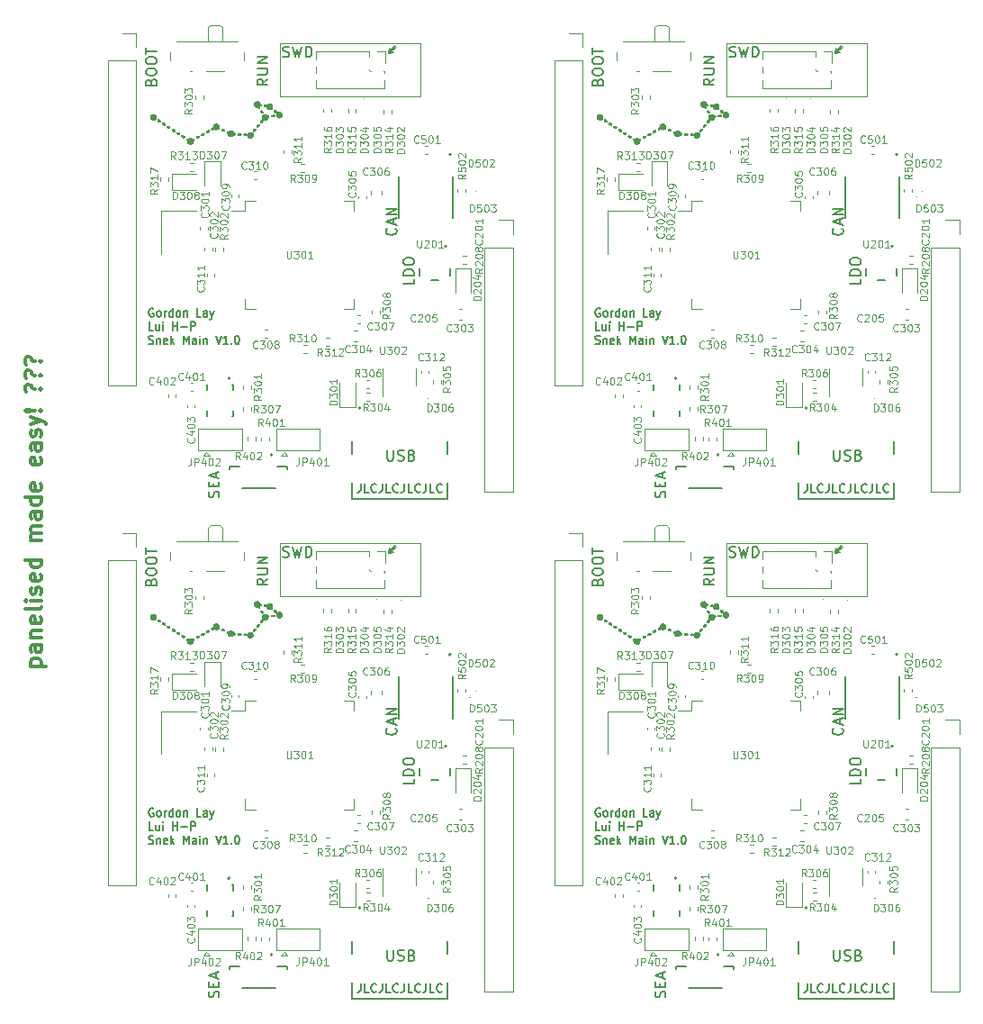
<source format=gbr>
%TF.GenerationSoftware,KiCad,Pcbnew,(6.0.11)*%
%TF.CreationDate,2023-02-14T10:47:04+13:00*%
%TF.ProjectId,stm32_panel,73746d33-325f-4706-916e-656c2e6b6963,rev?*%
%TF.SameCoordinates,Original*%
%TF.FileFunction,Legend,Top*%
%TF.FilePolarity,Positive*%
%FSLAX46Y46*%
G04 Gerber Fmt 4.6, Leading zero omitted, Abs format (unit mm)*
G04 Created by KiCad (PCBNEW (6.0.11)) date 2023-02-14 10:47:04*
%MOMM*%
%LPD*%
G01*
G04 APERTURE LIST*
%ADD10C,0.015000*%
%ADD11C,0.100000*%
%ADD12C,0.150000*%
%ADD13C,0.300000*%
%ADD14C,0.120000*%
%ADD15C,0.127000*%
%ADD16C,0.200000*%
%ADD17C,0.050000*%
G04 APERTURE END LIST*
D10*
G36*
X39741012Y-23605631D02*
G01*
X39759783Y-23607496D01*
X39778569Y-23610725D01*
X39797308Y-23615348D01*
X39815933Y-23621393D01*
X39834383Y-23628890D01*
X39852592Y-23637867D01*
X39870497Y-23648354D01*
X39888034Y-23660379D01*
X39905138Y-23673972D01*
X39913626Y-23680820D01*
X39922186Y-23687450D01*
X39930770Y-23693832D01*
X39939327Y-23699935D01*
X39947807Y-23705728D01*
X39956158Y-23711179D01*
X39964331Y-23716259D01*
X39972276Y-23720936D01*
X39979942Y-23725179D01*
X39987278Y-23728956D01*
X39994234Y-23732238D01*
X40000760Y-23734992D01*
X40006806Y-23737188D01*
X40012320Y-23738795D01*
X40017253Y-23739782D01*
X40019486Y-23740034D01*
X40021555Y-23740118D01*
X40025580Y-23740210D01*
X40029694Y-23740480D01*
X40033862Y-23740920D01*
X40038050Y-23741524D01*
X40042222Y-23742282D01*
X40046344Y-23743188D01*
X40050381Y-23744233D01*
X40054297Y-23745410D01*
X40058058Y-23746711D01*
X40061630Y-23748128D01*
X40064977Y-23749654D01*
X40068064Y-23751280D01*
X40070856Y-23753000D01*
X40073319Y-23754804D01*
X40074416Y-23755736D01*
X40075418Y-23756687D01*
X40076320Y-23757654D01*
X40077118Y-23758639D01*
X40080195Y-23761707D01*
X40082981Y-23764954D01*
X40085477Y-23768373D01*
X40087685Y-23771956D01*
X40089609Y-23775696D01*
X40091250Y-23779585D01*
X40092612Y-23783617D01*
X40093695Y-23787784D01*
X40094504Y-23792080D01*
X40095039Y-23796495D01*
X40095305Y-23801024D01*
X40095302Y-23805659D01*
X40095034Y-23810393D01*
X40094503Y-23815219D01*
X40093712Y-23820129D01*
X40092662Y-23825116D01*
X40089797Y-23835291D01*
X40085928Y-23845688D01*
X40081075Y-23856248D01*
X40075257Y-23866912D01*
X40068493Y-23877622D01*
X40060803Y-23888321D01*
X40052206Y-23898950D01*
X40042721Y-23909452D01*
X39982859Y-23974936D01*
X39947099Y-24014375D01*
X39913076Y-24052327D01*
X39897345Y-24068338D01*
X39880961Y-24082659D01*
X39864000Y-24095318D01*
X39846537Y-24106344D01*
X39828648Y-24115768D01*
X39810407Y-24123619D01*
X39791892Y-24129926D01*
X39773177Y-24134720D01*
X39754338Y-24138029D01*
X39735451Y-24139883D01*
X39716590Y-24140311D01*
X39697833Y-24139345D01*
X39679253Y-24137011D01*
X39660928Y-24133342D01*
X39642932Y-24128365D01*
X39625341Y-24122110D01*
X39608231Y-24114608D01*
X39591676Y-24105887D01*
X39575754Y-24095978D01*
X39560539Y-24084908D01*
X39546107Y-24072710D01*
X39532533Y-24059411D01*
X39519893Y-24045041D01*
X39508263Y-24029630D01*
X39497718Y-24013208D01*
X39488334Y-23995803D01*
X39480186Y-23977446D01*
X39473350Y-23958167D01*
X39467902Y-23937994D01*
X39463917Y-23916957D01*
X39461470Y-23895085D01*
X39460638Y-23872410D01*
X39461402Y-23850920D01*
X39463653Y-23830125D01*
X39467326Y-23810056D01*
X39472358Y-23790740D01*
X39478684Y-23772207D01*
X39486241Y-23754487D01*
X39494964Y-23737607D01*
X39504790Y-23721597D01*
X39515655Y-23706487D01*
X39527494Y-23692304D01*
X39540245Y-23679079D01*
X39553842Y-23666841D01*
X39568222Y-23655618D01*
X39583320Y-23645439D01*
X39599074Y-23636334D01*
X39615419Y-23628332D01*
X39632291Y-23621461D01*
X39649627Y-23615751D01*
X39667361Y-23611231D01*
X39685431Y-23607930D01*
X39703772Y-23605877D01*
X39722320Y-23605101D01*
X39741012Y-23605631D01*
G37*
X39741012Y-23605631D02*
X39759783Y-23607496D01*
X39778569Y-23610725D01*
X39797308Y-23615348D01*
X39815933Y-23621393D01*
X39834383Y-23628890D01*
X39852592Y-23637867D01*
X39870497Y-23648354D01*
X39888034Y-23660379D01*
X39905138Y-23673972D01*
X39913626Y-23680820D01*
X39922186Y-23687450D01*
X39930770Y-23693832D01*
X39939327Y-23699935D01*
X39947807Y-23705728D01*
X39956158Y-23711179D01*
X39964331Y-23716259D01*
X39972276Y-23720936D01*
X39979942Y-23725179D01*
X39987278Y-23728956D01*
X39994234Y-23732238D01*
X40000760Y-23734992D01*
X40006806Y-23737188D01*
X40012320Y-23738795D01*
X40017253Y-23739782D01*
X40019486Y-23740034D01*
X40021555Y-23740118D01*
X40025580Y-23740210D01*
X40029694Y-23740480D01*
X40033862Y-23740920D01*
X40038050Y-23741524D01*
X40042222Y-23742282D01*
X40046344Y-23743188D01*
X40050381Y-23744233D01*
X40054297Y-23745410D01*
X40058058Y-23746711D01*
X40061630Y-23748128D01*
X40064977Y-23749654D01*
X40068064Y-23751280D01*
X40070856Y-23753000D01*
X40073319Y-23754804D01*
X40074416Y-23755736D01*
X40075418Y-23756687D01*
X40076320Y-23757654D01*
X40077118Y-23758639D01*
X40080195Y-23761707D01*
X40082981Y-23764954D01*
X40085477Y-23768373D01*
X40087685Y-23771956D01*
X40089609Y-23775696D01*
X40091250Y-23779585D01*
X40092612Y-23783617D01*
X40093695Y-23787784D01*
X40094504Y-23792080D01*
X40095039Y-23796495D01*
X40095305Y-23801024D01*
X40095302Y-23805659D01*
X40095034Y-23810393D01*
X40094503Y-23815219D01*
X40093712Y-23820129D01*
X40092662Y-23825116D01*
X40089797Y-23835291D01*
X40085928Y-23845688D01*
X40081075Y-23856248D01*
X40075257Y-23866912D01*
X40068493Y-23877622D01*
X40060803Y-23888321D01*
X40052206Y-23898950D01*
X40042721Y-23909452D01*
X39982859Y-23974936D01*
X39947099Y-24014375D01*
X39913076Y-24052327D01*
X39897345Y-24068338D01*
X39880961Y-24082659D01*
X39864000Y-24095318D01*
X39846537Y-24106344D01*
X39828648Y-24115768D01*
X39810407Y-24123619D01*
X39791892Y-24129926D01*
X39773177Y-24134720D01*
X39754338Y-24138029D01*
X39735451Y-24139883D01*
X39716590Y-24140311D01*
X39697833Y-24139345D01*
X39679253Y-24137011D01*
X39660928Y-24133342D01*
X39642932Y-24128365D01*
X39625341Y-24122110D01*
X39608231Y-24114608D01*
X39591676Y-24105887D01*
X39575754Y-24095978D01*
X39560539Y-24084908D01*
X39546107Y-24072710D01*
X39532533Y-24059411D01*
X39519893Y-24045041D01*
X39508263Y-24029630D01*
X39497718Y-24013208D01*
X39488334Y-23995803D01*
X39480186Y-23977446D01*
X39473350Y-23958167D01*
X39467902Y-23937994D01*
X39463917Y-23916957D01*
X39461470Y-23895085D01*
X39460638Y-23872410D01*
X39461402Y-23850920D01*
X39463653Y-23830125D01*
X39467326Y-23810056D01*
X39472358Y-23790740D01*
X39478684Y-23772207D01*
X39486241Y-23754487D01*
X39494964Y-23737607D01*
X39504790Y-23721597D01*
X39515655Y-23706487D01*
X39527494Y-23692304D01*
X39540245Y-23679079D01*
X39553842Y-23666841D01*
X39568222Y-23655618D01*
X39583320Y-23645439D01*
X39599074Y-23636334D01*
X39615419Y-23628332D01*
X39632291Y-23621461D01*
X39649627Y-23615751D01*
X39667361Y-23611231D01*
X39685431Y-23607930D01*
X39703772Y-23605877D01*
X39722320Y-23605101D01*
X39741012Y-23605631D01*
G36*
X39741012Y-70605631D02*
G01*
X39759783Y-70607496D01*
X39778569Y-70610725D01*
X39797308Y-70615348D01*
X39815933Y-70621393D01*
X39834383Y-70628890D01*
X39852592Y-70637867D01*
X39870497Y-70648354D01*
X39888034Y-70660379D01*
X39905138Y-70673972D01*
X39913626Y-70680820D01*
X39922186Y-70687450D01*
X39930770Y-70693832D01*
X39939327Y-70699935D01*
X39947807Y-70705728D01*
X39956158Y-70711179D01*
X39964331Y-70716259D01*
X39972276Y-70720936D01*
X39979942Y-70725179D01*
X39987278Y-70728956D01*
X39994234Y-70732238D01*
X40000760Y-70734992D01*
X40006806Y-70737188D01*
X40012320Y-70738795D01*
X40017253Y-70739782D01*
X40019486Y-70740034D01*
X40021555Y-70740118D01*
X40025580Y-70740210D01*
X40029694Y-70740480D01*
X40033862Y-70740920D01*
X40038050Y-70741524D01*
X40042222Y-70742282D01*
X40046344Y-70743188D01*
X40050381Y-70744233D01*
X40054297Y-70745410D01*
X40058058Y-70746711D01*
X40061630Y-70748128D01*
X40064977Y-70749654D01*
X40068064Y-70751280D01*
X40070856Y-70753000D01*
X40073319Y-70754804D01*
X40074416Y-70755736D01*
X40075418Y-70756687D01*
X40076320Y-70757654D01*
X40077118Y-70758639D01*
X40080195Y-70761707D01*
X40082981Y-70764954D01*
X40085477Y-70768373D01*
X40087685Y-70771956D01*
X40089609Y-70775696D01*
X40091250Y-70779585D01*
X40092612Y-70783617D01*
X40093695Y-70787784D01*
X40094504Y-70792080D01*
X40095039Y-70796495D01*
X40095305Y-70801024D01*
X40095302Y-70805659D01*
X40095034Y-70810393D01*
X40094503Y-70815219D01*
X40093712Y-70820129D01*
X40092662Y-70825116D01*
X40089797Y-70835291D01*
X40085928Y-70845688D01*
X40081075Y-70856248D01*
X40075257Y-70866912D01*
X40068493Y-70877622D01*
X40060803Y-70888321D01*
X40052206Y-70898950D01*
X40042721Y-70909452D01*
X39982859Y-70974936D01*
X39947099Y-71014375D01*
X39913076Y-71052327D01*
X39897345Y-71068338D01*
X39880961Y-71082659D01*
X39864000Y-71095318D01*
X39846537Y-71106344D01*
X39828648Y-71115768D01*
X39810407Y-71123619D01*
X39791892Y-71129926D01*
X39773177Y-71134720D01*
X39754338Y-71138029D01*
X39735451Y-71139883D01*
X39716590Y-71140311D01*
X39697833Y-71139345D01*
X39679253Y-71137011D01*
X39660928Y-71133342D01*
X39642932Y-71128365D01*
X39625341Y-71122110D01*
X39608231Y-71114608D01*
X39591676Y-71105887D01*
X39575754Y-71095978D01*
X39560539Y-71084908D01*
X39546107Y-71072710D01*
X39532533Y-71059411D01*
X39519893Y-71045041D01*
X39508263Y-71029630D01*
X39497718Y-71013208D01*
X39488334Y-70995803D01*
X39480186Y-70977446D01*
X39473350Y-70958167D01*
X39467902Y-70937994D01*
X39463917Y-70916957D01*
X39461470Y-70895085D01*
X39460638Y-70872410D01*
X39461402Y-70850920D01*
X39463653Y-70830125D01*
X39467326Y-70810056D01*
X39472358Y-70790740D01*
X39478684Y-70772207D01*
X39486241Y-70754487D01*
X39494964Y-70737607D01*
X39504790Y-70721597D01*
X39515655Y-70706487D01*
X39527494Y-70692304D01*
X39540245Y-70679079D01*
X39553842Y-70666841D01*
X39568222Y-70655618D01*
X39583320Y-70645439D01*
X39599074Y-70636334D01*
X39615419Y-70628332D01*
X39632291Y-70621461D01*
X39649627Y-70615751D01*
X39667361Y-70611231D01*
X39685431Y-70607930D01*
X39703772Y-70605877D01*
X39722320Y-70605101D01*
X39741012Y-70605631D01*
G37*
X39741012Y-70605631D02*
X39759783Y-70607496D01*
X39778569Y-70610725D01*
X39797308Y-70615348D01*
X39815933Y-70621393D01*
X39834383Y-70628890D01*
X39852592Y-70637867D01*
X39870497Y-70648354D01*
X39888034Y-70660379D01*
X39905138Y-70673972D01*
X39913626Y-70680820D01*
X39922186Y-70687450D01*
X39930770Y-70693832D01*
X39939327Y-70699935D01*
X39947807Y-70705728D01*
X39956158Y-70711179D01*
X39964331Y-70716259D01*
X39972276Y-70720936D01*
X39979942Y-70725179D01*
X39987278Y-70728956D01*
X39994234Y-70732238D01*
X40000760Y-70734992D01*
X40006806Y-70737188D01*
X40012320Y-70738795D01*
X40017253Y-70739782D01*
X40019486Y-70740034D01*
X40021555Y-70740118D01*
X40025580Y-70740210D01*
X40029694Y-70740480D01*
X40033862Y-70740920D01*
X40038050Y-70741524D01*
X40042222Y-70742282D01*
X40046344Y-70743188D01*
X40050381Y-70744233D01*
X40054297Y-70745410D01*
X40058058Y-70746711D01*
X40061630Y-70748128D01*
X40064977Y-70749654D01*
X40068064Y-70751280D01*
X40070856Y-70753000D01*
X40073319Y-70754804D01*
X40074416Y-70755736D01*
X40075418Y-70756687D01*
X40076320Y-70757654D01*
X40077118Y-70758639D01*
X40080195Y-70761707D01*
X40082981Y-70764954D01*
X40085477Y-70768373D01*
X40087685Y-70771956D01*
X40089609Y-70775696D01*
X40091250Y-70779585D01*
X40092612Y-70783617D01*
X40093695Y-70787784D01*
X40094504Y-70792080D01*
X40095039Y-70796495D01*
X40095305Y-70801024D01*
X40095302Y-70805659D01*
X40095034Y-70810393D01*
X40094503Y-70815219D01*
X40093712Y-70820129D01*
X40092662Y-70825116D01*
X40089797Y-70835291D01*
X40085928Y-70845688D01*
X40081075Y-70856248D01*
X40075257Y-70866912D01*
X40068493Y-70877622D01*
X40060803Y-70888321D01*
X40052206Y-70898950D01*
X40042721Y-70909452D01*
X39982859Y-70974936D01*
X39947099Y-71014375D01*
X39913076Y-71052327D01*
X39897345Y-71068338D01*
X39880961Y-71082659D01*
X39864000Y-71095318D01*
X39846537Y-71106344D01*
X39828648Y-71115768D01*
X39810407Y-71123619D01*
X39791892Y-71129926D01*
X39773177Y-71134720D01*
X39754338Y-71138029D01*
X39735451Y-71139883D01*
X39716590Y-71140311D01*
X39697833Y-71139345D01*
X39679253Y-71137011D01*
X39660928Y-71133342D01*
X39642932Y-71128365D01*
X39625341Y-71122110D01*
X39608231Y-71114608D01*
X39591676Y-71105887D01*
X39575754Y-71095978D01*
X39560539Y-71084908D01*
X39546107Y-71072710D01*
X39532533Y-71059411D01*
X39519893Y-71045041D01*
X39508263Y-71029630D01*
X39497718Y-71013208D01*
X39488334Y-70995803D01*
X39480186Y-70977446D01*
X39473350Y-70958167D01*
X39467902Y-70937994D01*
X39463917Y-70916957D01*
X39461470Y-70895085D01*
X39460638Y-70872410D01*
X39461402Y-70850920D01*
X39463653Y-70830125D01*
X39467326Y-70810056D01*
X39472358Y-70790740D01*
X39478684Y-70772207D01*
X39486241Y-70754487D01*
X39494964Y-70737607D01*
X39504790Y-70721597D01*
X39515655Y-70706487D01*
X39527494Y-70692304D01*
X39540245Y-70679079D01*
X39553842Y-70666841D01*
X39568222Y-70655618D01*
X39583320Y-70645439D01*
X39599074Y-70636334D01*
X39615419Y-70628332D01*
X39632291Y-70621461D01*
X39649627Y-70615751D01*
X39667361Y-70611231D01*
X39685431Y-70607930D01*
X39703772Y-70605877D01*
X39722320Y-70605101D01*
X39741012Y-70605631D01*
G36*
X81741012Y-23605631D02*
G01*
X81759783Y-23607496D01*
X81778569Y-23610725D01*
X81797308Y-23615348D01*
X81815933Y-23621393D01*
X81834383Y-23628890D01*
X81852592Y-23637867D01*
X81870497Y-23648354D01*
X81888034Y-23660379D01*
X81905138Y-23673972D01*
X81913626Y-23680820D01*
X81922186Y-23687450D01*
X81930770Y-23693832D01*
X81939327Y-23699935D01*
X81947807Y-23705728D01*
X81956158Y-23711179D01*
X81964331Y-23716259D01*
X81972276Y-23720936D01*
X81979942Y-23725179D01*
X81987278Y-23728956D01*
X81994234Y-23732238D01*
X82000760Y-23734992D01*
X82006806Y-23737188D01*
X82012320Y-23738795D01*
X82017253Y-23739782D01*
X82019486Y-23740034D01*
X82021555Y-23740118D01*
X82025580Y-23740210D01*
X82029694Y-23740480D01*
X82033862Y-23740920D01*
X82038050Y-23741524D01*
X82042222Y-23742282D01*
X82046344Y-23743188D01*
X82050381Y-23744233D01*
X82054297Y-23745410D01*
X82058058Y-23746711D01*
X82061630Y-23748128D01*
X82064977Y-23749654D01*
X82068064Y-23751280D01*
X82070856Y-23753000D01*
X82073319Y-23754804D01*
X82074416Y-23755736D01*
X82075418Y-23756687D01*
X82076320Y-23757654D01*
X82077118Y-23758639D01*
X82080195Y-23761707D01*
X82082981Y-23764954D01*
X82085477Y-23768373D01*
X82087685Y-23771956D01*
X82089609Y-23775696D01*
X82091250Y-23779585D01*
X82092612Y-23783617D01*
X82093695Y-23787784D01*
X82094504Y-23792080D01*
X82095039Y-23796495D01*
X82095305Y-23801024D01*
X82095302Y-23805659D01*
X82095034Y-23810393D01*
X82094503Y-23815219D01*
X82093712Y-23820129D01*
X82092662Y-23825116D01*
X82089797Y-23835291D01*
X82085928Y-23845688D01*
X82081075Y-23856248D01*
X82075257Y-23866912D01*
X82068493Y-23877622D01*
X82060803Y-23888321D01*
X82052206Y-23898950D01*
X82042721Y-23909452D01*
X81982859Y-23974936D01*
X81947099Y-24014375D01*
X81913076Y-24052327D01*
X81897345Y-24068338D01*
X81880961Y-24082659D01*
X81864000Y-24095318D01*
X81846537Y-24106344D01*
X81828648Y-24115768D01*
X81810407Y-24123619D01*
X81791892Y-24129926D01*
X81773177Y-24134720D01*
X81754338Y-24138029D01*
X81735451Y-24139883D01*
X81716590Y-24140311D01*
X81697833Y-24139345D01*
X81679253Y-24137011D01*
X81660928Y-24133342D01*
X81642932Y-24128365D01*
X81625341Y-24122110D01*
X81608231Y-24114608D01*
X81591676Y-24105887D01*
X81575754Y-24095978D01*
X81560539Y-24084908D01*
X81546107Y-24072710D01*
X81532533Y-24059411D01*
X81519893Y-24045041D01*
X81508263Y-24029630D01*
X81497718Y-24013208D01*
X81488334Y-23995803D01*
X81480186Y-23977446D01*
X81473350Y-23958167D01*
X81467902Y-23937994D01*
X81463917Y-23916957D01*
X81461470Y-23895085D01*
X81460638Y-23872410D01*
X81461402Y-23850920D01*
X81463653Y-23830125D01*
X81467326Y-23810056D01*
X81472358Y-23790740D01*
X81478684Y-23772207D01*
X81486241Y-23754487D01*
X81494964Y-23737607D01*
X81504790Y-23721597D01*
X81515655Y-23706487D01*
X81527494Y-23692304D01*
X81540245Y-23679079D01*
X81553842Y-23666841D01*
X81568222Y-23655618D01*
X81583320Y-23645439D01*
X81599074Y-23636334D01*
X81615419Y-23628332D01*
X81632291Y-23621461D01*
X81649627Y-23615751D01*
X81667361Y-23611231D01*
X81685431Y-23607930D01*
X81703772Y-23605877D01*
X81722320Y-23605101D01*
X81741012Y-23605631D01*
G37*
X81741012Y-23605631D02*
X81759783Y-23607496D01*
X81778569Y-23610725D01*
X81797308Y-23615348D01*
X81815933Y-23621393D01*
X81834383Y-23628890D01*
X81852592Y-23637867D01*
X81870497Y-23648354D01*
X81888034Y-23660379D01*
X81905138Y-23673972D01*
X81913626Y-23680820D01*
X81922186Y-23687450D01*
X81930770Y-23693832D01*
X81939327Y-23699935D01*
X81947807Y-23705728D01*
X81956158Y-23711179D01*
X81964331Y-23716259D01*
X81972276Y-23720936D01*
X81979942Y-23725179D01*
X81987278Y-23728956D01*
X81994234Y-23732238D01*
X82000760Y-23734992D01*
X82006806Y-23737188D01*
X82012320Y-23738795D01*
X82017253Y-23739782D01*
X82019486Y-23740034D01*
X82021555Y-23740118D01*
X82025580Y-23740210D01*
X82029694Y-23740480D01*
X82033862Y-23740920D01*
X82038050Y-23741524D01*
X82042222Y-23742282D01*
X82046344Y-23743188D01*
X82050381Y-23744233D01*
X82054297Y-23745410D01*
X82058058Y-23746711D01*
X82061630Y-23748128D01*
X82064977Y-23749654D01*
X82068064Y-23751280D01*
X82070856Y-23753000D01*
X82073319Y-23754804D01*
X82074416Y-23755736D01*
X82075418Y-23756687D01*
X82076320Y-23757654D01*
X82077118Y-23758639D01*
X82080195Y-23761707D01*
X82082981Y-23764954D01*
X82085477Y-23768373D01*
X82087685Y-23771956D01*
X82089609Y-23775696D01*
X82091250Y-23779585D01*
X82092612Y-23783617D01*
X82093695Y-23787784D01*
X82094504Y-23792080D01*
X82095039Y-23796495D01*
X82095305Y-23801024D01*
X82095302Y-23805659D01*
X82095034Y-23810393D01*
X82094503Y-23815219D01*
X82093712Y-23820129D01*
X82092662Y-23825116D01*
X82089797Y-23835291D01*
X82085928Y-23845688D01*
X82081075Y-23856248D01*
X82075257Y-23866912D01*
X82068493Y-23877622D01*
X82060803Y-23888321D01*
X82052206Y-23898950D01*
X82042721Y-23909452D01*
X81982859Y-23974936D01*
X81947099Y-24014375D01*
X81913076Y-24052327D01*
X81897345Y-24068338D01*
X81880961Y-24082659D01*
X81864000Y-24095318D01*
X81846537Y-24106344D01*
X81828648Y-24115768D01*
X81810407Y-24123619D01*
X81791892Y-24129926D01*
X81773177Y-24134720D01*
X81754338Y-24138029D01*
X81735451Y-24139883D01*
X81716590Y-24140311D01*
X81697833Y-24139345D01*
X81679253Y-24137011D01*
X81660928Y-24133342D01*
X81642932Y-24128365D01*
X81625341Y-24122110D01*
X81608231Y-24114608D01*
X81591676Y-24105887D01*
X81575754Y-24095978D01*
X81560539Y-24084908D01*
X81546107Y-24072710D01*
X81532533Y-24059411D01*
X81519893Y-24045041D01*
X81508263Y-24029630D01*
X81497718Y-24013208D01*
X81488334Y-23995803D01*
X81480186Y-23977446D01*
X81473350Y-23958167D01*
X81467902Y-23937994D01*
X81463917Y-23916957D01*
X81461470Y-23895085D01*
X81460638Y-23872410D01*
X81461402Y-23850920D01*
X81463653Y-23830125D01*
X81467326Y-23810056D01*
X81472358Y-23790740D01*
X81478684Y-23772207D01*
X81486241Y-23754487D01*
X81494964Y-23737607D01*
X81504790Y-23721597D01*
X81515655Y-23706487D01*
X81527494Y-23692304D01*
X81540245Y-23679079D01*
X81553842Y-23666841D01*
X81568222Y-23655618D01*
X81583320Y-23645439D01*
X81599074Y-23636334D01*
X81615419Y-23628332D01*
X81632291Y-23621461D01*
X81649627Y-23615751D01*
X81667361Y-23611231D01*
X81685431Y-23607930D01*
X81703772Y-23605877D01*
X81722320Y-23605101D01*
X81741012Y-23605631D01*
G36*
X81741012Y-70605631D02*
G01*
X81759783Y-70607496D01*
X81778569Y-70610725D01*
X81797308Y-70615348D01*
X81815933Y-70621393D01*
X81834383Y-70628890D01*
X81852592Y-70637867D01*
X81870497Y-70648354D01*
X81888034Y-70660379D01*
X81905138Y-70673972D01*
X81913626Y-70680820D01*
X81922186Y-70687450D01*
X81930770Y-70693832D01*
X81939327Y-70699935D01*
X81947807Y-70705728D01*
X81956158Y-70711179D01*
X81964331Y-70716259D01*
X81972276Y-70720936D01*
X81979942Y-70725179D01*
X81987278Y-70728956D01*
X81994234Y-70732238D01*
X82000760Y-70734992D01*
X82006806Y-70737188D01*
X82012320Y-70738795D01*
X82017253Y-70739782D01*
X82019486Y-70740034D01*
X82021555Y-70740118D01*
X82025580Y-70740210D01*
X82029694Y-70740480D01*
X82033862Y-70740920D01*
X82038050Y-70741524D01*
X82042222Y-70742282D01*
X82046344Y-70743188D01*
X82050381Y-70744233D01*
X82054297Y-70745410D01*
X82058058Y-70746711D01*
X82061630Y-70748128D01*
X82064977Y-70749654D01*
X82068064Y-70751280D01*
X82070856Y-70753000D01*
X82073319Y-70754804D01*
X82074416Y-70755736D01*
X82075418Y-70756687D01*
X82076320Y-70757654D01*
X82077118Y-70758639D01*
X82080195Y-70761707D01*
X82082981Y-70764954D01*
X82085477Y-70768373D01*
X82087685Y-70771956D01*
X82089609Y-70775696D01*
X82091250Y-70779585D01*
X82092612Y-70783617D01*
X82093695Y-70787784D01*
X82094504Y-70792080D01*
X82095039Y-70796495D01*
X82095305Y-70801024D01*
X82095302Y-70805659D01*
X82095034Y-70810393D01*
X82094503Y-70815219D01*
X82093712Y-70820129D01*
X82092662Y-70825116D01*
X82089797Y-70835291D01*
X82085928Y-70845688D01*
X82081075Y-70856248D01*
X82075257Y-70866912D01*
X82068493Y-70877622D01*
X82060803Y-70888321D01*
X82052206Y-70898950D01*
X82042721Y-70909452D01*
X81982859Y-70974936D01*
X81947099Y-71014375D01*
X81913076Y-71052327D01*
X81897345Y-71068338D01*
X81880961Y-71082659D01*
X81864000Y-71095318D01*
X81846537Y-71106344D01*
X81828648Y-71115768D01*
X81810407Y-71123619D01*
X81791892Y-71129926D01*
X81773177Y-71134720D01*
X81754338Y-71138029D01*
X81735451Y-71139883D01*
X81716590Y-71140311D01*
X81697833Y-71139345D01*
X81679253Y-71137011D01*
X81660928Y-71133342D01*
X81642932Y-71128365D01*
X81625341Y-71122110D01*
X81608231Y-71114608D01*
X81591676Y-71105887D01*
X81575754Y-71095978D01*
X81560539Y-71084908D01*
X81546107Y-71072710D01*
X81532533Y-71059411D01*
X81519893Y-71045041D01*
X81508263Y-71029630D01*
X81497718Y-71013208D01*
X81488334Y-70995803D01*
X81480186Y-70977446D01*
X81473350Y-70958167D01*
X81467902Y-70937994D01*
X81463917Y-70916957D01*
X81461470Y-70895085D01*
X81460638Y-70872410D01*
X81461402Y-70850920D01*
X81463653Y-70830125D01*
X81467326Y-70810056D01*
X81472358Y-70790740D01*
X81478684Y-70772207D01*
X81486241Y-70754487D01*
X81494964Y-70737607D01*
X81504790Y-70721597D01*
X81515655Y-70706487D01*
X81527494Y-70692304D01*
X81540245Y-70679079D01*
X81553842Y-70666841D01*
X81568222Y-70655618D01*
X81583320Y-70645439D01*
X81599074Y-70636334D01*
X81615419Y-70628332D01*
X81632291Y-70621461D01*
X81649627Y-70615751D01*
X81667361Y-70611231D01*
X81685431Y-70607930D01*
X81703772Y-70605877D01*
X81722320Y-70605101D01*
X81741012Y-70605631D01*
G37*
X81741012Y-70605631D02*
X81759783Y-70607496D01*
X81778569Y-70610725D01*
X81797308Y-70615348D01*
X81815933Y-70621393D01*
X81834383Y-70628890D01*
X81852592Y-70637867D01*
X81870497Y-70648354D01*
X81888034Y-70660379D01*
X81905138Y-70673972D01*
X81913626Y-70680820D01*
X81922186Y-70687450D01*
X81930770Y-70693832D01*
X81939327Y-70699935D01*
X81947807Y-70705728D01*
X81956158Y-70711179D01*
X81964331Y-70716259D01*
X81972276Y-70720936D01*
X81979942Y-70725179D01*
X81987278Y-70728956D01*
X81994234Y-70732238D01*
X82000760Y-70734992D01*
X82006806Y-70737188D01*
X82012320Y-70738795D01*
X82017253Y-70739782D01*
X82019486Y-70740034D01*
X82021555Y-70740118D01*
X82025580Y-70740210D01*
X82029694Y-70740480D01*
X82033862Y-70740920D01*
X82038050Y-70741524D01*
X82042222Y-70742282D01*
X82046344Y-70743188D01*
X82050381Y-70744233D01*
X82054297Y-70745410D01*
X82058058Y-70746711D01*
X82061630Y-70748128D01*
X82064977Y-70749654D01*
X82068064Y-70751280D01*
X82070856Y-70753000D01*
X82073319Y-70754804D01*
X82074416Y-70755736D01*
X82075418Y-70756687D01*
X82076320Y-70757654D01*
X82077118Y-70758639D01*
X82080195Y-70761707D01*
X82082981Y-70764954D01*
X82085477Y-70768373D01*
X82087685Y-70771956D01*
X82089609Y-70775696D01*
X82091250Y-70779585D01*
X82092612Y-70783617D01*
X82093695Y-70787784D01*
X82094504Y-70792080D01*
X82095039Y-70796495D01*
X82095305Y-70801024D01*
X82095302Y-70805659D01*
X82095034Y-70810393D01*
X82094503Y-70815219D01*
X82093712Y-70820129D01*
X82092662Y-70825116D01*
X82089797Y-70835291D01*
X82085928Y-70845688D01*
X82081075Y-70856248D01*
X82075257Y-70866912D01*
X82068493Y-70877622D01*
X82060803Y-70888321D01*
X82052206Y-70898950D01*
X82042721Y-70909452D01*
X81982859Y-70974936D01*
X81947099Y-71014375D01*
X81913076Y-71052327D01*
X81897345Y-71068338D01*
X81880961Y-71082659D01*
X81864000Y-71095318D01*
X81846537Y-71106344D01*
X81828648Y-71115768D01*
X81810407Y-71123619D01*
X81791892Y-71129926D01*
X81773177Y-71134720D01*
X81754338Y-71138029D01*
X81735451Y-71139883D01*
X81716590Y-71140311D01*
X81697833Y-71139345D01*
X81679253Y-71137011D01*
X81660928Y-71133342D01*
X81642932Y-71128365D01*
X81625341Y-71122110D01*
X81608231Y-71114608D01*
X81591676Y-71105887D01*
X81575754Y-71095978D01*
X81560539Y-71084908D01*
X81546107Y-71072710D01*
X81532533Y-71059411D01*
X81519893Y-71045041D01*
X81508263Y-71029630D01*
X81497718Y-71013208D01*
X81488334Y-70995803D01*
X81480186Y-70977446D01*
X81473350Y-70958167D01*
X81467902Y-70937994D01*
X81463917Y-70916957D01*
X81461470Y-70895085D01*
X81460638Y-70872410D01*
X81461402Y-70850920D01*
X81463653Y-70830125D01*
X81467326Y-70810056D01*
X81472358Y-70790740D01*
X81478684Y-70772207D01*
X81486241Y-70754487D01*
X81494964Y-70737607D01*
X81504790Y-70721597D01*
X81515655Y-70706487D01*
X81527494Y-70692304D01*
X81540245Y-70679079D01*
X81553842Y-70666841D01*
X81568222Y-70655618D01*
X81583320Y-70645439D01*
X81599074Y-70636334D01*
X81615419Y-70628332D01*
X81632291Y-70621461D01*
X81649627Y-70615751D01*
X81667361Y-70611231D01*
X81685431Y-70607930D01*
X81703772Y-70605877D01*
X81722320Y-70605101D01*
X81741012Y-70605631D01*
G36*
X30593353Y-24700425D02*
G01*
X30605421Y-24701522D01*
X30618226Y-24703691D01*
X30631740Y-24706979D01*
X30645936Y-24711435D01*
X30660788Y-24717109D01*
X30676267Y-24724050D01*
X30692346Y-24732305D01*
X30701059Y-24737072D01*
X30709334Y-24741940D01*
X30717171Y-24746904D01*
X30724567Y-24751958D01*
X30731518Y-24757095D01*
X30738024Y-24762309D01*
X30744081Y-24767594D01*
X30749687Y-24772944D01*
X30754839Y-24778351D01*
X30759536Y-24783811D01*
X30763774Y-24789315D01*
X30767551Y-24794860D01*
X30770865Y-24800437D01*
X30773714Y-24806040D01*
X30776095Y-24811665D01*
X30778005Y-24817303D01*
X30779443Y-24822949D01*
X30780405Y-24828596D01*
X30780889Y-24834238D01*
X30780894Y-24839870D01*
X30780416Y-24845484D01*
X30779453Y-24851074D01*
X30778002Y-24856634D01*
X30776062Y-24862158D01*
X30773630Y-24867639D01*
X30770702Y-24873071D01*
X30767278Y-24878448D01*
X30763355Y-24883764D01*
X30758929Y-24889011D01*
X30753999Y-24894185D01*
X30748563Y-24899278D01*
X30742617Y-24904284D01*
X30736742Y-24908871D01*
X30730964Y-24912697D01*
X30725193Y-24915749D01*
X30719342Y-24918010D01*
X30716357Y-24918839D01*
X30713319Y-24919465D01*
X30710217Y-24919885D01*
X30707038Y-24920098D01*
X30703771Y-24920101D01*
X30700407Y-24919894D01*
X30693338Y-24918837D01*
X30685742Y-24916912D01*
X30677531Y-24914103D01*
X30668613Y-24910396D01*
X30658901Y-24905773D01*
X30648306Y-24900221D01*
X30636737Y-24893722D01*
X30624107Y-24886263D01*
X30610326Y-24877826D01*
X30595167Y-24868060D01*
X30581423Y-24858141D01*
X30569066Y-24848118D01*
X30558070Y-24838041D01*
X30548407Y-24827957D01*
X30540051Y-24817917D01*
X30532973Y-24807969D01*
X30527147Y-24798162D01*
X30522546Y-24788545D01*
X30519142Y-24779166D01*
X30516909Y-24770076D01*
X30515819Y-24761322D01*
X30515846Y-24752953D01*
X30516961Y-24745020D01*
X30519139Y-24737570D01*
X30522351Y-24730652D01*
X30526571Y-24724315D01*
X30531772Y-24718609D01*
X30537926Y-24713582D01*
X30545006Y-24709283D01*
X30552986Y-24705762D01*
X30561837Y-24703066D01*
X30571534Y-24701245D01*
X30582048Y-24700349D01*
X30593353Y-24700425D01*
G37*
X30593353Y-24700425D02*
X30605421Y-24701522D01*
X30618226Y-24703691D01*
X30631740Y-24706979D01*
X30645936Y-24711435D01*
X30660788Y-24717109D01*
X30676267Y-24724050D01*
X30692346Y-24732305D01*
X30701059Y-24737072D01*
X30709334Y-24741940D01*
X30717171Y-24746904D01*
X30724567Y-24751958D01*
X30731518Y-24757095D01*
X30738024Y-24762309D01*
X30744081Y-24767594D01*
X30749687Y-24772944D01*
X30754839Y-24778351D01*
X30759536Y-24783811D01*
X30763774Y-24789315D01*
X30767551Y-24794860D01*
X30770865Y-24800437D01*
X30773714Y-24806040D01*
X30776095Y-24811665D01*
X30778005Y-24817303D01*
X30779443Y-24822949D01*
X30780405Y-24828596D01*
X30780889Y-24834238D01*
X30780894Y-24839870D01*
X30780416Y-24845484D01*
X30779453Y-24851074D01*
X30778002Y-24856634D01*
X30776062Y-24862158D01*
X30773630Y-24867639D01*
X30770702Y-24873071D01*
X30767278Y-24878448D01*
X30763355Y-24883764D01*
X30758929Y-24889011D01*
X30753999Y-24894185D01*
X30748563Y-24899278D01*
X30742617Y-24904284D01*
X30736742Y-24908871D01*
X30730964Y-24912697D01*
X30725193Y-24915749D01*
X30719342Y-24918010D01*
X30716357Y-24918839D01*
X30713319Y-24919465D01*
X30710217Y-24919885D01*
X30707038Y-24920098D01*
X30703771Y-24920101D01*
X30700407Y-24919894D01*
X30693338Y-24918837D01*
X30685742Y-24916912D01*
X30677531Y-24914103D01*
X30668613Y-24910396D01*
X30658901Y-24905773D01*
X30648306Y-24900221D01*
X30636737Y-24893722D01*
X30624107Y-24886263D01*
X30610326Y-24877826D01*
X30595167Y-24868060D01*
X30581423Y-24858141D01*
X30569066Y-24848118D01*
X30558070Y-24838041D01*
X30548407Y-24827957D01*
X30540051Y-24817917D01*
X30532973Y-24807969D01*
X30527147Y-24798162D01*
X30522546Y-24788545D01*
X30519142Y-24779166D01*
X30516909Y-24770076D01*
X30515819Y-24761322D01*
X30515846Y-24752953D01*
X30516961Y-24745020D01*
X30519139Y-24737570D01*
X30522351Y-24730652D01*
X30526571Y-24724315D01*
X30531772Y-24718609D01*
X30537926Y-24713582D01*
X30545006Y-24709283D01*
X30552986Y-24705762D01*
X30561837Y-24703066D01*
X30571534Y-24701245D01*
X30582048Y-24700349D01*
X30593353Y-24700425D01*
G36*
X72593353Y-24700425D02*
G01*
X72605421Y-24701522D01*
X72618226Y-24703691D01*
X72631740Y-24706979D01*
X72645936Y-24711435D01*
X72660788Y-24717109D01*
X72676267Y-24724050D01*
X72692346Y-24732305D01*
X72701059Y-24737072D01*
X72709334Y-24741940D01*
X72717171Y-24746904D01*
X72724567Y-24751958D01*
X72731518Y-24757095D01*
X72738024Y-24762309D01*
X72744081Y-24767594D01*
X72749687Y-24772944D01*
X72754839Y-24778351D01*
X72759536Y-24783811D01*
X72763774Y-24789315D01*
X72767551Y-24794860D01*
X72770865Y-24800437D01*
X72773714Y-24806040D01*
X72776095Y-24811665D01*
X72778005Y-24817303D01*
X72779443Y-24822949D01*
X72780405Y-24828596D01*
X72780889Y-24834238D01*
X72780894Y-24839870D01*
X72780416Y-24845484D01*
X72779453Y-24851074D01*
X72778002Y-24856634D01*
X72776062Y-24862158D01*
X72773630Y-24867639D01*
X72770702Y-24873071D01*
X72767278Y-24878448D01*
X72763355Y-24883764D01*
X72758929Y-24889011D01*
X72753999Y-24894185D01*
X72748563Y-24899278D01*
X72742617Y-24904284D01*
X72736742Y-24908871D01*
X72730964Y-24912697D01*
X72725193Y-24915749D01*
X72719342Y-24918010D01*
X72716357Y-24918839D01*
X72713319Y-24919465D01*
X72710217Y-24919885D01*
X72707038Y-24920098D01*
X72703771Y-24920101D01*
X72700407Y-24919894D01*
X72693338Y-24918837D01*
X72685742Y-24916912D01*
X72677531Y-24914103D01*
X72668613Y-24910396D01*
X72658901Y-24905773D01*
X72648306Y-24900221D01*
X72636737Y-24893722D01*
X72624107Y-24886263D01*
X72610326Y-24877826D01*
X72595167Y-24868060D01*
X72581423Y-24858141D01*
X72569066Y-24848118D01*
X72558070Y-24838041D01*
X72548407Y-24827957D01*
X72540051Y-24817917D01*
X72532973Y-24807969D01*
X72527147Y-24798162D01*
X72522546Y-24788545D01*
X72519142Y-24779166D01*
X72516909Y-24770076D01*
X72515819Y-24761322D01*
X72515846Y-24752953D01*
X72516961Y-24745020D01*
X72519139Y-24737570D01*
X72522351Y-24730652D01*
X72526571Y-24724315D01*
X72531772Y-24718609D01*
X72537926Y-24713582D01*
X72545006Y-24709283D01*
X72552986Y-24705762D01*
X72561837Y-24703066D01*
X72571534Y-24701245D01*
X72582048Y-24700349D01*
X72593353Y-24700425D01*
G37*
X72593353Y-24700425D02*
X72605421Y-24701522D01*
X72618226Y-24703691D01*
X72631740Y-24706979D01*
X72645936Y-24711435D01*
X72660788Y-24717109D01*
X72676267Y-24724050D01*
X72692346Y-24732305D01*
X72701059Y-24737072D01*
X72709334Y-24741940D01*
X72717171Y-24746904D01*
X72724567Y-24751958D01*
X72731518Y-24757095D01*
X72738024Y-24762309D01*
X72744081Y-24767594D01*
X72749687Y-24772944D01*
X72754839Y-24778351D01*
X72759536Y-24783811D01*
X72763774Y-24789315D01*
X72767551Y-24794860D01*
X72770865Y-24800437D01*
X72773714Y-24806040D01*
X72776095Y-24811665D01*
X72778005Y-24817303D01*
X72779443Y-24822949D01*
X72780405Y-24828596D01*
X72780889Y-24834238D01*
X72780894Y-24839870D01*
X72780416Y-24845484D01*
X72779453Y-24851074D01*
X72778002Y-24856634D01*
X72776062Y-24862158D01*
X72773630Y-24867639D01*
X72770702Y-24873071D01*
X72767278Y-24878448D01*
X72763355Y-24883764D01*
X72758929Y-24889011D01*
X72753999Y-24894185D01*
X72748563Y-24899278D01*
X72742617Y-24904284D01*
X72736742Y-24908871D01*
X72730964Y-24912697D01*
X72725193Y-24915749D01*
X72719342Y-24918010D01*
X72716357Y-24918839D01*
X72713319Y-24919465D01*
X72710217Y-24919885D01*
X72707038Y-24920098D01*
X72703771Y-24920101D01*
X72700407Y-24919894D01*
X72693338Y-24918837D01*
X72685742Y-24916912D01*
X72677531Y-24914103D01*
X72668613Y-24910396D01*
X72658901Y-24905773D01*
X72648306Y-24900221D01*
X72636737Y-24893722D01*
X72624107Y-24886263D01*
X72610326Y-24877826D01*
X72595167Y-24868060D01*
X72581423Y-24858141D01*
X72569066Y-24848118D01*
X72558070Y-24838041D01*
X72548407Y-24827957D01*
X72540051Y-24817917D01*
X72532973Y-24807969D01*
X72527147Y-24798162D01*
X72522546Y-24788545D01*
X72519142Y-24779166D01*
X72516909Y-24770076D01*
X72515819Y-24761322D01*
X72515846Y-24752953D01*
X72516961Y-24745020D01*
X72519139Y-24737570D01*
X72522351Y-24730652D01*
X72526571Y-24724315D01*
X72531772Y-24718609D01*
X72537926Y-24713582D01*
X72545006Y-24709283D01*
X72552986Y-24705762D01*
X72561837Y-24703066D01*
X72571534Y-24701245D01*
X72582048Y-24700349D01*
X72593353Y-24700425D01*
G36*
X30593353Y-71700425D02*
G01*
X30605421Y-71701522D01*
X30618226Y-71703691D01*
X30631740Y-71706979D01*
X30645936Y-71711435D01*
X30660788Y-71717109D01*
X30676267Y-71724050D01*
X30692346Y-71732305D01*
X30701059Y-71737072D01*
X30709334Y-71741940D01*
X30717171Y-71746904D01*
X30724567Y-71751958D01*
X30731518Y-71757095D01*
X30738024Y-71762309D01*
X30744081Y-71767594D01*
X30749687Y-71772944D01*
X30754839Y-71778351D01*
X30759536Y-71783811D01*
X30763774Y-71789315D01*
X30767551Y-71794860D01*
X30770865Y-71800437D01*
X30773714Y-71806040D01*
X30776095Y-71811665D01*
X30778005Y-71817303D01*
X30779443Y-71822949D01*
X30780405Y-71828596D01*
X30780889Y-71834238D01*
X30780894Y-71839870D01*
X30780416Y-71845484D01*
X30779453Y-71851074D01*
X30778002Y-71856634D01*
X30776062Y-71862158D01*
X30773630Y-71867639D01*
X30770702Y-71873071D01*
X30767278Y-71878448D01*
X30763355Y-71883764D01*
X30758929Y-71889011D01*
X30753999Y-71894185D01*
X30748563Y-71899278D01*
X30742617Y-71904284D01*
X30736742Y-71908871D01*
X30730964Y-71912697D01*
X30725193Y-71915749D01*
X30719342Y-71918010D01*
X30716357Y-71918839D01*
X30713319Y-71919465D01*
X30710217Y-71919885D01*
X30707038Y-71920098D01*
X30703771Y-71920101D01*
X30700407Y-71919894D01*
X30693338Y-71918837D01*
X30685742Y-71916912D01*
X30677531Y-71914103D01*
X30668613Y-71910396D01*
X30658901Y-71905773D01*
X30648306Y-71900221D01*
X30636737Y-71893722D01*
X30624107Y-71886263D01*
X30610326Y-71877826D01*
X30595167Y-71868060D01*
X30581423Y-71858141D01*
X30569066Y-71848118D01*
X30558070Y-71838041D01*
X30548407Y-71827957D01*
X30540051Y-71817917D01*
X30532973Y-71807969D01*
X30527147Y-71798162D01*
X30522546Y-71788545D01*
X30519142Y-71779166D01*
X30516909Y-71770076D01*
X30515819Y-71761322D01*
X30515846Y-71752953D01*
X30516961Y-71745020D01*
X30519139Y-71737570D01*
X30522351Y-71730652D01*
X30526571Y-71724315D01*
X30531772Y-71718609D01*
X30537926Y-71713582D01*
X30545006Y-71709283D01*
X30552986Y-71705762D01*
X30561837Y-71703066D01*
X30571534Y-71701245D01*
X30582048Y-71700349D01*
X30593353Y-71700425D01*
G37*
X30593353Y-71700425D02*
X30605421Y-71701522D01*
X30618226Y-71703691D01*
X30631740Y-71706979D01*
X30645936Y-71711435D01*
X30660788Y-71717109D01*
X30676267Y-71724050D01*
X30692346Y-71732305D01*
X30701059Y-71737072D01*
X30709334Y-71741940D01*
X30717171Y-71746904D01*
X30724567Y-71751958D01*
X30731518Y-71757095D01*
X30738024Y-71762309D01*
X30744081Y-71767594D01*
X30749687Y-71772944D01*
X30754839Y-71778351D01*
X30759536Y-71783811D01*
X30763774Y-71789315D01*
X30767551Y-71794860D01*
X30770865Y-71800437D01*
X30773714Y-71806040D01*
X30776095Y-71811665D01*
X30778005Y-71817303D01*
X30779443Y-71822949D01*
X30780405Y-71828596D01*
X30780889Y-71834238D01*
X30780894Y-71839870D01*
X30780416Y-71845484D01*
X30779453Y-71851074D01*
X30778002Y-71856634D01*
X30776062Y-71862158D01*
X30773630Y-71867639D01*
X30770702Y-71873071D01*
X30767278Y-71878448D01*
X30763355Y-71883764D01*
X30758929Y-71889011D01*
X30753999Y-71894185D01*
X30748563Y-71899278D01*
X30742617Y-71904284D01*
X30736742Y-71908871D01*
X30730964Y-71912697D01*
X30725193Y-71915749D01*
X30719342Y-71918010D01*
X30716357Y-71918839D01*
X30713319Y-71919465D01*
X30710217Y-71919885D01*
X30707038Y-71920098D01*
X30703771Y-71920101D01*
X30700407Y-71919894D01*
X30693338Y-71918837D01*
X30685742Y-71916912D01*
X30677531Y-71914103D01*
X30668613Y-71910396D01*
X30658901Y-71905773D01*
X30648306Y-71900221D01*
X30636737Y-71893722D01*
X30624107Y-71886263D01*
X30610326Y-71877826D01*
X30595167Y-71868060D01*
X30581423Y-71858141D01*
X30569066Y-71848118D01*
X30558070Y-71838041D01*
X30548407Y-71827957D01*
X30540051Y-71817917D01*
X30532973Y-71807969D01*
X30527147Y-71798162D01*
X30522546Y-71788545D01*
X30519142Y-71779166D01*
X30516909Y-71770076D01*
X30515819Y-71761322D01*
X30515846Y-71752953D01*
X30516961Y-71745020D01*
X30519139Y-71737570D01*
X30522351Y-71730652D01*
X30526571Y-71724315D01*
X30531772Y-71718609D01*
X30537926Y-71713582D01*
X30545006Y-71709283D01*
X30552986Y-71705762D01*
X30561837Y-71703066D01*
X30571534Y-71701245D01*
X30582048Y-71700349D01*
X30593353Y-71700425D01*
G36*
X72593353Y-71700425D02*
G01*
X72605421Y-71701522D01*
X72618226Y-71703691D01*
X72631740Y-71706979D01*
X72645936Y-71711435D01*
X72660788Y-71717109D01*
X72676267Y-71724050D01*
X72692346Y-71732305D01*
X72701059Y-71737072D01*
X72709334Y-71741940D01*
X72717171Y-71746904D01*
X72724567Y-71751958D01*
X72731518Y-71757095D01*
X72738024Y-71762309D01*
X72744081Y-71767594D01*
X72749687Y-71772944D01*
X72754839Y-71778351D01*
X72759536Y-71783811D01*
X72763774Y-71789315D01*
X72767551Y-71794860D01*
X72770865Y-71800437D01*
X72773714Y-71806040D01*
X72776095Y-71811665D01*
X72778005Y-71817303D01*
X72779443Y-71822949D01*
X72780405Y-71828596D01*
X72780889Y-71834238D01*
X72780894Y-71839870D01*
X72780416Y-71845484D01*
X72779453Y-71851074D01*
X72778002Y-71856634D01*
X72776062Y-71862158D01*
X72773630Y-71867639D01*
X72770702Y-71873071D01*
X72767278Y-71878448D01*
X72763355Y-71883764D01*
X72758929Y-71889011D01*
X72753999Y-71894185D01*
X72748563Y-71899278D01*
X72742617Y-71904284D01*
X72736742Y-71908871D01*
X72730964Y-71912697D01*
X72725193Y-71915749D01*
X72719342Y-71918010D01*
X72716357Y-71918839D01*
X72713319Y-71919465D01*
X72710217Y-71919885D01*
X72707038Y-71920098D01*
X72703771Y-71920101D01*
X72700407Y-71919894D01*
X72693338Y-71918837D01*
X72685742Y-71916912D01*
X72677531Y-71914103D01*
X72668613Y-71910396D01*
X72658901Y-71905773D01*
X72648306Y-71900221D01*
X72636737Y-71893722D01*
X72624107Y-71886263D01*
X72610326Y-71877826D01*
X72595167Y-71868060D01*
X72581423Y-71858141D01*
X72569066Y-71848118D01*
X72558070Y-71838041D01*
X72548407Y-71827957D01*
X72540051Y-71817917D01*
X72532973Y-71807969D01*
X72527147Y-71798162D01*
X72522546Y-71788545D01*
X72519142Y-71779166D01*
X72516909Y-71770076D01*
X72515819Y-71761322D01*
X72515846Y-71752953D01*
X72516961Y-71745020D01*
X72519139Y-71737570D01*
X72522351Y-71730652D01*
X72526571Y-71724315D01*
X72531772Y-71718609D01*
X72537926Y-71713582D01*
X72545006Y-71709283D01*
X72552986Y-71705762D01*
X72561837Y-71703066D01*
X72571534Y-71701245D01*
X72582048Y-71700349D01*
X72593353Y-71700425D01*
G37*
X72593353Y-71700425D02*
X72605421Y-71701522D01*
X72618226Y-71703691D01*
X72631740Y-71706979D01*
X72645936Y-71711435D01*
X72660788Y-71717109D01*
X72676267Y-71724050D01*
X72692346Y-71732305D01*
X72701059Y-71737072D01*
X72709334Y-71741940D01*
X72717171Y-71746904D01*
X72724567Y-71751958D01*
X72731518Y-71757095D01*
X72738024Y-71762309D01*
X72744081Y-71767594D01*
X72749687Y-71772944D01*
X72754839Y-71778351D01*
X72759536Y-71783811D01*
X72763774Y-71789315D01*
X72767551Y-71794860D01*
X72770865Y-71800437D01*
X72773714Y-71806040D01*
X72776095Y-71811665D01*
X72778005Y-71817303D01*
X72779443Y-71822949D01*
X72780405Y-71828596D01*
X72780889Y-71834238D01*
X72780894Y-71839870D01*
X72780416Y-71845484D01*
X72779453Y-71851074D01*
X72778002Y-71856634D01*
X72776062Y-71862158D01*
X72773630Y-71867639D01*
X72770702Y-71873071D01*
X72767278Y-71878448D01*
X72763355Y-71883764D01*
X72758929Y-71889011D01*
X72753999Y-71894185D01*
X72748563Y-71899278D01*
X72742617Y-71904284D01*
X72736742Y-71908871D01*
X72730964Y-71912697D01*
X72725193Y-71915749D01*
X72719342Y-71918010D01*
X72716357Y-71918839D01*
X72713319Y-71919465D01*
X72710217Y-71919885D01*
X72707038Y-71920098D01*
X72703771Y-71920101D01*
X72700407Y-71919894D01*
X72693338Y-71918837D01*
X72685742Y-71916912D01*
X72677531Y-71914103D01*
X72668613Y-71910396D01*
X72658901Y-71905773D01*
X72648306Y-71900221D01*
X72636737Y-71893722D01*
X72624107Y-71886263D01*
X72610326Y-71877826D01*
X72595167Y-71868060D01*
X72581423Y-71858141D01*
X72569066Y-71848118D01*
X72558070Y-71838041D01*
X72548407Y-71827957D01*
X72540051Y-71817917D01*
X72532973Y-71807969D01*
X72527147Y-71798162D01*
X72522546Y-71788545D01*
X72519142Y-71779166D01*
X72516909Y-71770076D01*
X72515819Y-71761322D01*
X72515846Y-71752953D01*
X72516961Y-71745020D01*
X72519139Y-71737570D01*
X72522351Y-71730652D01*
X72526571Y-71724315D01*
X72531772Y-71718609D01*
X72537926Y-71713582D01*
X72545006Y-71709283D01*
X72552986Y-71705762D01*
X72561837Y-71703066D01*
X72571534Y-71701245D01*
X72582048Y-71700349D01*
X72593353Y-71700425D01*
G36*
X39136827Y-24534247D02*
G01*
X39141981Y-24534778D01*
X39146995Y-24535674D01*
X39151861Y-24536937D01*
X39156573Y-24538570D01*
X39161122Y-24540576D01*
X39165500Y-24542958D01*
X39169700Y-24545719D01*
X39173714Y-24548862D01*
X39177534Y-24552389D01*
X39183281Y-24559012D01*
X39187663Y-24566427D01*
X39190743Y-24574560D01*
X39192582Y-24583333D01*
X39193244Y-24592673D01*
X39192789Y-24602503D01*
X39191280Y-24612747D01*
X39188779Y-24623331D01*
X39185347Y-24634178D01*
X39181048Y-24645213D01*
X39175942Y-24656361D01*
X39170093Y-24667545D01*
X39163561Y-24678691D01*
X39156409Y-24689722D01*
X39148699Y-24700563D01*
X39140492Y-24711139D01*
X39131852Y-24721374D01*
X39122840Y-24731192D01*
X39113517Y-24740518D01*
X39103947Y-24749276D01*
X39094190Y-24757391D01*
X39084310Y-24764787D01*
X39074367Y-24771388D01*
X39064425Y-24777119D01*
X39054544Y-24781905D01*
X39044788Y-24785669D01*
X39035217Y-24788337D01*
X39025895Y-24789832D01*
X39016883Y-24790079D01*
X39008242Y-24789002D01*
X39000036Y-24786526D01*
X38992326Y-24782576D01*
X38980235Y-24774716D01*
X38969764Y-24766949D01*
X38965138Y-24763072D01*
X38960921Y-24759182D01*
X38957112Y-24755270D01*
X38953713Y-24751323D01*
X38950725Y-24747329D01*
X38948149Y-24743277D01*
X38945985Y-24739155D01*
X38944236Y-24734952D01*
X38942901Y-24730655D01*
X38941981Y-24726254D01*
X38941479Y-24721737D01*
X38941393Y-24717092D01*
X38941727Y-24712308D01*
X38942480Y-24707372D01*
X38943653Y-24702273D01*
X38945248Y-24697000D01*
X38947266Y-24691542D01*
X38949707Y-24685885D01*
X38952572Y-24680019D01*
X38955863Y-24673932D01*
X38963724Y-24661049D01*
X38973298Y-24647143D01*
X38984593Y-24632121D01*
X38997617Y-24615889D01*
X39003840Y-24608844D01*
X39010102Y-24602096D01*
X39016395Y-24595648D01*
X39022711Y-24589503D01*
X39029043Y-24583665D01*
X39035382Y-24578136D01*
X39041722Y-24572919D01*
X39048053Y-24568016D01*
X39054370Y-24563432D01*
X39060663Y-24559168D01*
X39066924Y-24555228D01*
X39073148Y-24551614D01*
X39079324Y-24548330D01*
X39085447Y-24545378D01*
X39091507Y-24542762D01*
X39097498Y-24540483D01*
X39103411Y-24538546D01*
X39109239Y-24536952D01*
X39114973Y-24535706D01*
X39120607Y-24534809D01*
X39126133Y-24534265D01*
X39131542Y-24534077D01*
X39136827Y-24534247D01*
G37*
X39136827Y-24534247D02*
X39141981Y-24534778D01*
X39146995Y-24535674D01*
X39151861Y-24536937D01*
X39156573Y-24538570D01*
X39161122Y-24540576D01*
X39165500Y-24542958D01*
X39169700Y-24545719D01*
X39173714Y-24548862D01*
X39177534Y-24552389D01*
X39183281Y-24559012D01*
X39187663Y-24566427D01*
X39190743Y-24574560D01*
X39192582Y-24583333D01*
X39193244Y-24592673D01*
X39192789Y-24602503D01*
X39191280Y-24612747D01*
X39188779Y-24623331D01*
X39185347Y-24634178D01*
X39181048Y-24645213D01*
X39175942Y-24656361D01*
X39170093Y-24667545D01*
X39163561Y-24678691D01*
X39156409Y-24689722D01*
X39148699Y-24700563D01*
X39140492Y-24711139D01*
X39131852Y-24721374D01*
X39122840Y-24731192D01*
X39113517Y-24740518D01*
X39103947Y-24749276D01*
X39094190Y-24757391D01*
X39084310Y-24764787D01*
X39074367Y-24771388D01*
X39064425Y-24777119D01*
X39054544Y-24781905D01*
X39044788Y-24785669D01*
X39035217Y-24788337D01*
X39025895Y-24789832D01*
X39016883Y-24790079D01*
X39008242Y-24789002D01*
X39000036Y-24786526D01*
X38992326Y-24782576D01*
X38980235Y-24774716D01*
X38969764Y-24766949D01*
X38965138Y-24763072D01*
X38960921Y-24759182D01*
X38957112Y-24755270D01*
X38953713Y-24751323D01*
X38950725Y-24747329D01*
X38948149Y-24743277D01*
X38945985Y-24739155D01*
X38944236Y-24734952D01*
X38942901Y-24730655D01*
X38941981Y-24726254D01*
X38941479Y-24721737D01*
X38941393Y-24717092D01*
X38941727Y-24712308D01*
X38942480Y-24707372D01*
X38943653Y-24702273D01*
X38945248Y-24697000D01*
X38947266Y-24691542D01*
X38949707Y-24685885D01*
X38952572Y-24680019D01*
X38955863Y-24673932D01*
X38963724Y-24661049D01*
X38973298Y-24647143D01*
X38984593Y-24632121D01*
X38997617Y-24615889D01*
X39003840Y-24608844D01*
X39010102Y-24602096D01*
X39016395Y-24595648D01*
X39022711Y-24589503D01*
X39029043Y-24583665D01*
X39035382Y-24578136D01*
X39041722Y-24572919D01*
X39048053Y-24568016D01*
X39054370Y-24563432D01*
X39060663Y-24559168D01*
X39066924Y-24555228D01*
X39073148Y-24551614D01*
X39079324Y-24548330D01*
X39085447Y-24545378D01*
X39091507Y-24542762D01*
X39097498Y-24540483D01*
X39103411Y-24538546D01*
X39109239Y-24536952D01*
X39114973Y-24535706D01*
X39120607Y-24534809D01*
X39126133Y-24534265D01*
X39131542Y-24534077D01*
X39136827Y-24534247D01*
G36*
X81136827Y-24534247D02*
G01*
X81141981Y-24534778D01*
X81146995Y-24535674D01*
X81151861Y-24536937D01*
X81156573Y-24538570D01*
X81161122Y-24540576D01*
X81165500Y-24542958D01*
X81169700Y-24545719D01*
X81173714Y-24548862D01*
X81177534Y-24552389D01*
X81183281Y-24559012D01*
X81187663Y-24566427D01*
X81190743Y-24574560D01*
X81192582Y-24583333D01*
X81193244Y-24592673D01*
X81192789Y-24602503D01*
X81191280Y-24612747D01*
X81188779Y-24623331D01*
X81185347Y-24634178D01*
X81181048Y-24645213D01*
X81175942Y-24656361D01*
X81170093Y-24667545D01*
X81163561Y-24678691D01*
X81156409Y-24689722D01*
X81148699Y-24700563D01*
X81140492Y-24711139D01*
X81131852Y-24721374D01*
X81122840Y-24731192D01*
X81113517Y-24740518D01*
X81103947Y-24749276D01*
X81094190Y-24757391D01*
X81084310Y-24764787D01*
X81074367Y-24771388D01*
X81064425Y-24777119D01*
X81054544Y-24781905D01*
X81044788Y-24785669D01*
X81035217Y-24788337D01*
X81025895Y-24789832D01*
X81016883Y-24790079D01*
X81008242Y-24789002D01*
X81000036Y-24786526D01*
X80992326Y-24782576D01*
X80980235Y-24774716D01*
X80969764Y-24766949D01*
X80965138Y-24763072D01*
X80960921Y-24759182D01*
X80957112Y-24755270D01*
X80953713Y-24751323D01*
X80950725Y-24747329D01*
X80948149Y-24743277D01*
X80945985Y-24739155D01*
X80944236Y-24734952D01*
X80942901Y-24730655D01*
X80941981Y-24726254D01*
X80941479Y-24721737D01*
X80941393Y-24717092D01*
X80941727Y-24712308D01*
X80942480Y-24707372D01*
X80943653Y-24702273D01*
X80945248Y-24697000D01*
X80947266Y-24691542D01*
X80949707Y-24685885D01*
X80952572Y-24680019D01*
X80955863Y-24673932D01*
X80963724Y-24661049D01*
X80973298Y-24647143D01*
X80984593Y-24632121D01*
X80997617Y-24615889D01*
X81003840Y-24608844D01*
X81010102Y-24602096D01*
X81016395Y-24595648D01*
X81022711Y-24589503D01*
X81029043Y-24583665D01*
X81035382Y-24578136D01*
X81041722Y-24572919D01*
X81048053Y-24568016D01*
X81054370Y-24563432D01*
X81060663Y-24559168D01*
X81066924Y-24555228D01*
X81073148Y-24551614D01*
X81079324Y-24548330D01*
X81085447Y-24545378D01*
X81091507Y-24542762D01*
X81097498Y-24540483D01*
X81103411Y-24538546D01*
X81109239Y-24536952D01*
X81114973Y-24535706D01*
X81120607Y-24534809D01*
X81126133Y-24534265D01*
X81131542Y-24534077D01*
X81136827Y-24534247D01*
G37*
X81136827Y-24534247D02*
X81141981Y-24534778D01*
X81146995Y-24535674D01*
X81151861Y-24536937D01*
X81156573Y-24538570D01*
X81161122Y-24540576D01*
X81165500Y-24542958D01*
X81169700Y-24545719D01*
X81173714Y-24548862D01*
X81177534Y-24552389D01*
X81183281Y-24559012D01*
X81187663Y-24566427D01*
X81190743Y-24574560D01*
X81192582Y-24583333D01*
X81193244Y-24592673D01*
X81192789Y-24602503D01*
X81191280Y-24612747D01*
X81188779Y-24623331D01*
X81185347Y-24634178D01*
X81181048Y-24645213D01*
X81175942Y-24656361D01*
X81170093Y-24667545D01*
X81163561Y-24678691D01*
X81156409Y-24689722D01*
X81148699Y-24700563D01*
X81140492Y-24711139D01*
X81131852Y-24721374D01*
X81122840Y-24731192D01*
X81113517Y-24740518D01*
X81103947Y-24749276D01*
X81094190Y-24757391D01*
X81084310Y-24764787D01*
X81074367Y-24771388D01*
X81064425Y-24777119D01*
X81054544Y-24781905D01*
X81044788Y-24785669D01*
X81035217Y-24788337D01*
X81025895Y-24789832D01*
X81016883Y-24790079D01*
X81008242Y-24789002D01*
X81000036Y-24786526D01*
X80992326Y-24782576D01*
X80980235Y-24774716D01*
X80969764Y-24766949D01*
X80965138Y-24763072D01*
X80960921Y-24759182D01*
X80957112Y-24755270D01*
X80953713Y-24751323D01*
X80950725Y-24747329D01*
X80948149Y-24743277D01*
X80945985Y-24739155D01*
X80944236Y-24734952D01*
X80942901Y-24730655D01*
X80941981Y-24726254D01*
X80941479Y-24721737D01*
X80941393Y-24717092D01*
X80941727Y-24712308D01*
X80942480Y-24707372D01*
X80943653Y-24702273D01*
X80945248Y-24697000D01*
X80947266Y-24691542D01*
X80949707Y-24685885D01*
X80952572Y-24680019D01*
X80955863Y-24673932D01*
X80963724Y-24661049D01*
X80973298Y-24647143D01*
X80984593Y-24632121D01*
X80997617Y-24615889D01*
X81003840Y-24608844D01*
X81010102Y-24602096D01*
X81016395Y-24595648D01*
X81022711Y-24589503D01*
X81029043Y-24583665D01*
X81035382Y-24578136D01*
X81041722Y-24572919D01*
X81048053Y-24568016D01*
X81054370Y-24563432D01*
X81060663Y-24559168D01*
X81066924Y-24555228D01*
X81073148Y-24551614D01*
X81079324Y-24548330D01*
X81085447Y-24545378D01*
X81091507Y-24542762D01*
X81097498Y-24540483D01*
X81103411Y-24538546D01*
X81109239Y-24536952D01*
X81114973Y-24535706D01*
X81120607Y-24534809D01*
X81126133Y-24534265D01*
X81131542Y-24534077D01*
X81136827Y-24534247D01*
G36*
X39136827Y-71534247D02*
G01*
X39141981Y-71534778D01*
X39146995Y-71535674D01*
X39151861Y-71536937D01*
X39156573Y-71538570D01*
X39161122Y-71540576D01*
X39165500Y-71542958D01*
X39169700Y-71545719D01*
X39173714Y-71548862D01*
X39177534Y-71552389D01*
X39183281Y-71559012D01*
X39187663Y-71566427D01*
X39190743Y-71574560D01*
X39192582Y-71583333D01*
X39193244Y-71592673D01*
X39192789Y-71602503D01*
X39191280Y-71612747D01*
X39188779Y-71623331D01*
X39185347Y-71634178D01*
X39181048Y-71645213D01*
X39175942Y-71656361D01*
X39170093Y-71667545D01*
X39163561Y-71678691D01*
X39156409Y-71689722D01*
X39148699Y-71700563D01*
X39140492Y-71711139D01*
X39131852Y-71721374D01*
X39122840Y-71731192D01*
X39113517Y-71740518D01*
X39103947Y-71749276D01*
X39094190Y-71757391D01*
X39084310Y-71764787D01*
X39074367Y-71771388D01*
X39064425Y-71777119D01*
X39054544Y-71781905D01*
X39044788Y-71785669D01*
X39035217Y-71788337D01*
X39025895Y-71789832D01*
X39016883Y-71790079D01*
X39008242Y-71789002D01*
X39000036Y-71786526D01*
X38992326Y-71782576D01*
X38980235Y-71774716D01*
X38969764Y-71766949D01*
X38965138Y-71763072D01*
X38960921Y-71759182D01*
X38957112Y-71755270D01*
X38953713Y-71751323D01*
X38950725Y-71747329D01*
X38948149Y-71743277D01*
X38945985Y-71739155D01*
X38944236Y-71734952D01*
X38942901Y-71730655D01*
X38941981Y-71726254D01*
X38941479Y-71721737D01*
X38941393Y-71717092D01*
X38941727Y-71712308D01*
X38942480Y-71707372D01*
X38943653Y-71702273D01*
X38945248Y-71697000D01*
X38947266Y-71691542D01*
X38949707Y-71685885D01*
X38952572Y-71680019D01*
X38955863Y-71673932D01*
X38963724Y-71661049D01*
X38973298Y-71647143D01*
X38984593Y-71632121D01*
X38997617Y-71615889D01*
X39003840Y-71608844D01*
X39010102Y-71602096D01*
X39016395Y-71595648D01*
X39022711Y-71589503D01*
X39029043Y-71583665D01*
X39035382Y-71578136D01*
X39041722Y-71572919D01*
X39048053Y-71568016D01*
X39054370Y-71563432D01*
X39060663Y-71559168D01*
X39066924Y-71555228D01*
X39073148Y-71551614D01*
X39079324Y-71548330D01*
X39085447Y-71545378D01*
X39091507Y-71542762D01*
X39097498Y-71540483D01*
X39103411Y-71538546D01*
X39109239Y-71536952D01*
X39114973Y-71535706D01*
X39120607Y-71534809D01*
X39126133Y-71534265D01*
X39131542Y-71534077D01*
X39136827Y-71534247D01*
G37*
X39136827Y-71534247D02*
X39141981Y-71534778D01*
X39146995Y-71535674D01*
X39151861Y-71536937D01*
X39156573Y-71538570D01*
X39161122Y-71540576D01*
X39165500Y-71542958D01*
X39169700Y-71545719D01*
X39173714Y-71548862D01*
X39177534Y-71552389D01*
X39183281Y-71559012D01*
X39187663Y-71566427D01*
X39190743Y-71574560D01*
X39192582Y-71583333D01*
X39193244Y-71592673D01*
X39192789Y-71602503D01*
X39191280Y-71612747D01*
X39188779Y-71623331D01*
X39185347Y-71634178D01*
X39181048Y-71645213D01*
X39175942Y-71656361D01*
X39170093Y-71667545D01*
X39163561Y-71678691D01*
X39156409Y-71689722D01*
X39148699Y-71700563D01*
X39140492Y-71711139D01*
X39131852Y-71721374D01*
X39122840Y-71731192D01*
X39113517Y-71740518D01*
X39103947Y-71749276D01*
X39094190Y-71757391D01*
X39084310Y-71764787D01*
X39074367Y-71771388D01*
X39064425Y-71777119D01*
X39054544Y-71781905D01*
X39044788Y-71785669D01*
X39035217Y-71788337D01*
X39025895Y-71789832D01*
X39016883Y-71790079D01*
X39008242Y-71789002D01*
X39000036Y-71786526D01*
X38992326Y-71782576D01*
X38980235Y-71774716D01*
X38969764Y-71766949D01*
X38965138Y-71763072D01*
X38960921Y-71759182D01*
X38957112Y-71755270D01*
X38953713Y-71751323D01*
X38950725Y-71747329D01*
X38948149Y-71743277D01*
X38945985Y-71739155D01*
X38944236Y-71734952D01*
X38942901Y-71730655D01*
X38941981Y-71726254D01*
X38941479Y-71721737D01*
X38941393Y-71717092D01*
X38941727Y-71712308D01*
X38942480Y-71707372D01*
X38943653Y-71702273D01*
X38945248Y-71697000D01*
X38947266Y-71691542D01*
X38949707Y-71685885D01*
X38952572Y-71680019D01*
X38955863Y-71673932D01*
X38963724Y-71661049D01*
X38973298Y-71647143D01*
X38984593Y-71632121D01*
X38997617Y-71615889D01*
X39003840Y-71608844D01*
X39010102Y-71602096D01*
X39016395Y-71595648D01*
X39022711Y-71589503D01*
X39029043Y-71583665D01*
X39035382Y-71578136D01*
X39041722Y-71572919D01*
X39048053Y-71568016D01*
X39054370Y-71563432D01*
X39060663Y-71559168D01*
X39066924Y-71555228D01*
X39073148Y-71551614D01*
X39079324Y-71548330D01*
X39085447Y-71545378D01*
X39091507Y-71542762D01*
X39097498Y-71540483D01*
X39103411Y-71538546D01*
X39109239Y-71536952D01*
X39114973Y-71535706D01*
X39120607Y-71534809D01*
X39126133Y-71534265D01*
X39131542Y-71534077D01*
X39136827Y-71534247D01*
G36*
X81136827Y-71534247D02*
G01*
X81141981Y-71534778D01*
X81146995Y-71535674D01*
X81151861Y-71536937D01*
X81156573Y-71538570D01*
X81161122Y-71540576D01*
X81165500Y-71542958D01*
X81169700Y-71545719D01*
X81173714Y-71548862D01*
X81177534Y-71552389D01*
X81183281Y-71559012D01*
X81187663Y-71566427D01*
X81190743Y-71574560D01*
X81192582Y-71583333D01*
X81193244Y-71592673D01*
X81192789Y-71602503D01*
X81191280Y-71612747D01*
X81188779Y-71623331D01*
X81185347Y-71634178D01*
X81181048Y-71645213D01*
X81175942Y-71656361D01*
X81170093Y-71667545D01*
X81163561Y-71678691D01*
X81156409Y-71689722D01*
X81148699Y-71700563D01*
X81140492Y-71711139D01*
X81131852Y-71721374D01*
X81122840Y-71731192D01*
X81113517Y-71740518D01*
X81103947Y-71749276D01*
X81094190Y-71757391D01*
X81084310Y-71764787D01*
X81074367Y-71771388D01*
X81064425Y-71777119D01*
X81054544Y-71781905D01*
X81044788Y-71785669D01*
X81035217Y-71788337D01*
X81025895Y-71789832D01*
X81016883Y-71790079D01*
X81008242Y-71789002D01*
X81000036Y-71786526D01*
X80992326Y-71782576D01*
X80980235Y-71774716D01*
X80969764Y-71766949D01*
X80965138Y-71763072D01*
X80960921Y-71759182D01*
X80957112Y-71755270D01*
X80953713Y-71751323D01*
X80950725Y-71747329D01*
X80948149Y-71743277D01*
X80945985Y-71739155D01*
X80944236Y-71734952D01*
X80942901Y-71730655D01*
X80941981Y-71726254D01*
X80941479Y-71721737D01*
X80941393Y-71717092D01*
X80941727Y-71712308D01*
X80942480Y-71707372D01*
X80943653Y-71702273D01*
X80945248Y-71697000D01*
X80947266Y-71691542D01*
X80949707Y-71685885D01*
X80952572Y-71680019D01*
X80955863Y-71673932D01*
X80963724Y-71661049D01*
X80973298Y-71647143D01*
X80984593Y-71632121D01*
X80997617Y-71615889D01*
X81003840Y-71608844D01*
X81010102Y-71602096D01*
X81016395Y-71595648D01*
X81022711Y-71589503D01*
X81029043Y-71583665D01*
X81035382Y-71578136D01*
X81041722Y-71572919D01*
X81048053Y-71568016D01*
X81054370Y-71563432D01*
X81060663Y-71559168D01*
X81066924Y-71555228D01*
X81073148Y-71551614D01*
X81079324Y-71548330D01*
X81085447Y-71545378D01*
X81091507Y-71542762D01*
X81097498Y-71540483D01*
X81103411Y-71538546D01*
X81109239Y-71536952D01*
X81114973Y-71535706D01*
X81120607Y-71534809D01*
X81126133Y-71534265D01*
X81131542Y-71534077D01*
X81136827Y-71534247D01*
G37*
X81136827Y-71534247D02*
X81141981Y-71534778D01*
X81146995Y-71535674D01*
X81151861Y-71536937D01*
X81156573Y-71538570D01*
X81161122Y-71540576D01*
X81165500Y-71542958D01*
X81169700Y-71545719D01*
X81173714Y-71548862D01*
X81177534Y-71552389D01*
X81183281Y-71559012D01*
X81187663Y-71566427D01*
X81190743Y-71574560D01*
X81192582Y-71583333D01*
X81193244Y-71592673D01*
X81192789Y-71602503D01*
X81191280Y-71612747D01*
X81188779Y-71623331D01*
X81185347Y-71634178D01*
X81181048Y-71645213D01*
X81175942Y-71656361D01*
X81170093Y-71667545D01*
X81163561Y-71678691D01*
X81156409Y-71689722D01*
X81148699Y-71700563D01*
X81140492Y-71711139D01*
X81131852Y-71721374D01*
X81122840Y-71731192D01*
X81113517Y-71740518D01*
X81103947Y-71749276D01*
X81094190Y-71757391D01*
X81084310Y-71764787D01*
X81074367Y-71771388D01*
X81064425Y-71777119D01*
X81054544Y-71781905D01*
X81044788Y-71785669D01*
X81035217Y-71788337D01*
X81025895Y-71789832D01*
X81016883Y-71790079D01*
X81008242Y-71789002D01*
X81000036Y-71786526D01*
X80992326Y-71782576D01*
X80980235Y-71774716D01*
X80969764Y-71766949D01*
X80965138Y-71763072D01*
X80960921Y-71759182D01*
X80957112Y-71755270D01*
X80953713Y-71751323D01*
X80950725Y-71747329D01*
X80948149Y-71743277D01*
X80945985Y-71739155D01*
X80944236Y-71734952D01*
X80942901Y-71730655D01*
X80941981Y-71726254D01*
X80941479Y-71721737D01*
X80941393Y-71717092D01*
X80941727Y-71712308D01*
X80942480Y-71707372D01*
X80943653Y-71702273D01*
X80945248Y-71697000D01*
X80947266Y-71691542D01*
X80949707Y-71685885D01*
X80952572Y-71680019D01*
X80955863Y-71673932D01*
X80963724Y-71661049D01*
X80973298Y-71647143D01*
X80984593Y-71632121D01*
X80997617Y-71615889D01*
X81003840Y-71608844D01*
X81010102Y-71602096D01*
X81016395Y-71595648D01*
X81022711Y-71589503D01*
X81029043Y-71583665D01*
X81035382Y-71578136D01*
X81041722Y-71572919D01*
X81048053Y-71568016D01*
X81054370Y-71563432D01*
X81060663Y-71559168D01*
X81066924Y-71555228D01*
X81073148Y-71551614D01*
X81079324Y-71548330D01*
X81085447Y-71545378D01*
X81091507Y-71542762D01*
X81097498Y-71540483D01*
X81103411Y-71538546D01*
X81109239Y-71536952D01*
X81114973Y-71535706D01*
X81120607Y-71534809D01*
X81126133Y-71534265D01*
X81131542Y-71534077D01*
X81136827Y-71534247D01*
G36*
X36529370Y-25163681D02*
G01*
X36540258Y-25164365D01*
X36551074Y-25165455D01*
X36561802Y-25166946D01*
X36572424Y-25168832D01*
X36582921Y-25171108D01*
X36593275Y-25173768D01*
X36603469Y-25176805D01*
X36613485Y-25180215D01*
X36623304Y-25183991D01*
X36632910Y-25188127D01*
X36642283Y-25192618D01*
X36651407Y-25197458D01*
X36660262Y-25202641D01*
X36668832Y-25208161D01*
X36677098Y-25214012D01*
X36685042Y-25220189D01*
X36692646Y-25226686D01*
X36699894Y-25233497D01*
X36706765Y-25240615D01*
X36713243Y-25248036D01*
X36719310Y-25255754D01*
X36724948Y-25263762D01*
X36730138Y-25272055D01*
X36734498Y-25279580D01*
X36739595Y-25287233D01*
X36745358Y-25294955D01*
X36751718Y-25302689D01*
X36758605Y-25310377D01*
X36765950Y-25317960D01*
X36773682Y-25325380D01*
X36781732Y-25332579D01*
X36790030Y-25339499D01*
X36798506Y-25346082D01*
X36807091Y-25352270D01*
X36815714Y-25358004D01*
X36824307Y-25363227D01*
X36832799Y-25367880D01*
X36841120Y-25371905D01*
X36849201Y-25375244D01*
X36858077Y-25378921D01*
X36866349Y-25382985D01*
X36874020Y-25387408D01*
X36881090Y-25392157D01*
X36887562Y-25397203D01*
X36893437Y-25402515D01*
X36898715Y-25408062D01*
X36903399Y-25413815D01*
X36907490Y-25419741D01*
X36910990Y-25425812D01*
X36913899Y-25431996D01*
X36916220Y-25438263D01*
X36917954Y-25444582D01*
X36919102Y-25450923D01*
X36919665Y-25457255D01*
X36919646Y-25463548D01*
X36919046Y-25469771D01*
X36917865Y-25475894D01*
X36916106Y-25481886D01*
X36913770Y-25487717D01*
X36910859Y-25493356D01*
X36907374Y-25498773D01*
X36903315Y-25503936D01*
X36898686Y-25508817D01*
X36893487Y-25513383D01*
X36887720Y-25517605D01*
X36881385Y-25521452D01*
X36874486Y-25524893D01*
X36867022Y-25527899D01*
X36858996Y-25530437D01*
X36850409Y-25532479D01*
X36841263Y-25533993D01*
X36834423Y-25535381D01*
X36826856Y-25537528D01*
X36818636Y-25540388D01*
X36809844Y-25543915D01*
X36800555Y-25548062D01*
X36790848Y-25552782D01*
X36780799Y-25558030D01*
X36770487Y-25563759D01*
X36759989Y-25569921D01*
X36749383Y-25576471D01*
X36738745Y-25583362D01*
X36728154Y-25590548D01*
X36717687Y-25597982D01*
X36707421Y-25605617D01*
X36697435Y-25613407D01*
X36687805Y-25621306D01*
X36672442Y-25634044D01*
X36656652Y-25645483D01*
X36640485Y-25655638D01*
X36623995Y-25664528D01*
X36607233Y-25672170D01*
X36590253Y-25678581D01*
X36573105Y-25683780D01*
X36555844Y-25687782D01*
X36538520Y-25690607D01*
X36521187Y-25692270D01*
X36503896Y-25692790D01*
X36486701Y-25692185D01*
X36469652Y-25690471D01*
X36452803Y-25687666D01*
X36436207Y-25683787D01*
X36419914Y-25678852D01*
X36403978Y-25672879D01*
X36388451Y-25665884D01*
X36373385Y-25657885D01*
X36358832Y-25648901D01*
X36344846Y-25638947D01*
X36331477Y-25628041D01*
X36318779Y-25616202D01*
X36306804Y-25603446D01*
X36295604Y-25589791D01*
X36285232Y-25575254D01*
X36275739Y-25559853D01*
X36267179Y-25543605D01*
X36259603Y-25526527D01*
X36253063Y-25508638D01*
X36247613Y-25489954D01*
X36243304Y-25470493D01*
X36241544Y-25461046D01*
X36239263Y-25451595D01*
X36236503Y-25442198D01*
X36233300Y-25432914D01*
X36229694Y-25423800D01*
X36225724Y-25414915D01*
X36221429Y-25406317D01*
X36216846Y-25398063D01*
X36212016Y-25390213D01*
X36206976Y-25382824D01*
X36201766Y-25375954D01*
X36196424Y-25369662D01*
X36190989Y-25364005D01*
X36188249Y-25361433D01*
X36185500Y-25359042D01*
X36182747Y-25356839D01*
X36179995Y-25354831D01*
X36177249Y-25353026D01*
X36174513Y-25351430D01*
X36168748Y-25348241D01*
X36163362Y-25344645D01*
X36158363Y-25340670D01*
X36153760Y-25336341D01*
X36149560Y-25331687D01*
X36145771Y-25326735D01*
X36142400Y-25321511D01*
X36139456Y-25316043D01*
X36136946Y-25310358D01*
X36134877Y-25304483D01*
X36133259Y-25298445D01*
X36132097Y-25292272D01*
X36131401Y-25285990D01*
X36131177Y-25279626D01*
X36131434Y-25273209D01*
X36132180Y-25266764D01*
X36133370Y-25258261D01*
X36135006Y-25250584D01*
X36137162Y-25243690D01*
X36138457Y-25240523D01*
X36139910Y-25237536D01*
X36141530Y-25234723D01*
X36143326Y-25232079D01*
X36145306Y-25229599D01*
X36147481Y-25227278D01*
X36149859Y-25225109D01*
X36152450Y-25223089D01*
X36155263Y-25221211D01*
X36158307Y-25219470D01*
X36161591Y-25217860D01*
X36165125Y-25216377D01*
X36172978Y-25213770D01*
X36181939Y-25211604D01*
X36192083Y-25209837D01*
X36203482Y-25208427D01*
X36216211Y-25207331D01*
X36230342Y-25206506D01*
X36245950Y-25205909D01*
X36268884Y-25204442D01*
X36293493Y-25202106D01*
X36318969Y-25199027D01*
X36344508Y-25195327D01*
X36369302Y-25191131D01*
X36392546Y-25186563D01*
X36413434Y-25181746D01*
X36422742Y-25179284D01*
X36431159Y-25176806D01*
X36441876Y-25173565D01*
X36452684Y-25170783D01*
X36463565Y-25168455D01*
X36474500Y-25166574D01*
X36485472Y-25165135D01*
X36496463Y-25164132D01*
X36507455Y-25163559D01*
X36518430Y-25163411D01*
X36529370Y-25163681D01*
G37*
X36529370Y-25163681D02*
X36540258Y-25164365D01*
X36551074Y-25165455D01*
X36561802Y-25166946D01*
X36572424Y-25168832D01*
X36582921Y-25171108D01*
X36593275Y-25173768D01*
X36603469Y-25176805D01*
X36613485Y-25180215D01*
X36623304Y-25183991D01*
X36632910Y-25188127D01*
X36642283Y-25192618D01*
X36651407Y-25197458D01*
X36660262Y-25202641D01*
X36668832Y-25208161D01*
X36677098Y-25214012D01*
X36685042Y-25220189D01*
X36692646Y-25226686D01*
X36699894Y-25233497D01*
X36706765Y-25240615D01*
X36713243Y-25248036D01*
X36719310Y-25255754D01*
X36724948Y-25263762D01*
X36730138Y-25272055D01*
X36734498Y-25279580D01*
X36739595Y-25287233D01*
X36745358Y-25294955D01*
X36751718Y-25302689D01*
X36758605Y-25310377D01*
X36765950Y-25317960D01*
X36773682Y-25325380D01*
X36781732Y-25332579D01*
X36790030Y-25339499D01*
X36798506Y-25346082D01*
X36807091Y-25352270D01*
X36815714Y-25358004D01*
X36824307Y-25363227D01*
X36832799Y-25367880D01*
X36841120Y-25371905D01*
X36849201Y-25375244D01*
X36858077Y-25378921D01*
X36866349Y-25382985D01*
X36874020Y-25387408D01*
X36881090Y-25392157D01*
X36887562Y-25397203D01*
X36893437Y-25402515D01*
X36898715Y-25408062D01*
X36903399Y-25413815D01*
X36907490Y-25419741D01*
X36910990Y-25425812D01*
X36913899Y-25431996D01*
X36916220Y-25438263D01*
X36917954Y-25444582D01*
X36919102Y-25450923D01*
X36919665Y-25457255D01*
X36919646Y-25463548D01*
X36919046Y-25469771D01*
X36917865Y-25475894D01*
X36916106Y-25481886D01*
X36913770Y-25487717D01*
X36910859Y-25493356D01*
X36907374Y-25498773D01*
X36903315Y-25503936D01*
X36898686Y-25508817D01*
X36893487Y-25513383D01*
X36887720Y-25517605D01*
X36881385Y-25521452D01*
X36874486Y-25524893D01*
X36867022Y-25527899D01*
X36858996Y-25530437D01*
X36850409Y-25532479D01*
X36841263Y-25533993D01*
X36834423Y-25535381D01*
X36826856Y-25537528D01*
X36818636Y-25540388D01*
X36809844Y-25543915D01*
X36800555Y-25548062D01*
X36790848Y-25552782D01*
X36780799Y-25558030D01*
X36770487Y-25563759D01*
X36759989Y-25569921D01*
X36749383Y-25576471D01*
X36738745Y-25583362D01*
X36728154Y-25590548D01*
X36717687Y-25597982D01*
X36707421Y-25605617D01*
X36697435Y-25613407D01*
X36687805Y-25621306D01*
X36672442Y-25634044D01*
X36656652Y-25645483D01*
X36640485Y-25655638D01*
X36623995Y-25664528D01*
X36607233Y-25672170D01*
X36590253Y-25678581D01*
X36573105Y-25683780D01*
X36555844Y-25687782D01*
X36538520Y-25690607D01*
X36521187Y-25692270D01*
X36503896Y-25692790D01*
X36486701Y-25692185D01*
X36469652Y-25690471D01*
X36452803Y-25687666D01*
X36436207Y-25683787D01*
X36419914Y-25678852D01*
X36403978Y-25672879D01*
X36388451Y-25665884D01*
X36373385Y-25657885D01*
X36358832Y-25648901D01*
X36344846Y-25638947D01*
X36331477Y-25628041D01*
X36318779Y-25616202D01*
X36306804Y-25603446D01*
X36295604Y-25589791D01*
X36285232Y-25575254D01*
X36275739Y-25559853D01*
X36267179Y-25543605D01*
X36259603Y-25526527D01*
X36253063Y-25508638D01*
X36247613Y-25489954D01*
X36243304Y-25470493D01*
X36241544Y-25461046D01*
X36239263Y-25451595D01*
X36236503Y-25442198D01*
X36233300Y-25432914D01*
X36229694Y-25423800D01*
X36225724Y-25414915D01*
X36221429Y-25406317D01*
X36216846Y-25398063D01*
X36212016Y-25390213D01*
X36206976Y-25382824D01*
X36201766Y-25375954D01*
X36196424Y-25369662D01*
X36190989Y-25364005D01*
X36188249Y-25361433D01*
X36185500Y-25359042D01*
X36182747Y-25356839D01*
X36179995Y-25354831D01*
X36177249Y-25353026D01*
X36174513Y-25351430D01*
X36168748Y-25348241D01*
X36163362Y-25344645D01*
X36158363Y-25340670D01*
X36153760Y-25336341D01*
X36149560Y-25331687D01*
X36145771Y-25326735D01*
X36142400Y-25321511D01*
X36139456Y-25316043D01*
X36136946Y-25310358D01*
X36134877Y-25304483D01*
X36133259Y-25298445D01*
X36132097Y-25292272D01*
X36131401Y-25285990D01*
X36131177Y-25279626D01*
X36131434Y-25273209D01*
X36132180Y-25266764D01*
X36133370Y-25258261D01*
X36135006Y-25250584D01*
X36137162Y-25243690D01*
X36138457Y-25240523D01*
X36139910Y-25237536D01*
X36141530Y-25234723D01*
X36143326Y-25232079D01*
X36145306Y-25229599D01*
X36147481Y-25227278D01*
X36149859Y-25225109D01*
X36152450Y-25223089D01*
X36155263Y-25221211D01*
X36158307Y-25219470D01*
X36161591Y-25217860D01*
X36165125Y-25216377D01*
X36172978Y-25213770D01*
X36181939Y-25211604D01*
X36192083Y-25209837D01*
X36203482Y-25208427D01*
X36216211Y-25207331D01*
X36230342Y-25206506D01*
X36245950Y-25205909D01*
X36268884Y-25204442D01*
X36293493Y-25202106D01*
X36318969Y-25199027D01*
X36344508Y-25195327D01*
X36369302Y-25191131D01*
X36392546Y-25186563D01*
X36413434Y-25181746D01*
X36422742Y-25179284D01*
X36431159Y-25176806D01*
X36441876Y-25173565D01*
X36452684Y-25170783D01*
X36463565Y-25168455D01*
X36474500Y-25166574D01*
X36485472Y-25165135D01*
X36496463Y-25164132D01*
X36507455Y-25163559D01*
X36518430Y-25163411D01*
X36529370Y-25163681D01*
G36*
X78529370Y-25163681D02*
G01*
X78540258Y-25164365D01*
X78551074Y-25165455D01*
X78561802Y-25166946D01*
X78572424Y-25168832D01*
X78582921Y-25171108D01*
X78593275Y-25173768D01*
X78603469Y-25176805D01*
X78613485Y-25180215D01*
X78623304Y-25183991D01*
X78632910Y-25188127D01*
X78642283Y-25192618D01*
X78651407Y-25197458D01*
X78660262Y-25202641D01*
X78668832Y-25208161D01*
X78677098Y-25214012D01*
X78685042Y-25220189D01*
X78692646Y-25226686D01*
X78699894Y-25233497D01*
X78706765Y-25240615D01*
X78713243Y-25248036D01*
X78719310Y-25255754D01*
X78724948Y-25263762D01*
X78730138Y-25272055D01*
X78734498Y-25279580D01*
X78739595Y-25287233D01*
X78745358Y-25294955D01*
X78751718Y-25302689D01*
X78758605Y-25310377D01*
X78765950Y-25317960D01*
X78773682Y-25325380D01*
X78781732Y-25332579D01*
X78790030Y-25339499D01*
X78798506Y-25346082D01*
X78807091Y-25352270D01*
X78815714Y-25358004D01*
X78824307Y-25363227D01*
X78832799Y-25367880D01*
X78841120Y-25371905D01*
X78849201Y-25375244D01*
X78858077Y-25378921D01*
X78866349Y-25382985D01*
X78874020Y-25387408D01*
X78881090Y-25392157D01*
X78887562Y-25397203D01*
X78893437Y-25402515D01*
X78898715Y-25408062D01*
X78903399Y-25413815D01*
X78907490Y-25419741D01*
X78910990Y-25425812D01*
X78913899Y-25431996D01*
X78916220Y-25438263D01*
X78917954Y-25444582D01*
X78919102Y-25450923D01*
X78919665Y-25457255D01*
X78919646Y-25463548D01*
X78919046Y-25469771D01*
X78917865Y-25475894D01*
X78916106Y-25481886D01*
X78913770Y-25487717D01*
X78910859Y-25493356D01*
X78907374Y-25498773D01*
X78903315Y-25503936D01*
X78898686Y-25508817D01*
X78893487Y-25513383D01*
X78887720Y-25517605D01*
X78881385Y-25521452D01*
X78874486Y-25524893D01*
X78867022Y-25527899D01*
X78858996Y-25530437D01*
X78850409Y-25532479D01*
X78841263Y-25533993D01*
X78834423Y-25535381D01*
X78826856Y-25537528D01*
X78818636Y-25540388D01*
X78809844Y-25543915D01*
X78800555Y-25548062D01*
X78790848Y-25552782D01*
X78780799Y-25558030D01*
X78770487Y-25563759D01*
X78759989Y-25569921D01*
X78749383Y-25576471D01*
X78738745Y-25583362D01*
X78728154Y-25590548D01*
X78717687Y-25597982D01*
X78707421Y-25605617D01*
X78697435Y-25613407D01*
X78687805Y-25621306D01*
X78672442Y-25634044D01*
X78656652Y-25645483D01*
X78640485Y-25655638D01*
X78623995Y-25664528D01*
X78607233Y-25672170D01*
X78590253Y-25678581D01*
X78573105Y-25683780D01*
X78555844Y-25687782D01*
X78538520Y-25690607D01*
X78521187Y-25692270D01*
X78503896Y-25692790D01*
X78486701Y-25692185D01*
X78469652Y-25690471D01*
X78452803Y-25687666D01*
X78436207Y-25683787D01*
X78419914Y-25678852D01*
X78403978Y-25672879D01*
X78388451Y-25665884D01*
X78373385Y-25657885D01*
X78358832Y-25648901D01*
X78344846Y-25638947D01*
X78331477Y-25628041D01*
X78318779Y-25616202D01*
X78306804Y-25603446D01*
X78295604Y-25589791D01*
X78285232Y-25575254D01*
X78275739Y-25559853D01*
X78267179Y-25543605D01*
X78259603Y-25526527D01*
X78253063Y-25508638D01*
X78247613Y-25489954D01*
X78243304Y-25470493D01*
X78241544Y-25461046D01*
X78239263Y-25451595D01*
X78236503Y-25442198D01*
X78233300Y-25432914D01*
X78229694Y-25423800D01*
X78225724Y-25414915D01*
X78221429Y-25406317D01*
X78216846Y-25398063D01*
X78212016Y-25390213D01*
X78206976Y-25382824D01*
X78201766Y-25375954D01*
X78196424Y-25369662D01*
X78190989Y-25364005D01*
X78188249Y-25361433D01*
X78185500Y-25359042D01*
X78182747Y-25356839D01*
X78179995Y-25354831D01*
X78177249Y-25353026D01*
X78174513Y-25351430D01*
X78168748Y-25348241D01*
X78163362Y-25344645D01*
X78158363Y-25340670D01*
X78153760Y-25336341D01*
X78149560Y-25331687D01*
X78145771Y-25326735D01*
X78142400Y-25321511D01*
X78139456Y-25316043D01*
X78136946Y-25310358D01*
X78134877Y-25304483D01*
X78133259Y-25298445D01*
X78132097Y-25292272D01*
X78131401Y-25285990D01*
X78131177Y-25279626D01*
X78131434Y-25273209D01*
X78132180Y-25266764D01*
X78133370Y-25258261D01*
X78135006Y-25250584D01*
X78137162Y-25243690D01*
X78138457Y-25240523D01*
X78139910Y-25237536D01*
X78141530Y-25234723D01*
X78143326Y-25232079D01*
X78145306Y-25229599D01*
X78147481Y-25227278D01*
X78149859Y-25225109D01*
X78152450Y-25223089D01*
X78155263Y-25221211D01*
X78158307Y-25219470D01*
X78161591Y-25217860D01*
X78165125Y-25216377D01*
X78172978Y-25213770D01*
X78181939Y-25211604D01*
X78192083Y-25209837D01*
X78203482Y-25208427D01*
X78216211Y-25207331D01*
X78230342Y-25206506D01*
X78245950Y-25205909D01*
X78268884Y-25204442D01*
X78293493Y-25202106D01*
X78318969Y-25199027D01*
X78344508Y-25195327D01*
X78369302Y-25191131D01*
X78392546Y-25186563D01*
X78413434Y-25181746D01*
X78422742Y-25179284D01*
X78431159Y-25176806D01*
X78441876Y-25173565D01*
X78452684Y-25170783D01*
X78463565Y-25168455D01*
X78474500Y-25166574D01*
X78485472Y-25165135D01*
X78496463Y-25164132D01*
X78507455Y-25163559D01*
X78518430Y-25163411D01*
X78529370Y-25163681D01*
G37*
X78529370Y-25163681D02*
X78540258Y-25164365D01*
X78551074Y-25165455D01*
X78561802Y-25166946D01*
X78572424Y-25168832D01*
X78582921Y-25171108D01*
X78593275Y-25173768D01*
X78603469Y-25176805D01*
X78613485Y-25180215D01*
X78623304Y-25183991D01*
X78632910Y-25188127D01*
X78642283Y-25192618D01*
X78651407Y-25197458D01*
X78660262Y-25202641D01*
X78668832Y-25208161D01*
X78677098Y-25214012D01*
X78685042Y-25220189D01*
X78692646Y-25226686D01*
X78699894Y-25233497D01*
X78706765Y-25240615D01*
X78713243Y-25248036D01*
X78719310Y-25255754D01*
X78724948Y-25263762D01*
X78730138Y-25272055D01*
X78734498Y-25279580D01*
X78739595Y-25287233D01*
X78745358Y-25294955D01*
X78751718Y-25302689D01*
X78758605Y-25310377D01*
X78765950Y-25317960D01*
X78773682Y-25325380D01*
X78781732Y-25332579D01*
X78790030Y-25339499D01*
X78798506Y-25346082D01*
X78807091Y-25352270D01*
X78815714Y-25358004D01*
X78824307Y-25363227D01*
X78832799Y-25367880D01*
X78841120Y-25371905D01*
X78849201Y-25375244D01*
X78858077Y-25378921D01*
X78866349Y-25382985D01*
X78874020Y-25387408D01*
X78881090Y-25392157D01*
X78887562Y-25397203D01*
X78893437Y-25402515D01*
X78898715Y-25408062D01*
X78903399Y-25413815D01*
X78907490Y-25419741D01*
X78910990Y-25425812D01*
X78913899Y-25431996D01*
X78916220Y-25438263D01*
X78917954Y-25444582D01*
X78919102Y-25450923D01*
X78919665Y-25457255D01*
X78919646Y-25463548D01*
X78919046Y-25469771D01*
X78917865Y-25475894D01*
X78916106Y-25481886D01*
X78913770Y-25487717D01*
X78910859Y-25493356D01*
X78907374Y-25498773D01*
X78903315Y-25503936D01*
X78898686Y-25508817D01*
X78893487Y-25513383D01*
X78887720Y-25517605D01*
X78881385Y-25521452D01*
X78874486Y-25524893D01*
X78867022Y-25527899D01*
X78858996Y-25530437D01*
X78850409Y-25532479D01*
X78841263Y-25533993D01*
X78834423Y-25535381D01*
X78826856Y-25537528D01*
X78818636Y-25540388D01*
X78809844Y-25543915D01*
X78800555Y-25548062D01*
X78790848Y-25552782D01*
X78780799Y-25558030D01*
X78770487Y-25563759D01*
X78759989Y-25569921D01*
X78749383Y-25576471D01*
X78738745Y-25583362D01*
X78728154Y-25590548D01*
X78717687Y-25597982D01*
X78707421Y-25605617D01*
X78697435Y-25613407D01*
X78687805Y-25621306D01*
X78672442Y-25634044D01*
X78656652Y-25645483D01*
X78640485Y-25655638D01*
X78623995Y-25664528D01*
X78607233Y-25672170D01*
X78590253Y-25678581D01*
X78573105Y-25683780D01*
X78555844Y-25687782D01*
X78538520Y-25690607D01*
X78521187Y-25692270D01*
X78503896Y-25692790D01*
X78486701Y-25692185D01*
X78469652Y-25690471D01*
X78452803Y-25687666D01*
X78436207Y-25683787D01*
X78419914Y-25678852D01*
X78403978Y-25672879D01*
X78388451Y-25665884D01*
X78373385Y-25657885D01*
X78358832Y-25648901D01*
X78344846Y-25638947D01*
X78331477Y-25628041D01*
X78318779Y-25616202D01*
X78306804Y-25603446D01*
X78295604Y-25589791D01*
X78285232Y-25575254D01*
X78275739Y-25559853D01*
X78267179Y-25543605D01*
X78259603Y-25526527D01*
X78253063Y-25508638D01*
X78247613Y-25489954D01*
X78243304Y-25470493D01*
X78241544Y-25461046D01*
X78239263Y-25451595D01*
X78236503Y-25442198D01*
X78233300Y-25432914D01*
X78229694Y-25423800D01*
X78225724Y-25414915D01*
X78221429Y-25406317D01*
X78216846Y-25398063D01*
X78212016Y-25390213D01*
X78206976Y-25382824D01*
X78201766Y-25375954D01*
X78196424Y-25369662D01*
X78190989Y-25364005D01*
X78188249Y-25361433D01*
X78185500Y-25359042D01*
X78182747Y-25356839D01*
X78179995Y-25354831D01*
X78177249Y-25353026D01*
X78174513Y-25351430D01*
X78168748Y-25348241D01*
X78163362Y-25344645D01*
X78158363Y-25340670D01*
X78153760Y-25336341D01*
X78149560Y-25331687D01*
X78145771Y-25326735D01*
X78142400Y-25321511D01*
X78139456Y-25316043D01*
X78136946Y-25310358D01*
X78134877Y-25304483D01*
X78133259Y-25298445D01*
X78132097Y-25292272D01*
X78131401Y-25285990D01*
X78131177Y-25279626D01*
X78131434Y-25273209D01*
X78132180Y-25266764D01*
X78133370Y-25258261D01*
X78135006Y-25250584D01*
X78137162Y-25243690D01*
X78138457Y-25240523D01*
X78139910Y-25237536D01*
X78141530Y-25234723D01*
X78143326Y-25232079D01*
X78145306Y-25229599D01*
X78147481Y-25227278D01*
X78149859Y-25225109D01*
X78152450Y-25223089D01*
X78155263Y-25221211D01*
X78158307Y-25219470D01*
X78161591Y-25217860D01*
X78165125Y-25216377D01*
X78172978Y-25213770D01*
X78181939Y-25211604D01*
X78192083Y-25209837D01*
X78203482Y-25208427D01*
X78216211Y-25207331D01*
X78230342Y-25206506D01*
X78245950Y-25205909D01*
X78268884Y-25204442D01*
X78293493Y-25202106D01*
X78318969Y-25199027D01*
X78344508Y-25195327D01*
X78369302Y-25191131D01*
X78392546Y-25186563D01*
X78413434Y-25181746D01*
X78422742Y-25179284D01*
X78431159Y-25176806D01*
X78441876Y-25173565D01*
X78452684Y-25170783D01*
X78463565Y-25168455D01*
X78474500Y-25166574D01*
X78485472Y-25165135D01*
X78496463Y-25164132D01*
X78507455Y-25163559D01*
X78518430Y-25163411D01*
X78529370Y-25163681D01*
G36*
X36529370Y-72163681D02*
G01*
X36540258Y-72164365D01*
X36551074Y-72165455D01*
X36561802Y-72166946D01*
X36572424Y-72168832D01*
X36582921Y-72171108D01*
X36593275Y-72173768D01*
X36603469Y-72176805D01*
X36613485Y-72180215D01*
X36623304Y-72183991D01*
X36632910Y-72188127D01*
X36642283Y-72192618D01*
X36651407Y-72197458D01*
X36660262Y-72202641D01*
X36668832Y-72208161D01*
X36677098Y-72214012D01*
X36685042Y-72220189D01*
X36692646Y-72226686D01*
X36699894Y-72233497D01*
X36706765Y-72240615D01*
X36713243Y-72248036D01*
X36719310Y-72255754D01*
X36724948Y-72263762D01*
X36730138Y-72272055D01*
X36734498Y-72279580D01*
X36739595Y-72287233D01*
X36745358Y-72294955D01*
X36751718Y-72302689D01*
X36758605Y-72310377D01*
X36765950Y-72317960D01*
X36773682Y-72325380D01*
X36781732Y-72332579D01*
X36790030Y-72339499D01*
X36798506Y-72346082D01*
X36807091Y-72352270D01*
X36815714Y-72358004D01*
X36824307Y-72363227D01*
X36832799Y-72367880D01*
X36841120Y-72371905D01*
X36849201Y-72375244D01*
X36858077Y-72378921D01*
X36866349Y-72382985D01*
X36874020Y-72387408D01*
X36881090Y-72392157D01*
X36887562Y-72397203D01*
X36893437Y-72402515D01*
X36898715Y-72408062D01*
X36903399Y-72413815D01*
X36907490Y-72419741D01*
X36910990Y-72425812D01*
X36913899Y-72431996D01*
X36916220Y-72438263D01*
X36917954Y-72444582D01*
X36919102Y-72450923D01*
X36919665Y-72457255D01*
X36919646Y-72463548D01*
X36919046Y-72469771D01*
X36917865Y-72475894D01*
X36916106Y-72481886D01*
X36913770Y-72487717D01*
X36910859Y-72493356D01*
X36907374Y-72498773D01*
X36903315Y-72503936D01*
X36898686Y-72508817D01*
X36893487Y-72513383D01*
X36887720Y-72517605D01*
X36881385Y-72521452D01*
X36874486Y-72524893D01*
X36867022Y-72527899D01*
X36858996Y-72530437D01*
X36850409Y-72532479D01*
X36841263Y-72533993D01*
X36834423Y-72535381D01*
X36826856Y-72537528D01*
X36818636Y-72540388D01*
X36809844Y-72543915D01*
X36800555Y-72548062D01*
X36790848Y-72552782D01*
X36780799Y-72558030D01*
X36770487Y-72563759D01*
X36759989Y-72569921D01*
X36749383Y-72576471D01*
X36738745Y-72583362D01*
X36728154Y-72590548D01*
X36717687Y-72597982D01*
X36707421Y-72605617D01*
X36697435Y-72613407D01*
X36687805Y-72621306D01*
X36672442Y-72634044D01*
X36656652Y-72645483D01*
X36640485Y-72655638D01*
X36623995Y-72664528D01*
X36607233Y-72672170D01*
X36590253Y-72678581D01*
X36573105Y-72683780D01*
X36555844Y-72687782D01*
X36538520Y-72690607D01*
X36521187Y-72692270D01*
X36503896Y-72692790D01*
X36486701Y-72692185D01*
X36469652Y-72690471D01*
X36452803Y-72687666D01*
X36436207Y-72683787D01*
X36419914Y-72678852D01*
X36403978Y-72672879D01*
X36388451Y-72665884D01*
X36373385Y-72657885D01*
X36358832Y-72648901D01*
X36344846Y-72638947D01*
X36331477Y-72628041D01*
X36318779Y-72616202D01*
X36306804Y-72603446D01*
X36295604Y-72589791D01*
X36285232Y-72575254D01*
X36275739Y-72559853D01*
X36267179Y-72543605D01*
X36259603Y-72526527D01*
X36253063Y-72508638D01*
X36247613Y-72489954D01*
X36243304Y-72470493D01*
X36241544Y-72461046D01*
X36239263Y-72451595D01*
X36236503Y-72442198D01*
X36233300Y-72432914D01*
X36229694Y-72423800D01*
X36225724Y-72414915D01*
X36221429Y-72406317D01*
X36216846Y-72398063D01*
X36212016Y-72390213D01*
X36206976Y-72382824D01*
X36201766Y-72375954D01*
X36196424Y-72369662D01*
X36190989Y-72364005D01*
X36188249Y-72361433D01*
X36185500Y-72359042D01*
X36182747Y-72356839D01*
X36179995Y-72354831D01*
X36177249Y-72353026D01*
X36174513Y-72351430D01*
X36168748Y-72348241D01*
X36163362Y-72344645D01*
X36158363Y-72340670D01*
X36153760Y-72336341D01*
X36149560Y-72331687D01*
X36145771Y-72326735D01*
X36142400Y-72321511D01*
X36139456Y-72316043D01*
X36136946Y-72310358D01*
X36134877Y-72304483D01*
X36133259Y-72298445D01*
X36132097Y-72292272D01*
X36131401Y-72285990D01*
X36131177Y-72279626D01*
X36131434Y-72273209D01*
X36132180Y-72266764D01*
X36133370Y-72258261D01*
X36135006Y-72250584D01*
X36137162Y-72243690D01*
X36138457Y-72240523D01*
X36139910Y-72237536D01*
X36141530Y-72234723D01*
X36143326Y-72232079D01*
X36145306Y-72229599D01*
X36147481Y-72227278D01*
X36149859Y-72225109D01*
X36152450Y-72223089D01*
X36155263Y-72221211D01*
X36158307Y-72219470D01*
X36161591Y-72217860D01*
X36165125Y-72216377D01*
X36172978Y-72213770D01*
X36181939Y-72211604D01*
X36192083Y-72209837D01*
X36203482Y-72208427D01*
X36216211Y-72207331D01*
X36230342Y-72206506D01*
X36245950Y-72205909D01*
X36268884Y-72204442D01*
X36293493Y-72202106D01*
X36318969Y-72199027D01*
X36344508Y-72195327D01*
X36369302Y-72191131D01*
X36392546Y-72186563D01*
X36413434Y-72181746D01*
X36422742Y-72179284D01*
X36431159Y-72176806D01*
X36441876Y-72173565D01*
X36452684Y-72170783D01*
X36463565Y-72168455D01*
X36474500Y-72166574D01*
X36485472Y-72165135D01*
X36496463Y-72164132D01*
X36507455Y-72163559D01*
X36518430Y-72163411D01*
X36529370Y-72163681D01*
G37*
X36529370Y-72163681D02*
X36540258Y-72164365D01*
X36551074Y-72165455D01*
X36561802Y-72166946D01*
X36572424Y-72168832D01*
X36582921Y-72171108D01*
X36593275Y-72173768D01*
X36603469Y-72176805D01*
X36613485Y-72180215D01*
X36623304Y-72183991D01*
X36632910Y-72188127D01*
X36642283Y-72192618D01*
X36651407Y-72197458D01*
X36660262Y-72202641D01*
X36668832Y-72208161D01*
X36677098Y-72214012D01*
X36685042Y-72220189D01*
X36692646Y-72226686D01*
X36699894Y-72233497D01*
X36706765Y-72240615D01*
X36713243Y-72248036D01*
X36719310Y-72255754D01*
X36724948Y-72263762D01*
X36730138Y-72272055D01*
X36734498Y-72279580D01*
X36739595Y-72287233D01*
X36745358Y-72294955D01*
X36751718Y-72302689D01*
X36758605Y-72310377D01*
X36765950Y-72317960D01*
X36773682Y-72325380D01*
X36781732Y-72332579D01*
X36790030Y-72339499D01*
X36798506Y-72346082D01*
X36807091Y-72352270D01*
X36815714Y-72358004D01*
X36824307Y-72363227D01*
X36832799Y-72367880D01*
X36841120Y-72371905D01*
X36849201Y-72375244D01*
X36858077Y-72378921D01*
X36866349Y-72382985D01*
X36874020Y-72387408D01*
X36881090Y-72392157D01*
X36887562Y-72397203D01*
X36893437Y-72402515D01*
X36898715Y-72408062D01*
X36903399Y-72413815D01*
X36907490Y-72419741D01*
X36910990Y-72425812D01*
X36913899Y-72431996D01*
X36916220Y-72438263D01*
X36917954Y-72444582D01*
X36919102Y-72450923D01*
X36919665Y-72457255D01*
X36919646Y-72463548D01*
X36919046Y-72469771D01*
X36917865Y-72475894D01*
X36916106Y-72481886D01*
X36913770Y-72487717D01*
X36910859Y-72493356D01*
X36907374Y-72498773D01*
X36903315Y-72503936D01*
X36898686Y-72508817D01*
X36893487Y-72513383D01*
X36887720Y-72517605D01*
X36881385Y-72521452D01*
X36874486Y-72524893D01*
X36867022Y-72527899D01*
X36858996Y-72530437D01*
X36850409Y-72532479D01*
X36841263Y-72533993D01*
X36834423Y-72535381D01*
X36826856Y-72537528D01*
X36818636Y-72540388D01*
X36809844Y-72543915D01*
X36800555Y-72548062D01*
X36790848Y-72552782D01*
X36780799Y-72558030D01*
X36770487Y-72563759D01*
X36759989Y-72569921D01*
X36749383Y-72576471D01*
X36738745Y-72583362D01*
X36728154Y-72590548D01*
X36717687Y-72597982D01*
X36707421Y-72605617D01*
X36697435Y-72613407D01*
X36687805Y-72621306D01*
X36672442Y-72634044D01*
X36656652Y-72645483D01*
X36640485Y-72655638D01*
X36623995Y-72664528D01*
X36607233Y-72672170D01*
X36590253Y-72678581D01*
X36573105Y-72683780D01*
X36555844Y-72687782D01*
X36538520Y-72690607D01*
X36521187Y-72692270D01*
X36503896Y-72692790D01*
X36486701Y-72692185D01*
X36469652Y-72690471D01*
X36452803Y-72687666D01*
X36436207Y-72683787D01*
X36419914Y-72678852D01*
X36403978Y-72672879D01*
X36388451Y-72665884D01*
X36373385Y-72657885D01*
X36358832Y-72648901D01*
X36344846Y-72638947D01*
X36331477Y-72628041D01*
X36318779Y-72616202D01*
X36306804Y-72603446D01*
X36295604Y-72589791D01*
X36285232Y-72575254D01*
X36275739Y-72559853D01*
X36267179Y-72543605D01*
X36259603Y-72526527D01*
X36253063Y-72508638D01*
X36247613Y-72489954D01*
X36243304Y-72470493D01*
X36241544Y-72461046D01*
X36239263Y-72451595D01*
X36236503Y-72442198D01*
X36233300Y-72432914D01*
X36229694Y-72423800D01*
X36225724Y-72414915D01*
X36221429Y-72406317D01*
X36216846Y-72398063D01*
X36212016Y-72390213D01*
X36206976Y-72382824D01*
X36201766Y-72375954D01*
X36196424Y-72369662D01*
X36190989Y-72364005D01*
X36188249Y-72361433D01*
X36185500Y-72359042D01*
X36182747Y-72356839D01*
X36179995Y-72354831D01*
X36177249Y-72353026D01*
X36174513Y-72351430D01*
X36168748Y-72348241D01*
X36163362Y-72344645D01*
X36158363Y-72340670D01*
X36153760Y-72336341D01*
X36149560Y-72331687D01*
X36145771Y-72326735D01*
X36142400Y-72321511D01*
X36139456Y-72316043D01*
X36136946Y-72310358D01*
X36134877Y-72304483D01*
X36133259Y-72298445D01*
X36132097Y-72292272D01*
X36131401Y-72285990D01*
X36131177Y-72279626D01*
X36131434Y-72273209D01*
X36132180Y-72266764D01*
X36133370Y-72258261D01*
X36135006Y-72250584D01*
X36137162Y-72243690D01*
X36138457Y-72240523D01*
X36139910Y-72237536D01*
X36141530Y-72234723D01*
X36143326Y-72232079D01*
X36145306Y-72229599D01*
X36147481Y-72227278D01*
X36149859Y-72225109D01*
X36152450Y-72223089D01*
X36155263Y-72221211D01*
X36158307Y-72219470D01*
X36161591Y-72217860D01*
X36165125Y-72216377D01*
X36172978Y-72213770D01*
X36181939Y-72211604D01*
X36192083Y-72209837D01*
X36203482Y-72208427D01*
X36216211Y-72207331D01*
X36230342Y-72206506D01*
X36245950Y-72205909D01*
X36268884Y-72204442D01*
X36293493Y-72202106D01*
X36318969Y-72199027D01*
X36344508Y-72195327D01*
X36369302Y-72191131D01*
X36392546Y-72186563D01*
X36413434Y-72181746D01*
X36422742Y-72179284D01*
X36431159Y-72176806D01*
X36441876Y-72173565D01*
X36452684Y-72170783D01*
X36463565Y-72168455D01*
X36474500Y-72166574D01*
X36485472Y-72165135D01*
X36496463Y-72164132D01*
X36507455Y-72163559D01*
X36518430Y-72163411D01*
X36529370Y-72163681D01*
G36*
X78529370Y-72163681D02*
G01*
X78540258Y-72164365D01*
X78551074Y-72165455D01*
X78561802Y-72166946D01*
X78572424Y-72168832D01*
X78582921Y-72171108D01*
X78593275Y-72173768D01*
X78603469Y-72176805D01*
X78613485Y-72180215D01*
X78623304Y-72183991D01*
X78632910Y-72188127D01*
X78642283Y-72192618D01*
X78651407Y-72197458D01*
X78660262Y-72202641D01*
X78668832Y-72208161D01*
X78677098Y-72214012D01*
X78685042Y-72220189D01*
X78692646Y-72226686D01*
X78699894Y-72233497D01*
X78706765Y-72240615D01*
X78713243Y-72248036D01*
X78719310Y-72255754D01*
X78724948Y-72263762D01*
X78730138Y-72272055D01*
X78734498Y-72279580D01*
X78739595Y-72287233D01*
X78745358Y-72294955D01*
X78751718Y-72302689D01*
X78758605Y-72310377D01*
X78765950Y-72317960D01*
X78773682Y-72325380D01*
X78781732Y-72332579D01*
X78790030Y-72339499D01*
X78798506Y-72346082D01*
X78807091Y-72352270D01*
X78815714Y-72358004D01*
X78824307Y-72363227D01*
X78832799Y-72367880D01*
X78841120Y-72371905D01*
X78849201Y-72375244D01*
X78858077Y-72378921D01*
X78866349Y-72382985D01*
X78874020Y-72387408D01*
X78881090Y-72392157D01*
X78887562Y-72397203D01*
X78893437Y-72402515D01*
X78898715Y-72408062D01*
X78903399Y-72413815D01*
X78907490Y-72419741D01*
X78910990Y-72425812D01*
X78913899Y-72431996D01*
X78916220Y-72438263D01*
X78917954Y-72444582D01*
X78919102Y-72450923D01*
X78919665Y-72457255D01*
X78919646Y-72463548D01*
X78919046Y-72469771D01*
X78917865Y-72475894D01*
X78916106Y-72481886D01*
X78913770Y-72487717D01*
X78910859Y-72493356D01*
X78907374Y-72498773D01*
X78903315Y-72503936D01*
X78898686Y-72508817D01*
X78893487Y-72513383D01*
X78887720Y-72517605D01*
X78881385Y-72521452D01*
X78874486Y-72524893D01*
X78867022Y-72527899D01*
X78858996Y-72530437D01*
X78850409Y-72532479D01*
X78841263Y-72533993D01*
X78834423Y-72535381D01*
X78826856Y-72537528D01*
X78818636Y-72540388D01*
X78809844Y-72543915D01*
X78800555Y-72548062D01*
X78790848Y-72552782D01*
X78780799Y-72558030D01*
X78770487Y-72563759D01*
X78759989Y-72569921D01*
X78749383Y-72576471D01*
X78738745Y-72583362D01*
X78728154Y-72590548D01*
X78717687Y-72597982D01*
X78707421Y-72605617D01*
X78697435Y-72613407D01*
X78687805Y-72621306D01*
X78672442Y-72634044D01*
X78656652Y-72645483D01*
X78640485Y-72655638D01*
X78623995Y-72664528D01*
X78607233Y-72672170D01*
X78590253Y-72678581D01*
X78573105Y-72683780D01*
X78555844Y-72687782D01*
X78538520Y-72690607D01*
X78521187Y-72692270D01*
X78503896Y-72692790D01*
X78486701Y-72692185D01*
X78469652Y-72690471D01*
X78452803Y-72687666D01*
X78436207Y-72683787D01*
X78419914Y-72678852D01*
X78403978Y-72672879D01*
X78388451Y-72665884D01*
X78373385Y-72657885D01*
X78358832Y-72648901D01*
X78344846Y-72638947D01*
X78331477Y-72628041D01*
X78318779Y-72616202D01*
X78306804Y-72603446D01*
X78295604Y-72589791D01*
X78285232Y-72575254D01*
X78275739Y-72559853D01*
X78267179Y-72543605D01*
X78259603Y-72526527D01*
X78253063Y-72508638D01*
X78247613Y-72489954D01*
X78243304Y-72470493D01*
X78241544Y-72461046D01*
X78239263Y-72451595D01*
X78236503Y-72442198D01*
X78233300Y-72432914D01*
X78229694Y-72423800D01*
X78225724Y-72414915D01*
X78221429Y-72406317D01*
X78216846Y-72398063D01*
X78212016Y-72390213D01*
X78206976Y-72382824D01*
X78201766Y-72375954D01*
X78196424Y-72369662D01*
X78190989Y-72364005D01*
X78188249Y-72361433D01*
X78185500Y-72359042D01*
X78182747Y-72356839D01*
X78179995Y-72354831D01*
X78177249Y-72353026D01*
X78174513Y-72351430D01*
X78168748Y-72348241D01*
X78163362Y-72344645D01*
X78158363Y-72340670D01*
X78153760Y-72336341D01*
X78149560Y-72331687D01*
X78145771Y-72326735D01*
X78142400Y-72321511D01*
X78139456Y-72316043D01*
X78136946Y-72310358D01*
X78134877Y-72304483D01*
X78133259Y-72298445D01*
X78132097Y-72292272D01*
X78131401Y-72285990D01*
X78131177Y-72279626D01*
X78131434Y-72273209D01*
X78132180Y-72266764D01*
X78133370Y-72258261D01*
X78135006Y-72250584D01*
X78137162Y-72243690D01*
X78138457Y-72240523D01*
X78139910Y-72237536D01*
X78141530Y-72234723D01*
X78143326Y-72232079D01*
X78145306Y-72229599D01*
X78147481Y-72227278D01*
X78149859Y-72225109D01*
X78152450Y-72223089D01*
X78155263Y-72221211D01*
X78158307Y-72219470D01*
X78161591Y-72217860D01*
X78165125Y-72216377D01*
X78172978Y-72213770D01*
X78181939Y-72211604D01*
X78192083Y-72209837D01*
X78203482Y-72208427D01*
X78216211Y-72207331D01*
X78230342Y-72206506D01*
X78245950Y-72205909D01*
X78268884Y-72204442D01*
X78293493Y-72202106D01*
X78318969Y-72199027D01*
X78344508Y-72195327D01*
X78369302Y-72191131D01*
X78392546Y-72186563D01*
X78413434Y-72181746D01*
X78422742Y-72179284D01*
X78431159Y-72176806D01*
X78441876Y-72173565D01*
X78452684Y-72170783D01*
X78463565Y-72168455D01*
X78474500Y-72166574D01*
X78485472Y-72165135D01*
X78496463Y-72164132D01*
X78507455Y-72163559D01*
X78518430Y-72163411D01*
X78529370Y-72163681D01*
G37*
X78529370Y-72163681D02*
X78540258Y-72164365D01*
X78551074Y-72165455D01*
X78561802Y-72166946D01*
X78572424Y-72168832D01*
X78582921Y-72171108D01*
X78593275Y-72173768D01*
X78603469Y-72176805D01*
X78613485Y-72180215D01*
X78623304Y-72183991D01*
X78632910Y-72188127D01*
X78642283Y-72192618D01*
X78651407Y-72197458D01*
X78660262Y-72202641D01*
X78668832Y-72208161D01*
X78677098Y-72214012D01*
X78685042Y-72220189D01*
X78692646Y-72226686D01*
X78699894Y-72233497D01*
X78706765Y-72240615D01*
X78713243Y-72248036D01*
X78719310Y-72255754D01*
X78724948Y-72263762D01*
X78730138Y-72272055D01*
X78734498Y-72279580D01*
X78739595Y-72287233D01*
X78745358Y-72294955D01*
X78751718Y-72302689D01*
X78758605Y-72310377D01*
X78765950Y-72317960D01*
X78773682Y-72325380D01*
X78781732Y-72332579D01*
X78790030Y-72339499D01*
X78798506Y-72346082D01*
X78807091Y-72352270D01*
X78815714Y-72358004D01*
X78824307Y-72363227D01*
X78832799Y-72367880D01*
X78841120Y-72371905D01*
X78849201Y-72375244D01*
X78858077Y-72378921D01*
X78866349Y-72382985D01*
X78874020Y-72387408D01*
X78881090Y-72392157D01*
X78887562Y-72397203D01*
X78893437Y-72402515D01*
X78898715Y-72408062D01*
X78903399Y-72413815D01*
X78907490Y-72419741D01*
X78910990Y-72425812D01*
X78913899Y-72431996D01*
X78916220Y-72438263D01*
X78917954Y-72444582D01*
X78919102Y-72450923D01*
X78919665Y-72457255D01*
X78919646Y-72463548D01*
X78919046Y-72469771D01*
X78917865Y-72475894D01*
X78916106Y-72481886D01*
X78913770Y-72487717D01*
X78910859Y-72493356D01*
X78907374Y-72498773D01*
X78903315Y-72503936D01*
X78898686Y-72508817D01*
X78893487Y-72513383D01*
X78887720Y-72517605D01*
X78881385Y-72521452D01*
X78874486Y-72524893D01*
X78867022Y-72527899D01*
X78858996Y-72530437D01*
X78850409Y-72532479D01*
X78841263Y-72533993D01*
X78834423Y-72535381D01*
X78826856Y-72537528D01*
X78818636Y-72540388D01*
X78809844Y-72543915D01*
X78800555Y-72548062D01*
X78790848Y-72552782D01*
X78780799Y-72558030D01*
X78770487Y-72563759D01*
X78759989Y-72569921D01*
X78749383Y-72576471D01*
X78738745Y-72583362D01*
X78728154Y-72590548D01*
X78717687Y-72597982D01*
X78707421Y-72605617D01*
X78697435Y-72613407D01*
X78687805Y-72621306D01*
X78672442Y-72634044D01*
X78656652Y-72645483D01*
X78640485Y-72655638D01*
X78623995Y-72664528D01*
X78607233Y-72672170D01*
X78590253Y-72678581D01*
X78573105Y-72683780D01*
X78555844Y-72687782D01*
X78538520Y-72690607D01*
X78521187Y-72692270D01*
X78503896Y-72692790D01*
X78486701Y-72692185D01*
X78469652Y-72690471D01*
X78452803Y-72687666D01*
X78436207Y-72683787D01*
X78419914Y-72678852D01*
X78403978Y-72672879D01*
X78388451Y-72665884D01*
X78373385Y-72657885D01*
X78358832Y-72648901D01*
X78344846Y-72638947D01*
X78331477Y-72628041D01*
X78318779Y-72616202D01*
X78306804Y-72603446D01*
X78295604Y-72589791D01*
X78285232Y-72575254D01*
X78275739Y-72559853D01*
X78267179Y-72543605D01*
X78259603Y-72526527D01*
X78253063Y-72508638D01*
X78247613Y-72489954D01*
X78243304Y-72470493D01*
X78241544Y-72461046D01*
X78239263Y-72451595D01*
X78236503Y-72442198D01*
X78233300Y-72432914D01*
X78229694Y-72423800D01*
X78225724Y-72414915D01*
X78221429Y-72406317D01*
X78216846Y-72398063D01*
X78212016Y-72390213D01*
X78206976Y-72382824D01*
X78201766Y-72375954D01*
X78196424Y-72369662D01*
X78190989Y-72364005D01*
X78188249Y-72361433D01*
X78185500Y-72359042D01*
X78182747Y-72356839D01*
X78179995Y-72354831D01*
X78177249Y-72353026D01*
X78174513Y-72351430D01*
X78168748Y-72348241D01*
X78163362Y-72344645D01*
X78158363Y-72340670D01*
X78153760Y-72336341D01*
X78149560Y-72331687D01*
X78145771Y-72326735D01*
X78142400Y-72321511D01*
X78139456Y-72316043D01*
X78136946Y-72310358D01*
X78134877Y-72304483D01*
X78133259Y-72298445D01*
X78132097Y-72292272D01*
X78131401Y-72285990D01*
X78131177Y-72279626D01*
X78131434Y-72273209D01*
X78132180Y-72266764D01*
X78133370Y-72258261D01*
X78135006Y-72250584D01*
X78137162Y-72243690D01*
X78138457Y-72240523D01*
X78139910Y-72237536D01*
X78141530Y-72234723D01*
X78143326Y-72232079D01*
X78145306Y-72229599D01*
X78147481Y-72227278D01*
X78149859Y-72225109D01*
X78152450Y-72223089D01*
X78155263Y-72221211D01*
X78158307Y-72219470D01*
X78161591Y-72217860D01*
X78165125Y-72216377D01*
X78172978Y-72213770D01*
X78181939Y-72211604D01*
X78192083Y-72209837D01*
X78203482Y-72208427D01*
X78216211Y-72207331D01*
X78230342Y-72206506D01*
X78245950Y-72205909D01*
X78268884Y-72204442D01*
X78293493Y-72202106D01*
X78318969Y-72199027D01*
X78344508Y-72195327D01*
X78369302Y-72191131D01*
X78392546Y-72186563D01*
X78413434Y-72181746D01*
X78422742Y-72179284D01*
X78431159Y-72176806D01*
X78441876Y-72173565D01*
X78452684Y-72170783D01*
X78463565Y-72168455D01*
X78474500Y-72166574D01*
X78485472Y-72165135D01*
X78496463Y-72164132D01*
X78507455Y-72163559D01*
X78518430Y-72163411D01*
X78529370Y-72163681D01*
G36*
X40521284Y-23662537D02*
G01*
X40538960Y-23663704D01*
X40555861Y-23665902D01*
X40571723Y-23669135D01*
X40586283Y-23673407D01*
X40592992Y-23675933D01*
X40599277Y-23678721D01*
X40605104Y-23681771D01*
X40610442Y-23685082D01*
X40615256Y-23688656D01*
X40619513Y-23692493D01*
X40622922Y-23695993D01*
X40626195Y-23699537D01*
X40629321Y-23703103D01*
X40632288Y-23706673D01*
X40635084Y-23710228D01*
X40637698Y-23713748D01*
X40640118Y-23717213D01*
X40642333Y-23720605D01*
X40644331Y-23723904D01*
X40646100Y-23727091D01*
X40647629Y-23730145D01*
X40648906Y-23733049D01*
X40649920Y-23735782D01*
X40650658Y-23738325D01*
X40651110Y-23740659D01*
X40651224Y-23741741D01*
X40651263Y-23742764D01*
X40650533Y-23750320D01*
X40648399Y-23757599D01*
X40644945Y-23764590D01*
X40640256Y-23771279D01*
X40634416Y-23777654D01*
X40627509Y-23783703D01*
X40619619Y-23789413D01*
X40610831Y-23794771D01*
X40601230Y-23799765D01*
X40590898Y-23804382D01*
X40568384Y-23812434D01*
X40543963Y-23818828D01*
X40518310Y-23823462D01*
X40492098Y-23826235D01*
X40466003Y-23827048D01*
X40440698Y-23825799D01*
X40428553Y-23824369D01*
X40416859Y-23822387D01*
X40405699Y-23819838D01*
X40395159Y-23816711D01*
X40385321Y-23812993D01*
X40376272Y-23808672D01*
X40368095Y-23803734D01*
X40360874Y-23798167D01*
X40354694Y-23791959D01*
X40349638Y-23785097D01*
X40345516Y-23777925D01*
X40343713Y-23774530D01*
X40342083Y-23771253D01*
X40340628Y-23768086D01*
X40339348Y-23765023D01*
X40338245Y-23762055D01*
X40337319Y-23759176D01*
X40336571Y-23756378D01*
X40336002Y-23753655D01*
X40335614Y-23750998D01*
X40335406Y-23748402D01*
X40335381Y-23745857D01*
X40335540Y-23743357D01*
X40335882Y-23740895D01*
X40336409Y-23738464D01*
X40337122Y-23736056D01*
X40338022Y-23733664D01*
X40339111Y-23731281D01*
X40340388Y-23728899D01*
X40341855Y-23726511D01*
X40343513Y-23724111D01*
X40345363Y-23721689D01*
X40347406Y-23719241D01*
X40349642Y-23716757D01*
X40352073Y-23714231D01*
X40357524Y-23709024D01*
X40363765Y-23703562D01*
X40370805Y-23697785D01*
X40376985Y-23693692D01*
X40383597Y-23689848D01*
X40390609Y-23686253D01*
X40397987Y-23682907D01*
X40413709Y-23676966D01*
X40430501Y-23672029D01*
X40448100Y-23668100D01*
X40466241Y-23665182D01*
X40484661Y-23663280D01*
X40503097Y-23662397D01*
X40521284Y-23662537D01*
G37*
X40521284Y-23662537D02*
X40538960Y-23663704D01*
X40555861Y-23665902D01*
X40571723Y-23669135D01*
X40586283Y-23673407D01*
X40592992Y-23675933D01*
X40599277Y-23678721D01*
X40605104Y-23681771D01*
X40610442Y-23685082D01*
X40615256Y-23688656D01*
X40619513Y-23692493D01*
X40622922Y-23695993D01*
X40626195Y-23699537D01*
X40629321Y-23703103D01*
X40632288Y-23706673D01*
X40635084Y-23710228D01*
X40637698Y-23713748D01*
X40640118Y-23717213D01*
X40642333Y-23720605D01*
X40644331Y-23723904D01*
X40646100Y-23727091D01*
X40647629Y-23730145D01*
X40648906Y-23733049D01*
X40649920Y-23735782D01*
X40650658Y-23738325D01*
X40651110Y-23740659D01*
X40651224Y-23741741D01*
X40651263Y-23742764D01*
X40650533Y-23750320D01*
X40648399Y-23757599D01*
X40644945Y-23764590D01*
X40640256Y-23771279D01*
X40634416Y-23777654D01*
X40627509Y-23783703D01*
X40619619Y-23789413D01*
X40610831Y-23794771D01*
X40601230Y-23799765D01*
X40590898Y-23804382D01*
X40568384Y-23812434D01*
X40543963Y-23818828D01*
X40518310Y-23823462D01*
X40492098Y-23826235D01*
X40466003Y-23827048D01*
X40440698Y-23825799D01*
X40428553Y-23824369D01*
X40416859Y-23822387D01*
X40405699Y-23819838D01*
X40395159Y-23816711D01*
X40385321Y-23812993D01*
X40376272Y-23808672D01*
X40368095Y-23803734D01*
X40360874Y-23798167D01*
X40354694Y-23791959D01*
X40349638Y-23785097D01*
X40345516Y-23777925D01*
X40343713Y-23774530D01*
X40342083Y-23771253D01*
X40340628Y-23768086D01*
X40339348Y-23765023D01*
X40338245Y-23762055D01*
X40337319Y-23759176D01*
X40336571Y-23756378D01*
X40336002Y-23753655D01*
X40335614Y-23750998D01*
X40335406Y-23748402D01*
X40335381Y-23745857D01*
X40335540Y-23743357D01*
X40335882Y-23740895D01*
X40336409Y-23738464D01*
X40337122Y-23736056D01*
X40338022Y-23733664D01*
X40339111Y-23731281D01*
X40340388Y-23728899D01*
X40341855Y-23726511D01*
X40343513Y-23724111D01*
X40345363Y-23721689D01*
X40347406Y-23719241D01*
X40349642Y-23716757D01*
X40352073Y-23714231D01*
X40357524Y-23709024D01*
X40363765Y-23703562D01*
X40370805Y-23697785D01*
X40376985Y-23693692D01*
X40383597Y-23689848D01*
X40390609Y-23686253D01*
X40397987Y-23682907D01*
X40413709Y-23676966D01*
X40430501Y-23672029D01*
X40448100Y-23668100D01*
X40466241Y-23665182D01*
X40484661Y-23663280D01*
X40503097Y-23662397D01*
X40521284Y-23662537D01*
G36*
X40521284Y-70662537D02*
G01*
X40538960Y-70663704D01*
X40555861Y-70665902D01*
X40571723Y-70669135D01*
X40586283Y-70673407D01*
X40592992Y-70675933D01*
X40599277Y-70678721D01*
X40605104Y-70681771D01*
X40610442Y-70685082D01*
X40615256Y-70688656D01*
X40619513Y-70692493D01*
X40622922Y-70695993D01*
X40626195Y-70699537D01*
X40629321Y-70703103D01*
X40632288Y-70706673D01*
X40635084Y-70710228D01*
X40637698Y-70713748D01*
X40640118Y-70717213D01*
X40642333Y-70720605D01*
X40644331Y-70723904D01*
X40646100Y-70727091D01*
X40647629Y-70730145D01*
X40648906Y-70733049D01*
X40649920Y-70735782D01*
X40650658Y-70738325D01*
X40651110Y-70740659D01*
X40651224Y-70741741D01*
X40651263Y-70742764D01*
X40650533Y-70750320D01*
X40648399Y-70757599D01*
X40644945Y-70764590D01*
X40640256Y-70771279D01*
X40634416Y-70777654D01*
X40627509Y-70783703D01*
X40619619Y-70789413D01*
X40610831Y-70794771D01*
X40601230Y-70799765D01*
X40590898Y-70804382D01*
X40568384Y-70812434D01*
X40543963Y-70818828D01*
X40518310Y-70823462D01*
X40492098Y-70826235D01*
X40466003Y-70827048D01*
X40440698Y-70825799D01*
X40428553Y-70824369D01*
X40416859Y-70822387D01*
X40405699Y-70819838D01*
X40395159Y-70816711D01*
X40385321Y-70812993D01*
X40376272Y-70808672D01*
X40368095Y-70803734D01*
X40360874Y-70798167D01*
X40354694Y-70791959D01*
X40349638Y-70785097D01*
X40345516Y-70777925D01*
X40343713Y-70774530D01*
X40342083Y-70771253D01*
X40340628Y-70768086D01*
X40339348Y-70765023D01*
X40338245Y-70762055D01*
X40337319Y-70759176D01*
X40336571Y-70756378D01*
X40336002Y-70753655D01*
X40335614Y-70750998D01*
X40335406Y-70748402D01*
X40335381Y-70745857D01*
X40335540Y-70743357D01*
X40335882Y-70740895D01*
X40336409Y-70738464D01*
X40337122Y-70736056D01*
X40338022Y-70733664D01*
X40339111Y-70731281D01*
X40340388Y-70728899D01*
X40341855Y-70726511D01*
X40343513Y-70724111D01*
X40345363Y-70721689D01*
X40347406Y-70719241D01*
X40349642Y-70716757D01*
X40352073Y-70714231D01*
X40357524Y-70709024D01*
X40363765Y-70703562D01*
X40370805Y-70697785D01*
X40376985Y-70693692D01*
X40383597Y-70689848D01*
X40390609Y-70686253D01*
X40397987Y-70682907D01*
X40413709Y-70676966D01*
X40430501Y-70672029D01*
X40448100Y-70668100D01*
X40466241Y-70665182D01*
X40484661Y-70663280D01*
X40503097Y-70662397D01*
X40521284Y-70662537D01*
G37*
X40521284Y-70662537D02*
X40538960Y-70663704D01*
X40555861Y-70665902D01*
X40571723Y-70669135D01*
X40586283Y-70673407D01*
X40592992Y-70675933D01*
X40599277Y-70678721D01*
X40605104Y-70681771D01*
X40610442Y-70685082D01*
X40615256Y-70688656D01*
X40619513Y-70692493D01*
X40622922Y-70695993D01*
X40626195Y-70699537D01*
X40629321Y-70703103D01*
X40632288Y-70706673D01*
X40635084Y-70710228D01*
X40637698Y-70713748D01*
X40640118Y-70717213D01*
X40642333Y-70720605D01*
X40644331Y-70723904D01*
X40646100Y-70727091D01*
X40647629Y-70730145D01*
X40648906Y-70733049D01*
X40649920Y-70735782D01*
X40650658Y-70738325D01*
X40651110Y-70740659D01*
X40651224Y-70741741D01*
X40651263Y-70742764D01*
X40650533Y-70750320D01*
X40648399Y-70757599D01*
X40644945Y-70764590D01*
X40640256Y-70771279D01*
X40634416Y-70777654D01*
X40627509Y-70783703D01*
X40619619Y-70789413D01*
X40610831Y-70794771D01*
X40601230Y-70799765D01*
X40590898Y-70804382D01*
X40568384Y-70812434D01*
X40543963Y-70818828D01*
X40518310Y-70823462D01*
X40492098Y-70826235D01*
X40466003Y-70827048D01*
X40440698Y-70825799D01*
X40428553Y-70824369D01*
X40416859Y-70822387D01*
X40405699Y-70819838D01*
X40395159Y-70816711D01*
X40385321Y-70812993D01*
X40376272Y-70808672D01*
X40368095Y-70803734D01*
X40360874Y-70798167D01*
X40354694Y-70791959D01*
X40349638Y-70785097D01*
X40345516Y-70777925D01*
X40343713Y-70774530D01*
X40342083Y-70771253D01*
X40340628Y-70768086D01*
X40339348Y-70765023D01*
X40338245Y-70762055D01*
X40337319Y-70759176D01*
X40336571Y-70756378D01*
X40336002Y-70753655D01*
X40335614Y-70750998D01*
X40335406Y-70748402D01*
X40335381Y-70745857D01*
X40335540Y-70743357D01*
X40335882Y-70740895D01*
X40336409Y-70738464D01*
X40337122Y-70736056D01*
X40338022Y-70733664D01*
X40339111Y-70731281D01*
X40340388Y-70728899D01*
X40341855Y-70726511D01*
X40343513Y-70724111D01*
X40345363Y-70721689D01*
X40347406Y-70719241D01*
X40349642Y-70716757D01*
X40352073Y-70714231D01*
X40357524Y-70709024D01*
X40363765Y-70703562D01*
X40370805Y-70697785D01*
X40376985Y-70693692D01*
X40383597Y-70689848D01*
X40390609Y-70686253D01*
X40397987Y-70682907D01*
X40413709Y-70676966D01*
X40430501Y-70672029D01*
X40448100Y-70668100D01*
X40466241Y-70665182D01*
X40484661Y-70663280D01*
X40503097Y-70662397D01*
X40521284Y-70662537D01*
G36*
X82521284Y-23662537D02*
G01*
X82538960Y-23663704D01*
X82555861Y-23665902D01*
X82571723Y-23669135D01*
X82586283Y-23673407D01*
X82592992Y-23675933D01*
X82599277Y-23678721D01*
X82605104Y-23681771D01*
X82610442Y-23685082D01*
X82615256Y-23688656D01*
X82619513Y-23692493D01*
X82622922Y-23695993D01*
X82626195Y-23699537D01*
X82629321Y-23703103D01*
X82632288Y-23706673D01*
X82635084Y-23710228D01*
X82637698Y-23713748D01*
X82640118Y-23717213D01*
X82642333Y-23720605D01*
X82644331Y-23723904D01*
X82646100Y-23727091D01*
X82647629Y-23730145D01*
X82648906Y-23733049D01*
X82649920Y-23735782D01*
X82650658Y-23738325D01*
X82651110Y-23740659D01*
X82651224Y-23741741D01*
X82651263Y-23742764D01*
X82650533Y-23750320D01*
X82648399Y-23757599D01*
X82644945Y-23764590D01*
X82640256Y-23771279D01*
X82634416Y-23777654D01*
X82627509Y-23783703D01*
X82619619Y-23789413D01*
X82610831Y-23794771D01*
X82601230Y-23799765D01*
X82590898Y-23804382D01*
X82568384Y-23812434D01*
X82543963Y-23818828D01*
X82518310Y-23823462D01*
X82492098Y-23826235D01*
X82466003Y-23827048D01*
X82440698Y-23825799D01*
X82428553Y-23824369D01*
X82416859Y-23822387D01*
X82405699Y-23819838D01*
X82395159Y-23816711D01*
X82385321Y-23812993D01*
X82376272Y-23808672D01*
X82368095Y-23803734D01*
X82360874Y-23798167D01*
X82354694Y-23791959D01*
X82349638Y-23785097D01*
X82345516Y-23777925D01*
X82343713Y-23774530D01*
X82342083Y-23771253D01*
X82340628Y-23768086D01*
X82339348Y-23765023D01*
X82338245Y-23762055D01*
X82337319Y-23759176D01*
X82336571Y-23756378D01*
X82336002Y-23753655D01*
X82335614Y-23750998D01*
X82335406Y-23748402D01*
X82335381Y-23745857D01*
X82335540Y-23743357D01*
X82335882Y-23740895D01*
X82336409Y-23738464D01*
X82337122Y-23736056D01*
X82338022Y-23733664D01*
X82339111Y-23731281D01*
X82340388Y-23728899D01*
X82341855Y-23726511D01*
X82343513Y-23724111D01*
X82345363Y-23721689D01*
X82347406Y-23719241D01*
X82349642Y-23716757D01*
X82352073Y-23714231D01*
X82357524Y-23709024D01*
X82363765Y-23703562D01*
X82370805Y-23697785D01*
X82376985Y-23693692D01*
X82383597Y-23689848D01*
X82390609Y-23686253D01*
X82397987Y-23682907D01*
X82413709Y-23676966D01*
X82430501Y-23672029D01*
X82448100Y-23668100D01*
X82466241Y-23665182D01*
X82484661Y-23663280D01*
X82503097Y-23662397D01*
X82521284Y-23662537D01*
G37*
X82521284Y-23662537D02*
X82538960Y-23663704D01*
X82555861Y-23665902D01*
X82571723Y-23669135D01*
X82586283Y-23673407D01*
X82592992Y-23675933D01*
X82599277Y-23678721D01*
X82605104Y-23681771D01*
X82610442Y-23685082D01*
X82615256Y-23688656D01*
X82619513Y-23692493D01*
X82622922Y-23695993D01*
X82626195Y-23699537D01*
X82629321Y-23703103D01*
X82632288Y-23706673D01*
X82635084Y-23710228D01*
X82637698Y-23713748D01*
X82640118Y-23717213D01*
X82642333Y-23720605D01*
X82644331Y-23723904D01*
X82646100Y-23727091D01*
X82647629Y-23730145D01*
X82648906Y-23733049D01*
X82649920Y-23735782D01*
X82650658Y-23738325D01*
X82651110Y-23740659D01*
X82651224Y-23741741D01*
X82651263Y-23742764D01*
X82650533Y-23750320D01*
X82648399Y-23757599D01*
X82644945Y-23764590D01*
X82640256Y-23771279D01*
X82634416Y-23777654D01*
X82627509Y-23783703D01*
X82619619Y-23789413D01*
X82610831Y-23794771D01*
X82601230Y-23799765D01*
X82590898Y-23804382D01*
X82568384Y-23812434D01*
X82543963Y-23818828D01*
X82518310Y-23823462D01*
X82492098Y-23826235D01*
X82466003Y-23827048D01*
X82440698Y-23825799D01*
X82428553Y-23824369D01*
X82416859Y-23822387D01*
X82405699Y-23819838D01*
X82395159Y-23816711D01*
X82385321Y-23812993D01*
X82376272Y-23808672D01*
X82368095Y-23803734D01*
X82360874Y-23798167D01*
X82354694Y-23791959D01*
X82349638Y-23785097D01*
X82345516Y-23777925D01*
X82343713Y-23774530D01*
X82342083Y-23771253D01*
X82340628Y-23768086D01*
X82339348Y-23765023D01*
X82338245Y-23762055D01*
X82337319Y-23759176D01*
X82336571Y-23756378D01*
X82336002Y-23753655D01*
X82335614Y-23750998D01*
X82335406Y-23748402D01*
X82335381Y-23745857D01*
X82335540Y-23743357D01*
X82335882Y-23740895D01*
X82336409Y-23738464D01*
X82337122Y-23736056D01*
X82338022Y-23733664D01*
X82339111Y-23731281D01*
X82340388Y-23728899D01*
X82341855Y-23726511D01*
X82343513Y-23724111D01*
X82345363Y-23721689D01*
X82347406Y-23719241D01*
X82349642Y-23716757D01*
X82352073Y-23714231D01*
X82357524Y-23709024D01*
X82363765Y-23703562D01*
X82370805Y-23697785D01*
X82376985Y-23693692D01*
X82383597Y-23689848D01*
X82390609Y-23686253D01*
X82397987Y-23682907D01*
X82413709Y-23676966D01*
X82430501Y-23672029D01*
X82448100Y-23668100D01*
X82466241Y-23665182D01*
X82484661Y-23663280D01*
X82503097Y-23662397D01*
X82521284Y-23662537D01*
G36*
X82521284Y-70662537D02*
G01*
X82538960Y-70663704D01*
X82555861Y-70665902D01*
X82571723Y-70669135D01*
X82586283Y-70673407D01*
X82592992Y-70675933D01*
X82599277Y-70678721D01*
X82605104Y-70681771D01*
X82610442Y-70685082D01*
X82615256Y-70688656D01*
X82619513Y-70692493D01*
X82622922Y-70695993D01*
X82626195Y-70699537D01*
X82629321Y-70703103D01*
X82632288Y-70706673D01*
X82635084Y-70710228D01*
X82637698Y-70713748D01*
X82640118Y-70717213D01*
X82642333Y-70720605D01*
X82644331Y-70723904D01*
X82646100Y-70727091D01*
X82647629Y-70730145D01*
X82648906Y-70733049D01*
X82649920Y-70735782D01*
X82650658Y-70738325D01*
X82651110Y-70740659D01*
X82651224Y-70741741D01*
X82651263Y-70742764D01*
X82650533Y-70750320D01*
X82648399Y-70757599D01*
X82644945Y-70764590D01*
X82640256Y-70771279D01*
X82634416Y-70777654D01*
X82627509Y-70783703D01*
X82619619Y-70789413D01*
X82610831Y-70794771D01*
X82601230Y-70799765D01*
X82590898Y-70804382D01*
X82568384Y-70812434D01*
X82543963Y-70818828D01*
X82518310Y-70823462D01*
X82492098Y-70826235D01*
X82466003Y-70827048D01*
X82440698Y-70825799D01*
X82428553Y-70824369D01*
X82416859Y-70822387D01*
X82405699Y-70819838D01*
X82395159Y-70816711D01*
X82385321Y-70812993D01*
X82376272Y-70808672D01*
X82368095Y-70803734D01*
X82360874Y-70798167D01*
X82354694Y-70791959D01*
X82349638Y-70785097D01*
X82345516Y-70777925D01*
X82343713Y-70774530D01*
X82342083Y-70771253D01*
X82340628Y-70768086D01*
X82339348Y-70765023D01*
X82338245Y-70762055D01*
X82337319Y-70759176D01*
X82336571Y-70756378D01*
X82336002Y-70753655D01*
X82335614Y-70750998D01*
X82335406Y-70748402D01*
X82335381Y-70745857D01*
X82335540Y-70743357D01*
X82335882Y-70740895D01*
X82336409Y-70738464D01*
X82337122Y-70736056D01*
X82338022Y-70733664D01*
X82339111Y-70731281D01*
X82340388Y-70728899D01*
X82341855Y-70726511D01*
X82343513Y-70724111D01*
X82345363Y-70721689D01*
X82347406Y-70719241D01*
X82349642Y-70716757D01*
X82352073Y-70714231D01*
X82357524Y-70709024D01*
X82363765Y-70703562D01*
X82370805Y-70697785D01*
X82376985Y-70693692D01*
X82383597Y-70689848D01*
X82390609Y-70686253D01*
X82397987Y-70682907D01*
X82413709Y-70676966D01*
X82430501Y-70672029D01*
X82448100Y-70668100D01*
X82466241Y-70665182D01*
X82484661Y-70663280D01*
X82503097Y-70662397D01*
X82521284Y-70662537D01*
G37*
X82521284Y-70662537D02*
X82538960Y-70663704D01*
X82555861Y-70665902D01*
X82571723Y-70669135D01*
X82586283Y-70673407D01*
X82592992Y-70675933D01*
X82599277Y-70678721D01*
X82605104Y-70681771D01*
X82610442Y-70685082D01*
X82615256Y-70688656D01*
X82619513Y-70692493D01*
X82622922Y-70695993D01*
X82626195Y-70699537D01*
X82629321Y-70703103D01*
X82632288Y-70706673D01*
X82635084Y-70710228D01*
X82637698Y-70713748D01*
X82640118Y-70717213D01*
X82642333Y-70720605D01*
X82644331Y-70723904D01*
X82646100Y-70727091D01*
X82647629Y-70730145D01*
X82648906Y-70733049D01*
X82649920Y-70735782D01*
X82650658Y-70738325D01*
X82651110Y-70740659D01*
X82651224Y-70741741D01*
X82651263Y-70742764D01*
X82650533Y-70750320D01*
X82648399Y-70757599D01*
X82644945Y-70764590D01*
X82640256Y-70771279D01*
X82634416Y-70777654D01*
X82627509Y-70783703D01*
X82619619Y-70789413D01*
X82610831Y-70794771D01*
X82601230Y-70799765D01*
X82590898Y-70804382D01*
X82568384Y-70812434D01*
X82543963Y-70818828D01*
X82518310Y-70823462D01*
X82492098Y-70826235D01*
X82466003Y-70827048D01*
X82440698Y-70825799D01*
X82428553Y-70824369D01*
X82416859Y-70822387D01*
X82405699Y-70819838D01*
X82395159Y-70816711D01*
X82385321Y-70812993D01*
X82376272Y-70808672D01*
X82368095Y-70803734D01*
X82360874Y-70798167D01*
X82354694Y-70791959D01*
X82349638Y-70785097D01*
X82345516Y-70777925D01*
X82343713Y-70774530D01*
X82342083Y-70771253D01*
X82340628Y-70768086D01*
X82339348Y-70765023D01*
X82338245Y-70762055D01*
X82337319Y-70759176D01*
X82336571Y-70756378D01*
X82336002Y-70753655D01*
X82335614Y-70750998D01*
X82335406Y-70748402D01*
X82335381Y-70745857D01*
X82335540Y-70743357D01*
X82335882Y-70740895D01*
X82336409Y-70738464D01*
X82337122Y-70736056D01*
X82338022Y-70733664D01*
X82339111Y-70731281D01*
X82340388Y-70728899D01*
X82341855Y-70726511D01*
X82343513Y-70724111D01*
X82345363Y-70721689D01*
X82347406Y-70719241D01*
X82349642Y-70716757D01*
X82352073Y-70714231D01*
X82357524Y-70709024D01*
X82363765Y-70703562D01*
X82370805Y-70697785D01*
X82376985Y-70693692D01*
X82383597Y-70689848D01*
X82390609Y-70686253D01*
X82397987Y-70682907D01*
X82413709Y-70676966D01*
X82430501Y-70672029D01*
X82448100Y-70668100D01*
X82466241Y-70665182D01*
X82484661Y-70663280D01*
X82503097Y-70662397D01*
X82521284Y-70662537D01*
G36*
X40171295Y-22612845D02*
G01*
X40187098Y-22614288D01*
X40202794Y-22616631D01*
X40218336Y-22619866D01*
X40233674Y-22623983D01*
X40248760Y-22628973D01*
X40263545Y-22634827D01*
X40277982Y-22641535D01*
X40292022Y-22649089D01*
X40305615Y-22657478D01*
X40318715Y-22666695D01*
X40331272Y-22676730D01*
X40343238Y-22687573D01*
X40354565Y-22699216D01*
X40365203Y-22711649D01*
X40375105Y-22724862D01*
X40384223Y-22738848D01*
X40392507Y-22753596D01*
X40399909Y-22769097D01*
X40405896Y-22783877D01*
X40410968Y-22800268D01*
X40415141Y-22818025D01*
X40418430Y-22836897D01*
X40420851Y-22856637D01*
X40422419Y-22876998D01*
X40423151Y-22897730D01*
X40423060Y-22918587D01*
X40422164Y-22939319D01*
X40420476Y-22959680D01*
X40418014Y-22979420D01*
X40414792Y-22998293D01*
X40410826Y-23016049D01*
X40406131Y-23032440D01*
X40400723Y-23047220D01*
X40394618Y-23060139D01*
X40391680Y-23064384D01*
X40387861Y-23068676D01*
X40377771Y-23077342D01*
X40364736Y-23086015D01*
X40349142Y-23094576D01*
X40331379Y-23102904D01*
X40311832Y-23110880D01*
X40290890Y-23118383D01*
X40268941Y-23125293D01*
X40246371Y-23131489D01*
X40223569Y-23136853D01*
X40200921Y-23141263D01*
X40178817Y-23144599D01*
X40157642Y-23146742D01*
X40137786Y-23147570D01*
X40119634Y-23146965D01*
X40103576Y-23144806D01*
X40095264Y-23142989D01*
X40086721Y-23140539D01*
X40077979Y-23137485D01*
X40069071Y-23133861D01*
X40060030Y-23129698D01*
X40050887Y-23125028D01*
X40032428Y-23114296D01*
X40013953Y-23101921D01*
X39995722Y-23088158D01*
X39977995Y-23073264D01*
X39961031Y-23057493D01*
X39945091Y-23041103D01*
X39930434Y-23024348D01*
X39917319Y-23007485D01*
X39906006Y-22990769D01*
X39901107Y-22982546D01*
X39896755Y-22974456D01*
X39892984Y-22966530D01*
X39889826Y-22958802D01*
X39887313Y-22951302D01*
X39885478Y-22944062D01*
X39884353Y-22937115D01*
X39883971Y-22930493D01*
X39883886Y-22928292D01*
X39883632Y-22926153D01*
X39883208Y-22924077D01*
X39882617Y-22922065D01*
X39881860Y-22920116D01*
X39880937Y-22918232D01*
X39879849Y-22916413D01*
X39878597Y-22914659D01*
X39877182Y-22912972D01*
X39875606Y-22911350D01*
X39871972Y-22908308D01*
X39867702Y-22905538D01*
X39862805Y-22903043D01*
X39857287Y-22900826D01*
X39851157Y-22898893D01*
X39844422Y-22897247D01*
X39837090Y-22895891D01*
X39829170Y-22894829D01*
X39820668Y-22894067D01*
X39811592Y-22893606D01*
X39801950Y-22893452D01*
X39788016Y-22893207D01*
X39774504Y-22892483D01*
X39761431Y-22891300D01*
X39748817Y-22889674D01*
X39736679Y-22887624D01*
X39725037Y-22885167D01*
X39713908Y-22882322D01*
X39703311Y-22879106D01*
X39693264Y-22875538D01*
X39683786Y-22871634D01*
X39674895Y-22867414D01*
X39666610Y-22862895D01*
X39658949Y-22858095D01*
X39651930Y-22853032D01*
X39645572Y-22847724D01*
X39639893Y-22842189D01*
X39634912Y-22836444D01*
X39630647Y-22830508D01*
X39627116Y-22824398D01*
X39624339Y-22818133D01*
X39622332Y-22811730D01*
X39621115Y-22805208D01*
X39620707Y-22798584D01*
X39621124Y-22791876D01*
X39622387Y-22785103D01*
X39624513Y-22778281D01*
X39627521Y-22771429D01*
X39631429Y-22764565D01*
X39636255Y-22757707D01*
X39642018Y-22750873D01*
X39648737Y-22744080D01*
X39656429Y-22737347D01*
X39661580Y-22733596D01*
X39667126Y-22730278D01*
X39673091Y-22727394D01*
X39679498Y-22724945D01*
X39686370Y-22722929D01*
X39693730Y-22721348D01*
X39701601Y-22720201D01*
X39710008Y-22719488D01*
X39718972Y-22719209D01*
X39728518Y-22719364D01*
X39738669Y-22719953D01*
X39749447Y-22720976D01*
X39760877Y-22722433D01*
X39772981Y-22724325D01*
X39785783Y-22726650D01*
X39799305Y-22729410D01*
X39816292Y-22733528D01*
X39831644Y-22736934D01*
X39845523Y-22739595D01*
X39851961Y-22740637D01*
X39858092Y-22741481D01*
X39863936Y-22742124D01*
X39869514Y-22742561D01*
X39874845Y-22742789D01*
X39879951Y-22742804D01*
X39884851Y-22742602D01*
X39889567Y-22742179D01*
X39894117Y-22741531D01*
X39898524Y-22740654D01*
X39902806Y-22739545D01*
X39906984Y-22738200D01*
X39911079Y-22736614D01*
X39915112Y-22734784D01*
X39919101Y-22732706D01*
X39923069Y-22730376D01*
X39927034Y-22727790D01*
X39931018Y-22724945D01*
X39935040Y-22721836D01*
X39939122Y-22718459D01*
X39947544Y-22710889D01*
X39956446Y-22702202D01*
X39965992Y-22692368D01*
X39978200Y-22680236D01*
X39990980Y-22669132D01*
X40004283Y-22659050D01*
X40018061Y-22649978D01*
X40032266Y-22641908D01*
X40046848Y-22634831D01*
X40061759Y-22628737D01*
X40076952Y-22623618D01*
X40092377Y-22619463D01*
X40107986Y-22616265D01*
X40123731Y-22614013D01*
X40139563Y-22612699D01*
X40155434Y-22612312D01*
X40171295Y-22612845D01*
G37*
X40171295Y-22612845D02*
X40187098Y-22614288D01*
X40202794Y-22616631D01*
X40218336Y-22619866D01*
X40233674Y-22623983D01*
X40248760Y-22628973D01*
X40263545Y-22634827D01*
X40277982Y-22641535D01*
X40292022Y-22649089D01*
X40305615Y-22657478D01*
X40318715Y-22666695D01*
X40331272Y-22676730D01*
X40343238Y-22687573D01*
X40354565Y-22699216D01*
X40365203Y-22711649D01*
X40375105Y-22724862D01*
X40384223Y-22738848D01*
X40392507Y-22753596D01*
X40399909Y-22769097D01*
X40405896Y-22783877D01*
X40410968Y-22800268D01*
X40415141Y-22818025D01*
X40418430Y-22836897D01*
X40420851Y-22856637D01*
X40422419Y-22876998D01*
X40423151Y-22897730D01*
X40423060Y-22918587D01*
X40422164Y-22939319D01*
X40420476Y-22959680D01*
X40418014Y-22979420D01*
X40414792Y-22998293D01*
X40410826Y-23016049D01*
X40406131Y-23032440D01*
X40400723Y-23047220D01*
X40394618Y-23060139D01*
X40391680Y-23064384D01*
X40387861Y-23068676D01*
X40377771Y-23077342D01*
X40364736Y-23086015D01*
X40349142Y-23094576D01*
X40331379Y-23102904D01*
X40311832Y-23110880D01*
X40290890Y-23118383D01*
X40268941Y-23125293D01*
X40246371Y-23131489D01*
X40223569Y-23136853D01*
X40200921Y-23141263D01*
X40178817Y-23144599D01*
X40157642Y-23146742D01*
X40137786Y-23147570D01*
X40119634Y-23146965D01*
X40103576Y-23144806D01*
X40095264Y-23142989D01*
X40086721Y-23140539D01*
X40077979Y-23137485D01*
X40069071Y-23133861D01*
X40060030Y-23129698D01*
X40050887Y-23125028D01*
X40032428Y-23114296D01*
X40013953Y-23101921D01*
X39995722Y-23088158D01*
X39977995Y-23073264D01*
X39961031Y-23057493D01*
X39945091Y-23041103D01*
X39930434Y-23024348D01*
X39917319Y-23007485D01*
X39906006Y-22990769D01*
X39901107Y-22982546D01*
X39896755Y-22974456D01*
X39892984Y-22966530D01*
X39889826Y-22958802D01*
X39887313Y-22951302D01*
X39885478Y-22944062D01*
X39884353Y-22937115D01*
X39883971Y-22930493D01*
X39883886Y-22928292D01*
X39883632Y-22926153D01*
X39883208Y-22924077D01*
X39882617Y-22922065D01*
X39881860Y-22920116D01*
X39880937Y-22918232D01*
X39879849Y-22916413D01*
X39878597Y-22914659D01*
X39877182Y-22912972D01*
X39875606Y-22911350D01*
X39871972Y-22908308D01*
X39867702Y-22905538D01*
X39862805Y-22903043D01*
X39857287Y-22900826D01*
X39851157Y-22898893D01*
X39844422Y-22897247D01*
X39837090Y-22895891D01*
X39829170Y-22894829D01*
X39820668Y-22894067D01*
X39811592Y-22893606D01*
X39801950Y-22893452D01*
X39788016Y-22893207D01*
X39774504Y-22892483D01*
X39761431Y-22891300D01*
X39748817Y-22889674D01*
X39736679Y-22887624D01*
X39725037Y-22885167D01*
X39713908Y-22882322D01*
X39703311Y-22879106D01*
X39693264Y-22875538D01*
X39683786Y-22871634D01*
X39674895Y-22867414D01*
X39666610Y-22862895D01*
X39658949Y-22858095D01*
X39651930Y-22853032D01*
X39645572Y-22847724D01*
X39639893Y-22842189D01*
X39634912Y-22836444D01*
X39630647Y-22830508D01*
X39627116Y-22824398D01*
X39624339Y-22818133D01*
X39622332Y-22811730D01*
X39621115Y-22805208D01*
X39620707Y-22798584D01*
X39621124Y-22791876D01*
X39622387Y-22785103D01*
X39624513Y-22778281D01*
X39627521Y-22771429D01*
X39631429Y-22764565D01*
X39636255Y-22757707D01*
X39642018Y-22750873D01*
X39648737Y-22744080D01*
X39656429Y-22737347D01*
X39661580Y-22733596D01*
X39667126Y-22730278D01*
X39673091Y-22727394D01*
X39679498Y-22724945D01*
X39686370Y-22722929D01*
X39693730Y-22721348D01*
X39701601Y-22720201D01*
X39710008Y-22719488D01*
X39718972Y-22719209D01*
X39728518Y-22719364D01*
X39738669Y-22719953D01*
X39749447Y-22720976D01*
X39760877Y-22722433D01*
X39772981Y-22724325D01*
X39785783Y-22726650D01*
X39799305Y-22729410D01*
X39816292Y-22733528D01*
X39831644Y-22736934D01*
X39845523Y-22739595D01*
X39851961Y-22740637D01*
X39858092Y-22741481D01*
X39863936Y-22742124D01*
X39869514Y-22742561D01*
X39874845Y-22742789D01*
X39879951Y-22742804D01*
X39884851Y-22742602D01*
X39889567Y-22742179D01*
X39894117Y-22741531D01*
X39898524Y-22740654D01*
X39902806Y-22739545D01*
X39906984Y-22738200D01*
X39911079Y-22736614D01*
X39915112Y-22734784D01*
X39919101Y-22732706D01*
X39923069Y-22730376D01*
X39927034Y-22727790D01*
X39931018Y-22724945D01*
X39935040Y-22721836D01*
X39939122Y-22718459D01*
X39947544Y-22710889D01*
X39956446Y-22702202D01*
X39965992Y-22692368D01*
X39978200Y-22680236D01*
X39990980Y-22669132D01*
X40004283Y-22659050D01*
X40018061Y-22649978D01*
X40032266Y-22641908D01*
X40046848Y-22634831D01*
X40061759Y-22628737D01*
X40076952Y-22623618D01*
X40092377Y-22619463D01*
X40107986Y-22616265D01*
X40123731Y-22614013D01*
X40139563Y-22612699D01*
X40155434Y-22612312D01*
X40171295Y-22612845D01*
G36*
X82171295Y-22612845D02*
G01*
X82187098Y-22614288D01*
X82202794Y-22616631D01*
X82218336Y-22619866D01*
X82233674Y-22623983D01*
X82248760Y-22628973D01*
X82263545Y-22634827D01*
X82277982Y-22641535D01*
X82292022Y-22649089D01*
X82305615Y-22657478D01*
X82318715Y-22666695D01*
X82331272Y-22676730D01*
X82343238Y-22687573D01*
X82354565Y-22699216D01*
X82365203Y-22711649D01*
X82375105Y-22724862D01*
X82384223Y-22738848D01*
X82392507Y-22753596D01*
X82399909Y-22769097D01*
X82405896Y-22783877D01*
X82410968Y-22800268D01*
X82415141Y-22818025D01*
X82418430Y-22836897D01*
X82420851Y-22856637D01*
X82422419Y-22876998D01*
X82423151Y-22897730D01*
X82423060Y-22918587D01*
X82422164Y-22939319D01*
X82420476Y-22959680D01*
X82418014Y-22979420D01*
X82414792Y-22998293D01*
X82410826Y-23016049D01*
X82406131Y-23032440D01*
X82400723Y-23047220D01*
X82394618Y-23060139D01*
X82391680Y-23064384D01*
X82387861Y-23068676D01*
X82377771Y-23077342D01*
X82364736Y-23086015D01*
X82349142Y-23094576D01*
X82331379Y-23102904D01*
X82311832Y-23110880D01*
X82290890Y-23118383D01*
X82268941Y-23125293D01*
X82246371Y-23131489D01*
X82223569Y-23136853D01*
X82200921Y-23141263D01*
X82178817Y-23144599D01*
X82157642Y-23146742D01*
X82137786Y-23147570D01*
X82119634Y-23146965D01*
X82103576Y-23144806D01*
X82095264Y-23142989D01*
X82086721Y-23140539D01*
X82077979Y-23137485D01*
X82069071Y-23133861D01*
X82060030Y-23129698D01*
X82050887Y-23125028D01*
X82032428Y-23114296D01*
X82013953Y-23101921D01*
X81995722Y-23088158D01*
X81977995Y-23073264D01*
X81961031Y-23057493D01*
X81945091Y-23041103D01*
X81930434Y-23024348D01*
X81917319Y-23007485D01*
X81906006Y-22990769D01*
X81901107Y-22982546D01*
X81896755Y-22974456D01*
X81892984Y-22966530D01*
X81889826Y-22958802D01*
X81887313Y-22951302D01*
X81885478Y-22944062D01*
X81884353Y-22937115D01*
X81883971Y-22930493D01*
X81883886Y-22928292D01*
X81883632Y-22926153D01*
X81883208Y-22924077D01*
X81882617Y-22922065D01*
X81881860Y-22920116D01*
X81880937Y-22918232D01*
X81879849Y-22916413D01*
X81878597Y-22914659D01*
X81877182Y-22912972D01*
X81875606Y-22911350D01*
X81871972Y-22908308D01*
X81867702Y-22905538D01*
X81862805Y-22903043D01*
X81857287Y-22900826D01*
X81851157Y-22898893D01*
X81844422Y-22897247D01*
X81837090Y-22895891D01*
X81829170Y-22894829D01*
X81820668Y-22894067D01*
X81811592Y-22893606D01*
X81801950Y-22893452D01*
X81788016Y-22893207D01*
X81774504Y-22892483D01*
X81761431Y-22891300D01*
X81748817Y-22889674D01*
X81736679Y-22887624D01*
X81725037Y-22885167D01*
X81713908Y-22882322D01*
X81703311Y-22879106D01*
X81693264Y-22875538D01*
X81683786Y-22871634D01*
X81674895Y-22867414D01*
X81666610Y-22862895D01*
X81658949Y-22858095D01*
X81651930Y-22853032D01*
X81645572Y-22847724D01*
X81639893Y-22842189D01*
X81634912Y-22836444D01*
X81630647Y-22830508D01*
X81627116Y-22824398D01*
X81624339Y-22818133D01*
X81622332Y-22811730D01*
X81621115Y-22805208D01*
X81620707Y-22798584D01*
X81621124Y-22791876D01*
X81622387Y-22785103D01*
X81624513Y-22778281D01*
X81627521Y-22771429D01*
X81631429Y-22764565D01*
X81636255Y-22757707D01*
X81642018Y-22750873D01*
X81648737Y-22744080D01*
X81656429Y-22737347D01*
X81661580Y-22733596D01*
X81667126Y-22730278D01*
X81673091Y-22727394D01*
X81679498Y-22724945D01*
X81686370Y-22722929D01*
X81693730Y-22721348D01*
X81701601Y-22720201D01*
X81710008Y-22719488D01*
X81718972Y-22719209D01*
X81728518Y-22719364D01*
X81738669Y-22719953D01*
X81749447Y-22720976D01*
X81760877Y-22722433D01*
X81772981Y-22724325D01*
X81785783Y-22726650D01*
X81799305Y-22729410D01*
X81816292Y-22733528D01*
X81831644Y-22736934D01*
X81845523Y-22739595D01*
X81851961Y-22740637D01*
X81858092Y-22741481D01*
X81863936Y-22742124D01*
X81869514Y-22742561D01*
X81874845Y-22742789D01*
X81879951Y-22742804D01*
X81884851Y-22742602D01*
X81889567Y-22742179D01*
X81894117Y-22741531D01*
X81898524Y-22740654D01*
X81902806Y-22739545D01*
X81906984Y-22738200D01*
X81911079Y-22736614D01*
X81915112Y-22734784D01*
X81919101Y-22732706D01*
X81923069Y-22730376D01*
X81927034Y-22727790D01*
X81931018Y-22724945D01*
X81935040Y-22721836D01*
X81939122Y-22718459D01*
X81947544Y-22710889D01*
X81956446Y-22702202D01*
X81965992Y-22692368D01*
X81978200Y-22680236D01*
X81990980Y-22669132D01*
X82004283Y-22659050D01*
X82018061Y-22649978D01*
X82032266Y-22641908D01*
X82046848Y-22634831D01*
X82061759Y-22628737D01*
X82076952Y-22623618D01*
X82092377Y-22619463D01*
X82107986Y-22616265D01*
X82123731Y-22614013D01*
X82139563Y-22612699D01*
X82155434Y-22612312D01*
X82171295Y-22612845D01*
G37*
X82171295Y-22612845D02*
X82187098Y-22614288D01*
X82202794Y-22616631D01*
X82218336Y-22619866D01*
X82233674Y-22623983D01*
X82248760Y-22628973D01*
X82263545Y-22634827D01*
X82277982Y-22641535D01*
X82292022Y-22649089D01*
X82305615Y-22657478D01*
X82318715Y-22666695D01*
X82331272Y-22676730D01*
X82343238Y-22687573D01*
X82354565Y-22699216D01*
X82365203Y-22711649D01*
X82375105Y-22724862D01*
X82384223Y-22738848D01*
X82392507Y-22753596D01*
X82399909Y-22769097D01*
X82405896Y-22783877D01*
X82410968Y-22800268D01*
X82415141Y-22818025D01*
X82418430Y-22836897D01*
X82420851Y-22856637D01*
X82422419Y-22876998D01*
X82423151Y-22897730D01*
X82423060Y-22918587D01*
X82422164Y-22939319D01*
X82420476Y-22959680D01*
X82418014Y-22979420D01*
X82414792Y-22998293D01*
X82410826Y-23016049D01*
X82406131Y-23032440D01*
X82400723Y-23047220D01*
X82394618Y-23060139D01*
X82391680Y-23064384D01*
X82387861Y-23068676D01*
X82377771Y-23077342D01*
X82364736Y-23086015D01*
X82349142Y-23094576D01*
X82331379Y-23102904D01*
X82311832Y-23110880D01*
X82290890Y-23118383D01*
X82268941Y-23125293D01*
X82246371Y-23131489D01*
X82223569Y-23136853D01*
X82200921Y-23141263D01*
X82178817Y-23144599D01*
X82157642Y-23146742D01*
X82137786Y-23147570D01*
X82119634Y-23146965D01*
X82103576Y-23144806D01*
X82095264Y-23142989D01*
X82086721Y-23140539D01*
X82077979Y-23137485D01*
X82069071Y-23133861D01*
X82060030Y-23129698D01*
X82050887Y-23125028D01*
X82032428Y-23114296D01*
X82013953Y-23101921D01*
X81995722Y-23088158D01*
X81977995Y-23073264D01*
X81961031Y-23057493D01*
X81945091Y-23041103D01*
X81930434Y-23024348D01*
X81917319Y-23007485D01*
X81906006Y-22990769D01*
X81901107Y-22982546D01*
X81896755Y-22974456D01*
X81892984Y-22966530D01*
X81889826Y-22958802D01*
X81887313Y-22951302D01*
X81885478Y-22944062D01*
X81884353Y-22937115D01*
X81883971Y-22930493D01*
X81883886Y-22928292D01*
X81883632Y-22926153D01*
X81883208Y-22924077D01*
X81882617Y-22922065D01*
X81881860Y-22920116D01*
X81880937Y-22918232D01*
X81879849Y-22916413D01*
X81878597Y-22914659D01*
X81877182Y-22912972D01*
X81875606Y-22911350D01*
X81871972Y-22908308D01*
X81867702Y-22905538D01*
X81862805Y-22903043D01*
X81857287Y-22900826D01*
X81851157Y-22898893D01*
X81844422Y-22897247D01*
X81837090Y-22895891D01*
X81829170Y-22894829D01*
X81820668Y-22894067D01*
X81811592Y-22893606D01*
X81801950Y-22893452D01*
X81788016Y-22893207D01*
X81774504Y-22892483D01*
X81761431Y-22891300D01*
X81748817Y-22889674D01*
X81736679Y-22887624D01*
X81725037Y-22885167D01*
X81713908Y-22882322D01*
X81703311Y-22879106D01*
X81693264Y-22875538D01*
X81683786Y-22871634D01*
X81674895Y-22867414D01*
X81666610Y-22862895D01*
X81658949Y-22858095D01*
X81651930Y-22853032D01*
X81645572Y-22847724D01*
X81639893Y-22842189D01*
X81634912Y-22836444D01*
X81630647Y-22830508D01*
X81627116Y-22824398D01*
X81624339Y-22818133D01*
X81622332Y-22811730D01*
X81621115Y-22805208D01*
X81620707Y-22798584D01*
X81621124Y-22791876D01*
X81622387Y-22785103D01*
X81624513Y-22778281D01*
X81627521Y-22771429D01*
X81631429Y-22764565D01*
X81636255Y-22757707D01*
X81642018Y-22750873D01*
X81648737Y-22744080D01*
X81656429Y-22737347D01*
X81661580Y-22733596D01*
X81667126Y-22730278D01*
X81673091Y-22727394D01*
X81679498Y-22724945D01*
X81686370Y-22722929D01*
X81693730Y-22721348D01*
X81701601Y-22720201D01*
X81710008Y-22719488D01*
X81718972Y-22719209D01*
X81728518Y-22719364D01*
X81738669Y-22719953D01*
X81749447Y-22720976D01*
X81760877Y-22722433D01*
X81772981Y-22724325D01*
X81785783Y-22726650D01*
X81799305Y-22729410D01*
X81816292Y-22733528D01*
X81831644Y-22736934D01*
X81845523Y-22739595D01*
X81851961Y-22740637D01*
X81858092Y-22741481D01*
X81863936Y-22742124D01*
X81869514Y-22742561D01*
X81874845Y-22742789D01*
X81879951Y-22742804D01*
X81884851Y-22742602D01*
X81889567Y-22742179D01*
X81894117Y-22741531D01*
X81898524Y-22740654D01*
X81902806Y-22739545D01*
X81906984Y-22738200D01*
X81911079Y-22736614D01*
X81915112Y-22734784D01*
X81919101Y-22732706D01*
X81923069Y-22730376D01*
X81927034Y-22727790D01*
X81931018Y-22724945D01*
X81935040Y-22721836D01*
X81939122Y-22718459D01*
X81947544Y-22710889D01*
X81956446Y-22702202D01*
X81965992Y-22692368D01*
X81978200Y-22680236D01*
X81990980Y-22669132D01*
X82004283Y-22659050D01*
X82018061Y-22649978D01*
X82032266Y-22641908D01*
X82046848Y-22634831D01*
X82061759Y-22628737D01*
X82076952Y-22623618D01*
X82092377Y-22619463D01*
X82107986Y-22616265D01*
X82123731Y-22614013D01*
X82139563Y-22612699D01*
X82155434Y-22612312D01*
X82171295Y-22612845D01*
G36*
X40171295Y-69612845D02*
G01*
X40187098Y-69614288D01*
X40202794Y-69616631D01*
X40218336Y-69619866D01*
X40233674Y-69623983D01*
X40248760Y-69628973D01*
X40263545Y-69634827D01*
X40277982Y-69641535D01*
X40292022Y-69649089D01*
X40305615Y-69657478D01*
X40318715Y-69666695D01*
X40331272Y-69676730D01*
X40343238Y-69687573D01*
X40354565Y-69699216D01*
X40365203Y-69711649D01*
X40375105Y-69724862D01*
X40384223Y-69738848D01*
X40392507Y-69753596D01*
X40399909Y-69769097D01*
X40405896Y-69783877D01*
X40410968Y-69800268D01*
X40415141Y-69818025D01*
X40418430Y-69836897D01*
X40420851Y-69856637D01*
X40422419Y-69876998D01*
X40423151Y-69897730D01*
X40423060Y-69918587D01*
X40422164Y-69939319D01*
X40420476Y-69959680D01*
X40418014Y-69979420D01*
X40414792Y-69998293D01*
X40410826Y-70016049D01*
X40406131Y-70032440D01*
X40400723Y-70047220D01*
X40394618Y-70060139D01*
X40391680Y-70064384D01*
X40387861Y-70068676D01*
X40377771Y-70077342D01*
X40364736Y-70086015D01*
X40349142Y-70094576D01*
X40331379Y-70102904D01*
X40311832Y-70110880D01*
X40290890Y-70118383D01*
X40268941Y-70125293D01*
X40246371Y-70131489D01*
X40223569Y-70136853D01*
X40200921Y-70141263D01*
X40178817Y-70144599D01*
X40157642Y-70146742D01*
X40137786Y-70147570D01*
X40119634Y-70146965D01*
X40103576Y-70144806D01*
X40095264Y-70142989D01*
X40086721Y-70140539D01*
X40077979Y-70137485D01*
X40069071Y-70133861D01*
X40060030Y-70129698D01*
X40050887Y-70125028D01*
X40032428Y-70114296D01*
X40013953Y-70101921D01*
X39995722Y-70088158D01*
X39977995Y-70073264D01*
X39961031Y-70057493D01*
X39945091Y-70041103D01*
X39930434Y-70024348D01*
X39917319Y-70007485D01*
X39906006Y-69990769D01*
X39901107Y-69982546D01*
X39896755Y-69974456D01*
X39892984Y-69966530D01*
X39889826Y-69958802D01*
X39887313Y-69951302D01*
X39885478Y-69944062D01*
X39884353Y-69937115D01*
X39883971Y-69930493D01*
X39883886Y-69928292D01*
X39883632Y-69926153D01*
X39883208Y-69924077D01*
X39882617Y-69922065D01*
X39881860Y-69920116D01*
X39880937Y-69918232D01*
X39879849Y-69916413D01*
X39878597Y-69914659D01*
X39877182Y-69912972D01*
X39875606Y-69911350D01*
X39871972Y-69908308D01*
X39867702Y-69905538D01*
X39862805Y-69903043D01*
X39857287Y-69900826D01*
X39851157Y-69898893D01*
X39844422Y-69897247D01*
X39837090Y-69895891D01*
X39829170Y-69894829D01*
X39820668Y-69894067D01*
X39811592Y-69893606D01*
X39801950Y-69893452D01*
X39788016Y-69893207D01*
X39774504Y-69892483D01*
X39761431Y-69891300D01*
X39748817Y-69889674D01*
X39736679Y-69887624D01*
X39725037Y-69885167D01*
X39713908Y-69882322D01*
X39703311Y-69879106D01*
X39693264Y-69875538D01*
X39683786Y-69871634D01*
X39674895Y-69867414D01*
X39666610Y-69862895D01*
X39658949Y-69858095D01*
X39651930Y-69853032D01*
X39645572Y-69847724D01*
X39639893Y-69842189D01*
X39634912Y-69836444D01*
X39630647Y-69830508D01*
X39627116Y-69824398D01*
X39624339Y-69818133D01*
X39622332Y-69811730D01*
X39621115Y-69805208D01*
X39620707Y-69798584D01*
X39621124Y-69791876D01*
X39622387Y-69785103D01*
X39624513Y-69778281D01*
X39627521Y-69771429D01*
X39631429Y-69764565D01*
X39636255Y-69757707D01*
X39642018Y-69750873D01*
X39648737Y-69744080D01*
X39656429Y-69737347D01*
X39661580Y-69733596D01*
X39667126Y-69730278D01*
X39673091Y-69727394D01*
X39679498Y-69724945D01*
X39686370Y-69722929D01*
X39693730Y-69721348D01*
X39701601Y-69720201D01*
X39710008Y-69719488D01*
X39718972Y-69719209D01*
X39728518Y-69719364D01*
X39738669Y-69719953D01*
X39749447Y-69720976D01*
X39760877Y-69722433D01*
X39772981Y-69724325D01*
X39785783Y-69726650D01*
X39799305Y-69729410D01*
X39816292Y-69733528D01*
X39831644Y-69736934D01*
X39845523Y-69739595D01*
X39851961Y-69740637D01*
X39858092Y-69741481D01*
X39863936Y-69742124D01*
X39869514Y-69742561D01*
X39874845Y-69742789D01*
X39879951Y-69742804D01*
X39884851Y-69742602D01*
X39889567Y-69742179D01*
X39894117Y-69741531D01*
X39898524Y-69740654D01*
X39902806Y-69739545D01*
X39906984Y-69738200D01*
X39911079Y-69736614D01*
X39915112Y-69734784D01*
X39919101Y-69732706D01*
X39923069Y-69730376D01*
X39927034Y-69727790D01*
X39931018Y-69724945D01*
X39935040Y-69721836D01*
X39939122Y-69718459D01*
X39947544Y-69710889D01*
X39956446Y-69702202D01*
X39965992Y-69692368D01*
X39978200Y-69680236D01*
X39990980Y-69669132D01*
X40004283Y-69659050D01*
X40018061Y-69649978D01*
X40032266Y-69641908D01*
X40046848Y-69634831D01*
X40061759Y-69628737D01*
X40076952Y-69623618D01*
X40092377Y-69619463D01*
X40107986Y-69616265D01*
X40123731Y-69614013D01*
X40139563Y-69612699D01*
X40155434Y-69612312D01*
X40171295Y-69612845D01*
G37*
X40171295Y-69612845D02*
X40187098Y-69614288D01*
X40202794Y-69616631D01*
X40218336Y-69619866D01*
X40233674Y-69623983D01*
X40248760Y-69628973D01*
X40263545Y-69634827D01*
X40277982Y-69641535D01*
X40292022Y-69649089D01*
X40305615Y-69657478D01*
X40318715Y-69666695D01*
X40331272Y-69676730D01*
X40343238Y-69687573D01*
X40354565Y-69699216D01*
X40365203Y-69711649D01*
X40375105Y-69724862D01*
X40384223Y-69738848D01*
X40392507Y-69753596D01*
X40399909Y-69769097D01*
X40405896Y-69783877D01*
X40410968Y-69800268D01*
X40415141Y-69818025D01*
X40418430Y-69836897D01*
X40420851Y-69856637D01*
X40422419Y-69876998D01*
X40423151Y-69897730D01*
X40423060Y-69918587D01*
X40422164Y-69939319D01*
X40420476Y-69959680D01*
X40418014Y-69979420D01*
X40414792Y-69998293D01*
X40410826Y-70016049D01*
X40406131Y-70032440D01*
X40400723Y-70047220D01*
X40394618Y-70060139D01*
X40391680Y-70064384D01*
X40387861Y-70068676D01*
X40377771Y-70077342D01*
X40364736Y-70086015D01*
X40349142Y-70094576D01*
X40331379Y-70102904D01*
X40311832Y-70110880D01*
X40290890Y-70118383D01*
X40268941Y-70125293D01*
X40246371Y-70131489D01*
X40223569Y-70136853D01*
X40200921Y-70141263D01*
X40178817Y-70144599D01*
X40157642Y-70146742D01*
X40137786Y-70147570D01*
X40119634Y-70146965D01*
X40103576Y-70144806D01*
X40095264Y-70142989D01*
X40086721Y-70140539D01*
X40077979Y-70137485D01*
X40069071Y-70133861D01*
X40060030Y-70129698D01*
X40050887Y-70125028D01*
X40032428Y-70114296D01*
X40013953Y-70101921D01*
X39995722Y-70088158D01*
X39977995Y-70073264D01*
X39961031Y-70057493D01*
X39945091Y-70041103D01*
X39930434Y-70024348D01*
X39917319Y-70007485D01*
X39906006Y-69990769D01*
X39901107Y-69982546D01*
X39896755Y-69974456D01*
X39892984Y-69966530D01*
X39889826Y-69958802D01*
X39887313Y-69951302D01*
X39885478Y-69944062D01*
X39884353Y-69937115D01*
X39883971Y-69930493D01*
X39883886Y-69928292D01*
X39883632Y-69926153D01*
X39883208Y-69924077D01*
X39882617Y-69922065D01*
X39881860Y-69920116D01*
X39880937Y-69918232D01*
X39879849Y-69916413D01*
X39878597Y-69914659D01*
X39877182Y-69912972D01*
X39875606Y-69911350D01*
X39871972Y-69908308D01*
X39867702Y-69905538D01*
X39862805Y-69903043D01*
X39857287Y-69900826D01*
X39851157Y-69898893D01*
X39844422Y-69897247D01*
X39837090Y-69895891D01*
X39829170Y-69894829D01*
X39820668Y-69894067D01*
X39811592Y-69893606D01*
X39801950Y-69893452D01*
X39788016Y-69893207D01*
X39774504Y-69892483D01*
X39761431Y-69891300D01*
X39748817Y-69889674D01*
X39736679Y-69887624D01*
X39725037Y-69885167D01*
X39713908Y-69882322D01*
X39703311Y-69879106D01*
X39693264Y-69875538D01*
X39683786Y-69871634D01*
X39674895Y-69867414D01*
X39666610Y-69862895D01*
X39658949Y-69858095D01*
X39651930Y-69853032D01*
X39645572Y-69847724D01*
X39639893Y-69842189D01*
X39634912Y-69836444D01*
X39630647Y-69830508D01*
X39627116Y-69824398D01*
X39624339Y-69818133D01*
X39622332Y-69811730D01*
X39621115Y-69805208D01*
X39620707Y-69798584D01*
X39621124Y-69791876D01*
X39622387Y-69785103D01*
X39624513Y-69778281D01*
X39627521Y-69771429D01*
X39631429Y-69764565D01*
X39636255Y-69757707D01*
X39642018Y-69750873D01*
X39648737Y-69744080D01*
X39656429Y-69737347D01*
X39661580Y-69733596D01*
X39667126Y-69730278D01*
X39673091Y-69727394D01*
X39679498Y-69724945D01*
X39686370Y-69722929D01*
X39693730Y-69721348D01*
X39701601Y-69720201D01*
X39710008Y-69719488D01*
X39718972Y-69719209D01*
X39728518Y-69719364D01*
X39738669Y-69719953D01*
X39749447Y-69720976D01*
X39760877Y-69722433D01*
X39772981Y-69724325D01*
X39785783Y-69726650D01*
X39799305Y-69729410D01*
X39816292Y-69733528D01*
X39831644Y-69736934D01*
X39845523Y-69739595D01*
X39851961Y-69740637D01*
X39858092Y-69741481D01*
X39863936Y-69742124D01*
X39869514Y-69742561D01*
X39874845Y-69742789D01*
X39879951Y-69742804D01*
X39884851Y-69742602D01*
X39889567Y-69742179D01*
X39894117Y-69741531D01*
X39898524Y-69740654D01*
X39902806Y-69739545D01*
X39906984Y-69738200D01*
X39911079Y-69736614D01*
X39915112Y-69734784D01*
X39919101Y-69732706D01*
X39923069Y-69730376D01*
X39927034Y-69727790D01*
X39931018Y-69724945D01*
X39935040Y-69721836D01*
X39939122Y-69718459D01*
X39947544Y-69710889D01*
X39956446Y-69702202D01*
X39965992Y-69692368D01*
X39978200Y-69680236D01*
X39990980Y-69669132D01*
X40004283Y-69659050D01*
X40018061Y-69649978D01*
X40032266Y-69641908D01*
X40046848Y-69634831D01*
X40061759Y-69628737D01*
X40076952Y-69623618D01*
X40092377Y-69619463D01*
X40107986Y-69616265D01*
X40123731Y-69614013D01*
X40139563Y-69612699D01*
X40155434Y-69612312D01*
X40171295Y-69612845D01*
G36*
X82171295Y-69612845D02*
G01*
X82187098Y-69614288D01*
X82202794Y-69616631D01*
X82218336Y-69619866D01*
X82233674Y-69623983D01*
X82248760Y-69628973D01*
X82263545Y-69634827D01*
X82277982Y-69641535D01*
X82292022Y-69649089D01*
X82305615Y-69657478D01*
X82318715Y-69666695D01*
X82331272Y-69676730D01*
X82343238Y-69687573D01*
X82354565Y-69699216D01*
X82365203Y-69711649D01*
X82375105Y-69724862D01*
X82384223Y-69738848D01*
X82392507Y-69753596D01*
X82399909Y-69769097D01*
X82405896Y-69783877D01*
X82410968Y-69800268D01*
X82415141Y-69818025D01*
X82418430Y-69836897D01*
X82420851Y-69856637D01*
X82422419Y-69876998D01*
X82423151Y-69897730D01*
X82423060Y-69918587D01*
X82422164Y-69939319D01*
X82420476Y-69959680D01*
X82418014Y-69979420D01*
X82414792Y-69998293D01*
X82410826Y-70016049D01*
X82406131Y-70032440D01*
X82400723Y-70047220D01*
X82394618Y-70060139D01*
X82391680Y-70064384D01*
X82387861Y-70068676D01*
X82377771Y-70077342D01*
X82364736Y-70086015D01*
X82349142Y-70094576D01*
X82331379Y-70102904D01*
X82311832Y-70110880D01*
X82290890Y-70118383D01*
X82268941Y-70125293D01*
X82246371Y-70131489D01*
X82223569Y-70136853D01*
X82200921Y-70141263D01*
X82178817Y-70144599D01*
X82157642Y-70146742D01*
X82137786Y-70147570D01*
X82119634Y-70146965D01*
X82103576Y-70144806D01*
X82095264Y-70142989D01*
X82086721Y-70140539D01*
X82077979Y-70137485D01*
X82069071Y-70133861D01*
X82060030Y-70129698D01*
X82050887Y-70125028D01*
X82032428Y-70114296D01*
X82013953Y-70101921D01*
X81995722Y-70088158D01*
X81977995Y-70073264D01*
X81961031Y-70057493D01*
X81945091Y-70041103D01*
X81930434Y-70024348D01*
X81917319Y-70007485D01*
X81906006Y-69990769D01*
X81901107Y-69982546D01*
X81896755Y-69974456D01*
X81892984Y-69966530D01*
X81889826Y-69958802D01*
X81887313Y-69951302D01*
X81885478Y-69944062D01*
X81884353Y-69937115D01*
X81883971Y-69930493D01*
X81883886Y-69928292D01*
X81883632Y-69926153D01*
X81883208Y-69924077D01*
X81882617Y-69922065D01*
X81881860Y-69920116D01*
X81880937Y-69918232D01*
X81879849Y-69916413D01*
X81878597Y-69914659D01*
X81877182Y-69912972D01*
X81875606Y-69911350D01*
X81871972Y-69908308D01*
X81867702Y-69905538D01*
X81862805Y-69903043D01*
X81857287Y-69900826D01*
X81851157Y-69898893D01*
X81844422Y-69897247D01*
X81837090Y-69895891D01*
X81829170Y-69894829D01*
X81820668Y-69894067D01*
X81811592Y-69893606D01*
X81801950Y-69893452D01*
X81788016Y-69893207D01*
X81774504Y-69892483D01*
X81761431Y-69891300D01*
X81748817Y-69889674D01*
X81736679Y-69887624D01*
X81725037Y-69885167D01*
X81713908Y-69882322D01*
X81703311Y-69879106D01*
X81693264Y-69875538D01*
X81683786Y-69871634D01*
X81674895Y-69867414D01*
X81666610Y-69862895D01*
X81658949Y-69858095D01*
X81651930Y-69853032D01*
X81645572Y-69847724D01*
X81639893Y-69842189D01*
X81634912Y-69836444D01*
X81630647Y-69830508D01*
X81627116Y-69824398D01*
X81624339Y-69818133D01*
X81622332Y-69811730D01*
X81621115Y-69805208D01*
X81620707Y-69798584D01*
X81621124Y-69791876D01*
X81622387Y-69785103D01*
X81624513Y-69778281D01*
X81627521Y-69771429D01*
X81631429Y-69764565D01*
X81636255Y-69757707D01*
X81642018Y-69750873D01*
X81648737Y-69744080D01*
X81656429Y-69737347D01*
X81661580Y-69733596D01*
X81667126Y-69730278D01*
X81673091Y-69727394D01*
X81679498Y-69724945D01*
X81686370Y-69722929D01*
X81693730Y-69721348D01*
X81701601Y-69720201D01*
X81710008Y-69719488D01*
X81718972Y-69719209D01*
X81728518Y-69719364D01*
X81738669Y-69719953D01*
X81749447Y-69720976D01*
X81760877Y-69722433D01*
X81772981Y-69724325D01*
X81785783Y-69726650D01*
X81799305Y-69729410D01*
X81816292Y-69733528D01*
X81831644Y-69736934D01*
X81845523Y-69739595D01*
X81851961Y-69740637D01*
X81858092Y-69741481D01*
X81863936Y-69742124D01*
X81869514Y-69742561D01*
X81874845Y-69742789D01*
X81879951Y-69742804D01*
X81884851Y-69742602D01*
X81889567Y-69742179D01*
X81894117Y-69741531D01*
X81898524Y-69740654D01*
X81902806Y-69739545D01*
X81906984Y-69738200D01*
X81911079Y-69736614D01*
X81915112Y-69734784D01*
X81919101Y-69732706D01*
X81923069Y-69730376D01*
X81927034Y-69727790D01*
X81931018Y-69724945D01*
X81935040Y-69721836D01*
X81939122Y-69718459D01*
X81947544Y-69710889D01*
X81956446Y-69702202D01*
X81965992Y-69692368D01*
X81978200Y-69680236D01*
X81990980Y-69669132D01*
X82004283Y-69659050D01*
X82018061Y-69649978D01*
X82032266Y-69641908D01*
X82046848Y-69634831D01*
X82061759Y-69628737D01*
X82076952Y-69623618D01*
X82092377Y-69619463D01*
X82107986Y-69616265D01*
X82123731Y-69614013D01*
X82139563Y-69612699D01*
X82155434Y-69612312D01*
X82171295Y-69612845D01*
G37*
X82171295Y-69612845D02*
X82187098Y-69614288D01*
X82202794Y-69616631D01*
X82218336Y-69619866D01*
X82233674Y-69623983D01*
X82248760Y-69628973D01*
X82263545Y-69634827D01*
X82277982Y-69641535D01*
X82292022Y-69649089D01*
X82305615Y-69657478D01*
X82318715Y-69666695D01*
X82331272Y-69676730D01*
X82343238Y-69687573D01*
X82354565Y-69699216D01*
X82365203Y-69711649D01*
X82375105Y-69724862D01*
X82384223Y-69738848D01*
X82392507Y-69753596D01*
X82399909Y-69769097D01*
X82405896Y-69783877D01*
X82410968Y-69800268D01*
X82415141Y-69818025D01*
X82418430Y-69836897D01*
X82420851Y-69856637D01*
X82422419Y-69876998D01*
X82423151Y-69897730D01*
X82423060Y-69918587D01*
X82422164Y-69939319D01*
X82420476Y-69959680D01*
X82418014Y-69979420D01*
X82414792Y-69998293D01*
X82410826Y-70016049D01*
X82406131Y-70032440D01*
X82400723Y-70047220D01*
X82394618Y-70060139D01*
X82391680Y-70064384D01*
X82387861Y-70068676D01*
X82377771Y-70077342D01*
X82364736Y-70086015D01*
X82349142Y-70094576D01*
X82331379Y-70102904D01*
X82311832Y-70110880D01*
X82290890Y-70118383D01*
X82268941Y-70125293D01*
X82246371Y-70131489D01*
X82223569Y-70136853D01*
X82200921Y-70141263D01*
X82178817Y-70144599D01*
X82157642Y-70146742D01*
X82137786Y-70147570D01*
X82119634Y-70146965D01*
X82103576Y-70144806D01*
X82095264Y-70142989D01*
X82086721Y-70140539D01*
X82077979Y-70137485D01*
X82069071Y-70133861D01*
X82060030Y-70129698D01*
X82050887Y-70125028D01*
X82032428Y-70114296D01*
X82013953Y-70101921D01*
X81995722Y-70088158D01*
X81977995Y-70073264D01*
X81961031Y-70057493D01*
X81945091Y-70041103D01*
X81930434Y-70024348D01*
X81917319Y-70007485D01*
X81906006Y-69990769D01*
X81901107Y-69982546D01*
X81896755Y-69974456D01*
X81892984Y-69966530D01*
X81889826Y-69958802D01*
X81887313Y-69951302D01*
X81885478Y-69944062D01*
X81884353Y-69937115D01*
X81883971Y-69930493D01*
X81883886Y-69928292D01*
X81883632Y-69926153D01*
X81883208Y-69924077D01*
X81882617Y-69922065D01*
X81881860Y-69920116D01*
X81880937Y-69918232D01*
X81879849Y-69916413D01*
X81878597Y-69914659D01*
X81877182Y-69912972D01*
X81875606Y-69911350D01*
X81871972Y-69908308D01*
X81867702Y-69905538D01*
X81862805Y-69903043D01*
X81857287Y-69900826D01*
X81851157Y-69898893D01*
X81844422Y-69897247D01*
X81837090Y-69895891D01*
X81829170Y-69894829D01*
X81820668Y-69894067D01*
X81811592Y-69893606D01*
X81801950Y-69893452D01*
X81788016Y-69893207D01*
X81774504Y-69892483D01*
X81761431Y-69891300D01*
X81748817Y-69889674D01*
X81736679Y-69887624D01*
X81725037Y-69885167D01*
X81713908Y-69882322D01*
X81703311Y-69879106D01*
X81693264Y-69875538D01*
X81683786Y-69871634D01*
X81674895Y-69867414D01*
X81666610Y-69862895D01*
X81658949Y-69858095D01*
X81651930Y-69853032D01*
X81645572Y-69847724D01*
X81639893Y-69842189D01*
X81634912Y-69836444D01*
X81630647Y-69830508D01*
X81627116Y-69824398D01*
X81624339Y-69818133D01*
X81622332Y-69811730D01*
X81621115Y-69805208D01*
X81620707Y-69798584D01*
X81621124Y-69791876D01*
X81622387Y-69785103D01*
X81624513Y-69778281D01*
X81627521Y-69771429D01*
X81631429Y-69764565D01*
X81636255Y-69757707D01*
X81642018Y-69750873D01*
X81648737Y-69744080D01*
X81656429Y-69737347D01*
X81661580Y-69733596D01*
X81667126Y-69730278D01*
X81673091Y-69727394D01*
X81679498Y-69724945D01*
X81686370Y-69722929D01*
X81693730Y-69721348D01*
X81701601Y-69720201D01*
X81710008Y-69719488D01*
X81718972Y-69719209D01*
X81728518Y-69719364D01*
X81738669Y-69719953D01*
X81749447Y-69720976D01*
X81760877Y-69722433D01*
X81772981Y-69724325D01*
X81785783Y-69726650D01*
X81799305Y-69729410D01*
X81816292Y-69733528D01*
X81831644Y-69736934D01*
X81845523Y-69739595D01*
X81851961Y-69740637D01*
X81858092Y-69741481D01*
X81863936Y-69742124D01*
X81869514Y-69742561D01*
X81874845Y-69742789D01*
X81879951Y-69742804D01*
X81884851Y-69742602D01*
X81889567Y-69742179D01*
X81894117Y-69741531D01*
X81898524Y-69740654D01*
X81902806Y-69739545D01*
X81906984Y-69738200D01*
X81911079Y-69736614D01*
X81915112Y-69734784D01*
X81919101Y-69732706D01*
X81923069Y-69730376D01*
X81927034Y-69727790D01*
X81931018Y-69724945D01*
X81935040Y-69721836D01*
X81939122Y-69718459D01*
X81947544Y-69710889D01*
X81956446Y-69702202D01*
X81965992Y-69692368D01*
X81978200Y-69680236D01*
X81990980Y-69669132D01*
X82004283Y-69659050D01*
X82018061Y-69649978D01*
X82032266Y-69641908D01*
X82046848Y-69634831D01*
X82061759Y-69628737D01*
X82076952Y-69623618D01*
X82092377Y-69619463D01*
X82107986Y-69616265D01*
X82123731Y-69614013D01*
X82139563Y-69612699D01*
X82155434Y-69612312D01*
X82171295Y-69612845D01*
G36*
X40630897Y-23218322D02*
G01*
X40638043Y-23218999D01*
X40645367Y-23220098D01*
X40652851Y-23221619D01*
X40660480Y-23223564D01*
X40668238Y-23225933D01*
X40676109Y-23228728D01*
X40684077Y-23231949D01*
X40692125Y-23235597D01*
X40708402Y-23244179D01*
X40724809Y-23254482D01*
X40741221Y-23266514D01*
X40748445Y-23272572D01*
X40755234Y-23278824D01*
X40761588Y-23285248D01*
X40767504Y-23291820D01*
X40772982Y-23298518D01*
X40778021Y-23305320D01*
X40782621Y-23312202D01*
X40786779Y-23319141D01*
X40790496Y-23326116D01*
X40793770Y-23333102D01*
X40796600Y-23340078D01*
X40798985Y-23347021D01*
X40800925Y-23353907D01*
X40802418Y-23360714D01*
X40803463Y-23367420D01*
X40804060Y-23374001D01*
X40804207Y-23380435D01*
X40803904Y-23386698D01*
X40803149Y-23392769D01*
X40801941Y-23398625D01*
X40800280Y-23404242D01*
X40798165Y-23409598D01*
X40795594Y-23414670D01*
X40792567Y-23419435D01*
X40789083Y-23423871D01*
X40785140Y-23427954D01*
X40780738Y-23431663D01*
X40775876Y-23434974D01*
X40770552Y-23437864D01*
X40764767Y-23440312D01*
X40758518Y-23442293D01*
X40751805Y-23443785D01*
X40745153Y-23444651D01*
X40738123Y-23444791D01*
X40730755Y-23444238D01*
X40723088Y-23443025D01*
X40715164Y-23441187D01*
X40707023Y-23438756D01*
X40698704Y-23435766D01*
X40690248Y-23432251D01*
X40681695Y-23428243D01*
X40673086Y-23423776D01*
X40655857Y-23413601D01*
X40638885Y-23401991D01*
X40622490Y-23389215D01*
X40606994Y-23375539D01*
X40592719Y-23361232D01*
X40579986Y-23346560D01*
X40574299Y-23339171D01*
X40569118Y-23331792D01*
X40564484Y-23324455D01*
X40560436Y-23317194D01*
X40557015Y-23310042D01*
X40554261Y-23303034D01*
X40552215Y-23296201D01*
X40550916Y-23289579D01*
X40550405Y-23283200D01*
X40550722Y-23277097D01*
X40551952Y-23270353D01*
X40553646Y-23264014D01*
X40555789Y-23258079D01*
X40558365Y-23252551D01*
X40561357Y-23247429D01*
X40564750Y-23242715D01*
X40568527Y-23238411D01*
X40572674Y-23234516D01*
X40577173Y-23231032D01*
X40582008Y-23227959D01*
X40587165Y-23225300D01*
X40592626Y-23223054D01*
X40598376Y-23221223D01*
X40604398Y-23219807D01*
X40610678Y-23218808D01*
X40617198Y-23218227D01*
X40623943Y-23218065D01*
X40630897Y-23218322D01*
G37*
X40630897Y-23218322D02*
X40638043Y-23218999D01*
X40645367Y-23220098D01*
X40652851Y-23221619D01*
X40660480Y-23223564D01*
X40668238Y-23225933D01*
X40676109Y-23228728D01*
X40684077Y-23231949D01*
X40692125Y-23235597D01*
X40708402Y-23244179D01*
X40724809Y-23254482D01*
X40741221Y-23266514D01*
X40748445Y-23272572D01*
X40755234Y-23278824D01*
X40761588Y-23285248D01*
X40767504Y-23291820D01*
X40772982Y-23298518D01*
X40778021Y-23305320D01*
X40782621Y-23312202D01*
X40786779Y-23319141D01*
X40790496Y-23326116D01*
X40793770Y-23333102D01*
X40796600Y-23340078D01*
X40798985Y-23347021D01*
X40800925Y-23353907D01*
X40802418Y-23360714D01*
X40803463Y-23367420D01*
X40804060Y-23374001D01*
X40804207Y-23380435D01*
X40803904Y-23386698D01*
X40803149Y-23392769D01*
X40801941Y-23398625D01*
X40800280Y-23404242D01*
X40798165Y-23409598D01*
X40795594Y-23414670D01*
X40792567Y-23419435D01*
X40789083Y-23423871D01*
X40785140Y-23427954D01*
X40780738Y-23431663D01*
X40775876Y-23434974D01*
X40770552Y-23437864D01*
X40764767Y-23440312D01*
X40758518Y-23442293D01*
X40751805Y-23443785D01*
X40745153Y-23444651D01*
X40738123Y-23444791D01*
X40730755Y-23444238D01*
X40723088Y-23443025D01*
X40715164Y-23441187D01*
X40707023Y-23438756D01*
X40698704Y-23435766D01*
X40690248Y-23432251D01*
X40681695Y-23428243D01*
X40673086Y-23423776D01*
X40655857Y-23413601D01*
X40638885Y-23401991D01*
X40622490Y-23389215D01*
X40606994Y-23375539D01*
X40592719Y-23361232D01*
X40579986Y-23346560D01*
X40574299Y-23339171D01*
X40569118Y-23331792D01*
X40564484Y-23324455D01*
X40560436Y-23317194D01*
X40557015Y-23310042D01*
X40554261Y-23303034D01*
X40552215Y-23296201D01*
X40550916Y-23289579D01*
X40550405Y-23283200D01*
X40550722Y-23277097D01*
X40551952Y-23270353D01*
X40553646Y-23264014D01*
X40555789Y-23258079D01*
X40558365Y-23252551D01*
X40561357Y-23247429D01*
X40564750Y-23242715D01*
X40568527Y-23238411D01*
X40572674Y-23234516D01*
X40577173Y-23231032D01*
X40582008Y-23227959D01*
X40587165Y-23225300D01*
X40592626Y-23223054D01*
X40598376Y-23221223D01*
X40604398Y-23219807D01*
X40610678Y-23218808D01*
X40617198Y-23218227D01*
X40623943Y-23218065D01*
X40630897Y-23218322D01*
G36*
X82630897Y-23218322D02*
G01*
X82638043Y-23218999D01*
X82645367Y-23220098D01*
X82652851Y-23221619D01*
X82660480Y-23223564D01*
X82668238Y-23225933D01*
X82676109Y-23228728D01*
X82684077Y-23231949D01*
X82692125Y-23235597D01*
X82708402Y-23244179D01*
X82724809Y-23254482D01*
X82741221Y-23266514D01*
X82748445Y-23272572D01*
X82755234Y-23278824D01*
X82761588Y-23285248D01*
X82767504Y-23291820D01*
X82772982Y-23298518D01*
X82778021Y-23305320D01*
X82782621Y-23312202D01*
X82786779Y-23319141D01*
X82790496Y-23326116D01*
X82793770Y-23333102D01*
X82796600Y-23340078D01*
X82798985Y-23347021D01*
X82800925Y-23353907D01*
X82802418Y-23360714D01*
X82803463Y-23367420D01*
X82804060Y-23374001D01*
X82804207Y-23380435D01*
X82803904Y-23386698D01*
X82803149Y-23392769D01*
X82801941Y-23398625D01*
X82800280Y-23404242D01*
X82798165Y-23409598D01*
X82795594Y-23414670D01*
X82792567Y-23419435D01*
X82789083Y-23423871D01*
X82785140Y-23427954D01*
X82780738Y-23431663D01*
X82775876Y-23434974D01*
X82770552Y-23437864D01*
X82764767Y-23440312D01*
X82758518Y-23442293D01*
X82751805Y-23443785D01*
X82745153Y-23444651D01*
X82738123Y-23444791D01*
X82730755Y-23444238D01*
X82723088Y-23443025D01*
X82715164Y-23441187D01*
X82707023Y-23438756D01*
X82698704Y-23435766D01*
X82690248Y-23432251D01*
X82681695Y-23428243D01*
X82673086Y-23423776D01*
X82655857Y-23413601D01*
X82638885Y-23401991D01*
X82622490Y-23389215D01*
X82606994Y-23375539D01*
X82592719Y-23361232D01*
X82579986Y-23346560D01*
X82574299Y-23339171D01*
X82569118Y-23331792D01*
X82564484Y-23324455D01*
X82560436Y-23317194D01*
X82557015Y-23310042D01*
X82554261Y-23303034D01*
X82552215Y-23296201D01*
X82550916Y-23289579D01*
X82550405Y-23283200D01*
X82550722Y-23277097D01*
X82551952Y-23270353D01*
X82553646Y-23264014D01*
X82555789Y-23258079D01*
X82558365Y-23252551D01*
X82561357Y-23247429D01*
X82564750Y-23242715D01*
X82568527Y-23238411D01*
X82572674Y-23234516D01*
X82577173Y-23231032D01*
X82582008Y-23227959D01*
X82587165Y-23225300D01*
X82592626Y-23223054D01*
X82598376Y-23221223D01*
X82604398Y-23219807D01*
X82610678Y-23218808D01*
X82617198Y-23218227D01*
X82623943Y-23218065D01*
X82630897Y-23218322D01*
G37*
X82630897Y-23218322D02*
X82638043Y-23218999D01*
X82645367Y-23220098D01*
X82652851Y-23221619D01*
X82660480Y-23223564D01*
X82668238Y-23225933D01*
X82676109Y-23228728D01*
X82684077Y-23231949D01*
X82692125Y-23235597D01*
X82708402Y-23244179D01*
X82724809Y-23254482D01*
X82741221Y-23266514D01*
X82748445Y-23272572D01*
X82755234Y-23278824D01*
X82761588Y-23285248D01*
X82767504Y-23291820D01*
X82772982Y-23298518D01*
X82778021Y-23305320D01*
X82782621Y-23312202D01*
X82786779Y-23319141D01*
X82790496Y-23326116D01*
X82793770Y-23333102D01*
X82796600Y-23340078D01*
X82798985Y-23347021D01*
X82800925Y-23353907D01*
X82802418Y-23360714D01*
X82803463Y-23367420D01*
X82804060Y-23374001D01*
X82804207Y-23380435D01*
X82803904Y-23386698D01*
X82803149Y-23392769D01*
X82801941Y-23398625D01*
X82800280Y-23404242D01*
X82798165Y-23409598D01*
X82795594Y-23414670D01*
X82792567Y-23419435D01*
X82789083Y-23423871D01*
X82785140Y-23427954D01*
X82780738Y-23431663D01*
X82775876Y-23434974D01*
X82770552Y-23437864D01*
X82764767Y-23440312D01*
X82758518Y-23442293D01*
X82751805Y-23443785D01*
X82745153Y-23444651D01*
X82738123Y-23444791D01*
X82730755Y-23444238D01*
X82723088Y-23443025D01*
X82715164Y-23441187D01*
X82707023Y-23438756D01*
X82698704Y-23435766D01*
X82690248Y-23432251D01*
X82681695Y-23428243D01*
X82673086Y-23423776D01*
X82655857Y-23413601D01*
X82638885Y-23401991D01*
X82622490Y-23389215D01*
X82606994Y-23375539D01*
X82592719Y-23361232D01*
X82579986Y-23346560D01*
X82574299Y-23339171D01*
X82569118Y-23331792D01*
X82564484Y-23324455D01*
X82560436Y-23317194D01*
X82557015Y-23310042D01*
X82554261Y-23303034D01*
X82552215Y-23296201D01*
X82550916Y-23289579D01*
X82550405Y-23283200D01*
X82550722Y-23277097D01*
X82551952Y-23270353D01*
X82553646Y-23264014D01*
X82555789Y-23258079D01*
X82558365Y-23252551D01*
X82561357Y-23247429D01*
X82564750Y-23242715D01*
X82568527Y-23238411D01*
X82572674Y-23234516D01*
X82577173Y-23231032D01*
X82582008Y-23227959D01*
X82587165Y-23225300D01*
X82592626Y-23223054D01*
X82598376Y-23221223D01*
X82604398Y-23219807D01*
X82610678Y-23218808D01*
X82617198Y-23218227D01*
X82623943Y-23218065D01*
X82630897Y-23218322D01*
G36*
X40630897Y-70218322D02*
G01*
X40638043Y-70218999D01*
X40645367Y-70220098D01*
X40652851Y-70221619D01*
X40660480Y-70223564D01*
X40668238Y-70225933D01*
X40676109Y-70228728D01*
X40684077Y-70231949D01*
X40692125Y-70235597D01*
X40708402Y-70244179D01*
X40724809Y-70254482D01*
X40741221Y-70266514D01*
X40748445Y-70272572D01*
X40755234Y-70278824D01*
X40761588Y-70285248D01*
X40767504Y-70291820D01*
X40772982Y-70298518D01*
X40778021Y-70305320D01*
X40782621Y-70312202D01*
X40786779Y-70319141D01*
X40790496Y-70326116D01*
X40793770Y-70333102D01*
X40796600Y-70340078D01*
X40798985Y-70347021D01*
X40800925Y-70353907D01*
X40802418Y-70360714D01*
X40803463Y-70367420D01*
X40804060Y-70374001D01*
X40804207Y-70380435D01*
X40803904Y-70386698D01*
X40803149Y-70392769D01*
X40801941Y-70398625D01*
X40800280Y-70404242D01*
X40798165Y-70409598D01*
X40795594Y-70414670D01*
X40792567Y-70419435D01*
X40789083Y-70423871D01*
X40785140Y-70427954D01*
X40780738Y-70431663D01*
X40775876Y-70434974D01*
X40770552Y-70437864D01*
X40764767Y-70440312D01*
X40758518Y-70442293D01*
X40751805Y-70443785D01*
X40745153Y-70444651D01*
X40738123Y-70444791D01*
X40730755Y-70444238D01*
X40723088Y-70443025D01*
X40715164Y-70441187D01*
X40707023Y-70438756D01*
X40698704Y-70435766D01*
X40690248Y-70432251D01*
X40681695Y-70428243D01*
X40673086Y-70423776D01*
X40655857Y-70413601D01*
X40638885Y-70401991D01*
X40622490Y-70389215D01*
X40606994Y-70375539D01*
X40592719Y-70361232D01*
X40579986Y-70346560D01*
X40574299Y-70339171D01*
X40569118Y-70331792D01*
X40564484Y-70324455D01*
X40560436Y-70317194D01*
X40557015Y-70310042D01*
X40554261Y-70303034D01*
X40552215Y-70296201D01*
X40550916Y-70289579D01*
X40550405Y-70283200D01*
X40550722Y-70277097D01*
X40551952Y-70270353D01*
X40553646Y-70264014D01*
X40555789Y-70258079D01*
X40558365Y-70252551D01*
X40561357Y-70247429D01*
X40564750Y-70242715D01*
X40568527Y-70238411D01*
X40572674Y-70234516D01*
X40577173Y-70231032D01*
X40582008Y-70227959D01*
X40587165Y-70225300D01*
X40592626Y-70223054D01*
X40598376Y-70221223D01*
X40604398Y-70219807D01*
X40610678Y-70218808D01*
X40617198Y-70218227D01*
X40623943Y-70218065D01*
X40630897Y-70218322D01*
G37*
X40630897Y-70218322D02*
X40638043Y-70218999D01*
X40645367Y-70220098D01*
X40652851Y-70221619D01*
X40660480Y-70223564D01*
X40668238Y-70225933D01*
X40676109Y-70228728D01*
X40684077Y-70231949D01*
X40692125Y-70235597D01*
X40708402Y-70244179D01*
X40724809Y-70254482D01*
X40741221Y-70266514D01*
X40748445Y-70272572D01*
X40755234Y-70278824D01*
X40761588Y-70285248D01*
X40767504Y-70291820D01*
X40772982Y-70298518D01*
X40778021Y-70305320D01*
X40782621Y-70312202D01*
X40786779Y-70319141D01*
X40790496Y-70326116D01*
X40793770Y-70333102D01*
X40796600Y-70340078D01*
X40798985Y-70347021D01*
X40800925Y-70353907D01*
X40802418Y-70360714D01*
X40803463Y-70367420D01*
X40804060Y-70374001D01*
X40804207Y-70380435D01*
X40803904Y-70386698D01*
X40803149Y-70392769D01*
X40801941Y-70398625D01*
X40800280Y-70404242D01*
X40798165Y-70409598D01*
X40795594Y-70414670D01*
X40792567Y-70419435D01*
X40789083Y-70423871D01*
X40785140Y-70427954D01*
X40780738Y-70431663D01*
X40775876Y-70434974D01*
X40770552Y-70437864D01*
X40764767Y-70440312D01*
X40758518Y-70442293D01*
X40751805Y-70443785D01*
X40745153Y-70444651D01*
X40738123Y-70444791D01*
X40730755Y-70444238D01*
X40723088Y-70443025D01*
X40715164Y-70441187D01*
X40707023Y-70438756D01*
X40698704Y-70435766D01*
X40690248Y-70432251D01*
X40681695Y-70428243D01*
X40673086Y-70423776D01*
X40655857Y-70413601D01*
X40638885Y-70401991D01*
X40622490Y-70389215D01*
X40606994Y-70375539D01*
X40592719Y-70361232D01*
X40579986Y-70346560D01*
X40574299Y-70339171D01*
X40569118Y-70331792D01*
X40564484Y-70324455D01*
X40560436Y-70317194D01*
X40557015Y-70310042D01*
X40554261Y-70303034D01*
X40552215Y-70296201D01*
X40550916Y-70289579D01*
X40550405Y-70283200D01*
X40550722Y-70277097D01*
X40551952Y-70270353D01*
X40553646Y-70264014D01*
X40555789Y-70258079D01*
X40558365Y-70252551D01*
X40561357Y-70247429D01*
X40564750Y-70242715D01*
X40568527Y-70238411D01*
X40572674Y-70234516D01*
X40577173Y-70231032D01*
X40582008Y-70227959D01*
X40587165Y-70225300D01*
X40592626Y-70223054D01*
X40598376Y-70221223D01*
X40604398Y-70219807D01*
X40610678Y-70218808D01*
X40617198Y-70218227D01*
X40623943Y-70218065D01*
X40630897Y-70218322D01*
G36*
X82630897Y-70218322D02*
G01*
X82638043Y-70218999D01*
X82645367Y-70220098D01*
X82652851Y-70221619D01*
X82660480Y-70223564D01*
X82668238Y-70225933D01*
X82676109Y-70228728D01*
X82684077Y-70231949D01*
X82692125Y-70235597D01*
X82708402Y-70244179D01*
X82724809Y-70254482D01*
X82741221Y-70266514D01*
X82748445Y-70272572D01*
X82755234Y-70278824D01*
X82761588Y-70285248D01*
X82767504Y-70291820D01*
X82772982Y-70298518D01*
X82778021Y-70305320D01*
X82782621Y-70312202D01*
X82786779Y-70319141D01*
X82790496Y-70326116D01*
X82793770Y-70333102D01*
X82796600Y-70340078D01*
X82798985Y-70347021D01*
X82800925Y-70353907D01*
X82802418Y-70360714D01*
X82803463Y-70367420D01*
X82804060Y-70374001D01*
X82804207Y-70380435D01*
X82803904Y-70386698D01*
X82803149Y-70392769D01*
X82801941Y-70398625D01*
X82800280Y-70404242D01*
X82798165Y-70409598D01*
X82795594Y-70414670D01*
X82792567Y-70419435D01*
X82789083Y-70423871D01*
X82785140Y-70427954D01*
X82780738Y-70431663D01*
X82775876Y-70434974D01*
X82770552Y-70437864D01*
X82764767Y-70440312D01*
X82758518Y-70442293D01*
X82751805Y-70443785D01*
X82745153Y-70444651D01*
X82738123Y-70444791D01*
X82730755Y-70444238D01*
X82723088Y-70443025D01*
X82715164Y-70441187D01*
X82707023Y-70438756D01*
X82698704Y-70435766D01*
X82690248Y-70432251D01*
X82681695Y-70428243D01*
X82673086Y-70423776D01*
X82655857Y-70413601D01*
X82638885Y-70401991D01*
X82622490Y-70389215D01*
X82606994Y-70375539D01*
X82592719Y-70361232D01*
X82579986Y-70346560D01*
X82574299Y-70339171D01*
X82569118Y-70331792D01*
X82564484Y-70324455D01*
X82560436Y-70317194D01*
X82557015Y-70310042D01*
X82554261Y-70303034D01*
X82552215Y-70296201D01*
X82550916Y-70289579D01*
X82550405Y-70283200D01*
X82550722Y-70277097D01*
X82551952Y-70270353D01*
X82553646Y-70264014D01*
X82555789Y-70258079D01*
X82558365Y-70252551D01*
X82561357Y-70247429D01*
X82564750Y-70242715D01*
X82568527Y-70238411D01*
X82572674Y-70234516D01*
X82577173Y-70231032D01*
X82582008Y-70227959D01*
X82587165Y-70225300D01*
X82592626Y-70223054D01*
X82598376Y-70221223D01*
X82604398Y-70219807D01*
X82610678Y-70218808D01*
X82617198Y-70218227D01*
X82623943Y-70218065D01*
X82630897Y-70218322D01*
G37*
X82630897Y-70218322D02*
X82638043Y-70218999D01*
X82645367Y-70220098D01*
X82652851Y-70221619D01*
X82660480Y-70223564D01*
X82668238Y-70225933D01*
X82676109Y-70228728D01*
X82684077Y-70231949D01*
X82692125Y-70235597D01*
X82708402Y-70244179D01*
X82724809Y-70254482D01*
X82741221Y-70266514D01*
X82748445Y-70272572D01*
X82755234Y-70278824D01*
X82761588Y-70285248D01*
X82767504Y-70291820D01*
X82772982Y-70298518D01*
X82778021Y-70305320D01*
X82782621Y-70312202D01*
X82786779Y-70319141D01*
X82790496Y-70326116D01*
X82793770Y-70333102D01*
X82796600Y-70340078D01*
X82798985Y-70347021D01*
X82800925Y-70353907D01*
X82802418Y-70360714D01*
X82803463Y-70367420D01*
X82804060Y-70374001D01*
X82804207Y-70380435D01*
X82803904Y-70386698D01*
X82803149Y-70392769D01*
X82801941Y-70398625D01*
X82800280Y-70404242D01*
X82798165Y-70409598D01*
X82795594Y-70414670D01*
X82792567Y-70419435D01*
X82789083Y-70423871D01*
X82785140Y-70427954D01*
X82780738Y-70431663D01*
X82775876Y-70434974D01*
X82770552Y-70437864D01*
X82764767Y-70440312D01*
X82758518Y-70442293D01*
X82751805Y-70443785D01*
X82745153Y-70444651D01*
X82738123Y-70444791D01*
X82730755Y-70444238D01*
X82723088Y-70443025D01*
X82715164Y-70441187D01*
X82707023Y-70438756D01*
X82698704Y-70435766D01*
X82690248Y-70432251D01*
X82681695Y-70428243D01*
X82673086Y-70423776D01*
X82655857Y-70413601D01*
X82638885Y-70401991D01*
X82622490Y-70389215D01*
X82606994Y-70375539D01*
X82592719Y-70361232D01*
X82579986Y-70346560D01*
X82574299Y-70339171D01*
X82569118Y-70331792D01*
X82564484Y-70324455D01*
X82560436Y-70317194D01*
X82557015Y-70310042D01*
X82554261Y-70303034D01*
X82552215Y-70296201D01*
X82550916Y-70289579D01*
X82550405Y-70283200D01*
X82550722Y-70277097D01*
X82551952Y-70270353D01*
X82553646Y-70264014D01*
X82555789Y-70258079D01*
X82558365Y-70252551D01*
X82561357Y-70247429D01*
X82564750Y-70242715D01*
X82568527Y-70238411D01*
X82572674Y-70234516D01*
X82577173Y-70231032D01*
X82582008Y-70227959D01*
X82587165Y-70225300D01*
X82592626Y-70223054D01*
X82598376Y-70221223D01*
X82604398Y-70219807D01*
X82610678Y-70218808D01*
X82617198Y-70218227D01*
X82623943Y-70218065D01*
X82630897Y-70218322D01*
G36*
X29249411Y-23607981D02*
G01*
X29258941Y-23608443D01*
X29268372Y-23609211D01*
X29277699Y-23610281D01*
X29286920Y-23611651D01*
X29296031Y-23613320D01*
X29305028Y-23615284D01*
X29313909Y-23617541D01*
X29322669Y-23620089D01*
X29331306Y-23622925D01*
X29339816Y-23626047D01*
X29348196Y-23629453D01*
X29356442Y-23633139D01*
X29364551Y-23637104D01*
X29372519Y-23641345D01*
X29380344Y-23645860D01*
X29388021Y-23650646D01*
X29395548Y-23655701D01*
X29402920Y-23661023D01*
X29410135Y-23666608D01*
X29417189Y-23672455D01*
X29424079Y-23678562D01*
X29430802Y-23684925D01*
X29437353Y-23691542D01*
X29443730Y-23698411D01*
X29449929Y-23705530D01*
X29455947Y-23712896D01*
X29461781Y-23720507D01*
X29467426Y-23728359D01*
X29472880Y-23736452D01*
X29478139Y-23744782D01*
X29483200Y-23753347D01*
X29490222Y-23767018D01*
X29495932Y-23781201D01*
X29500369Y-23795833D01*
X29503571Y-23810853D01*
X29505575Y-23826198D01*
X29506420Y-23841807D01*
X29506142Y-23857617D01*
X29504780Y-23873567D01*
X29502372Y-23889595D01*
X29498955Y-23905638D01*
X29494567Y-23921634D01*
X29489247Y-23937522D01*
X29483030Y-23953239D01*
X29475957Y-23968724D01*
X29468063Y-23983915D01*
X29459388Y-23998748D01*
X29449968Y-24013163D01*
X29439843Y-24027098D01*
X29429048Y-24040490D01*
X29417623Y-24053277D01*
X29405605Y-24065398D01*
X29393031Y-24076790D01*
X29379941Y-24087391D01*
X29366370Y-24097140D01*
X29352358Y-24105974D01*
X29337942Y-24113832D01*
X29323159Y-24120650D01*
X29308048Y-24126368D01*
X29292646Y-24130924D01*
X29276992Y-24134254D01*
X29261122Y-24136298D01*
X29245075Y-24136993D01*
X29224289Y-24136410D01*
X29204116Y-24134687D01*
X29184577Y-24131861D01*
X29165695Y-24127970D01*
X29147493Y-24123052D01*
X29129995Y-24117145D01*
X29113222Y-24110287D01*
X29097198Y-24102515D01*
X29081945Y-24093866D01*
X29067486Y-24084380D01*
X29053844Y-24074093D01*
X29041041Y-24063044D01*
X29029101Y-24051270D01*
X29018046Y-24038809D01*
X29007899Y-24025699D01*
X28998682Y-24011977D01*
X28990419Y-23997682D01*
X28983132Y-23982851D01*
X28976844Y-23967522D01*
X28971578Y-23951733D01*
X28967356Y-23935521D01*
X28964202Y-23918925D01*
X28962137Y-23901982D01*
X28961186Y-23884730D01*
X28961370Y-23867206D01*
X28962712Y-23849449D01*
X28965236Y-23831496D01*
X28968963Y-23813385D01*
X28973917Y-23795154D01*
X28980121Y-23776841D01*
X28987597Y-23758483D01*
X28996368Y-23740118D01*
X29005961Y-23722500D01*
X29015942Y-23706327D01*
X29026389Y-23691557D01*
X29037378Y-23678148D01*
X29048987Y-23666056D01*
X29061294Y-23655240D01*
X29074375Y-23645656D01*
X29088310Y-23637261D01*
X29103175Y-23630014D01*
X29119047Y-23623872D01*
X29136005Y-23618791D01*
X29154125Y-23614730D01*
X29173486Y-23611646D01*
X29194164Y-23609495D01*
X29216238Y-23608236D01*
X29239784Y-23607826D01*
X29249411Y-23607981D01*
G37*
X29249411Y-23607981D02*
X29258941Y-23608443D01*
X29268372Y-23609211D01*
X29277699Y-23610281D01*
X29286920Y-23611651D01*
X29296031Y-23613320D01*
X29305028Y-23615284D01*
X29313909Y-23617541D01*
X29322669Y-23620089D01*
X29331306Y-23622925D01*
X29339816Y-23626047D01*
X29348196Y-23629453D01*
X29356442Y-23633139D01*
X29364551Y-23637104D01*
X29372519Y-23641345D01*
X29380344Y-23645860D01*
X29388021Y-23650646D01*
X29395548Y-23655701D01*
X29402920Y-23661023D01*
X29410135Y-23666608D01*
X29417189Y-23672455D01*
X29424079Y-23678562D01*
X29430802Y-23684925D01*
X29437353Y-23691542D01*
X29443730Y-23698411D01*
X29449929Y-23705530D01*
X29455947Y-23712896D01*
X29461781Y-23720507D01*
X29467426Y-23728359D01*
X29472880Y-23736452D01*
X29478139Y-23744782D01*
X29483200Y-23753347D01*
X29490222Y-23767018D01*
X29495932Y-23781201D01*
X29500369Y-23795833D01*
X29503571Y-23810853D01*
X29505575Y-23826198D01*
X29506420Y-23841807D01*
X29506142Y-23857617D01*
X29504780Y-23873567D01*
X29502372Y-23889595D01*
X29498955Y-23905638D01*
X29494567Y-23921634D01*
X29489247Y-23937522D01*
X29483030Y-23953239D01*
X29475957Y-23968724D01*
X29468063Y-23983915D01*
X29459388Y-23998748D01*
X29449968Y-24013163D01*
X29439843Y-24027098D01*
X29429048Y-24040490D01*
X29417623Y-24053277D01*
X29405605Y-24065398D01*
X29393031Y-24076790D01*
X29379941Y-24087391D01*
X29366370Y-24097140D01*
X29352358Y-24105974D01*
X29337942Y-24113832D01*
X29323159Y-24120650D01*
X29308048Y-24126368D01*
X29292646Y-24130924D01*
X29276992Y-24134254D01*
X29261122Y-24136298D01*
X29245075Y-24136993D01*
X29224289Y-24136410D01*
X29204116Y-24134687D01*
X29184577Y-24131861D01*
X29165695Y-24127970D01*
X29147493Y-24123052D01*
X29129995Y-24117145D01*
X29113222Y-24110287D01*
X29097198Y-24102515D01*
X29081945Y-24093866D01*
X29067486Y-24084380D01*
X29053844Y-24074093D01*
X29041041Y-24063044D01*
X29029101Y-24051270D01*
X29018046Y-24038809D01*
X29007899Y-24025699D01*
X28998682Y-24011977D01*
X28990419Y-23997682D01*
X28983132Y-23982851D01*
X28976844Y-23967522D01*
X28971578Y-23951733D01*
X28967356Y-23935521D01*
X28964202Y-23918925D01*
X28962137Y-23901982D01*
X28961186Y-23884730D01*
X28961370Y-23867206D01*
X28962712Y-23849449D01*
X28965236Y-23831496D01*
X28968963Y-23813385D01*
X28973917Y-23795154D01*
X28980121Y-23776841D01*
X28987597Y-23758483D01*
X28996368Y-23740118D01*
X29005961Y-23722500D01*
X29015942Y-23706327D01*
X29026389Y-23691557D01*
X29037378Y-23678148D01*
X29048987Y-23666056D01*
X29061294Y-23655240D01*
X29074375Y-23645656D01*
X29088310Y-23637261D01*
X29103175Y-23630014D01*
X29119047Y-23623872D01*
X29136005Y-23618791D01*
X29154125Y-23614730D01*
X29173486Y-23611646D01*
X29194164Y-23609495D01*
X29216238Y-23608236D01*
X29239784Y-23607826D01*
X29249411Y-23607981D01*
G36*
X71249411Y-23607981D02*
G01*
X71258941Y-23608443D01*
X71268372Y-23609211D01*
X71277699Y-23610281D01*
X71286920Y-23611651D01*
X71296031Y-23613320D01*
X71305028Y-23615284D01*
X71313909Y-23617541D01*
X71322669Y-23620089D01*
X71331306Y-23622925D01*
X71339816Y-23626047D01*
X71348196Y-23629453D01*
X71356442Y-23633139D01*
X71364551Y-23637104D01*
X71372519Y-23641345D01*
X71380344Y-23645860D01*
X71388021Y-23650646D01*
X71395548Y-23655701D01*
X71402920Y-23661023D01*
X71410135Y-23666608D01*
X71417189Y-23672455D01*
X71424079Y-23678562D01*
X71430802Y-23684925D01*
X71437353Y-23691542D01*
X71443730Y-23698411D01*
X71449929Y-23705530D01*
X71455947Y-23712896D01*
X71461781Y-23720507D01*
X71467426Y-23728359D01*
X71472880Y-23736452D01*
X71478139Y-23744782D01*
X71483200Y-23753347D01*
X71490222Y-23767018D01*
X71495932Y-23781201D01*
X71500369Y-23795833D01*
X71503571Y-23810853D01*
X71505575Y-23826198D01*
X71506420Y-23841807D01*
X71506142Y-23857617D01*
X71504780Y-23873567D01*
X71502372Y-23889595D01*
X71498955Y-23905638D01*
X71494567Y-23921634D01*
X71489247Y-23937522D01*
X71483030Y-23953239D01*
X71475957Y-23968724D01*
X71468063Y-23983915D01*
X71459388Y-23998748D01*
X71449968Y-24013163D01*
X71439843Y-24027098D01*
X71429048Y-24040490D01*
X71417623Y-24053277D01*
X71405605Y-24065398D01*
X71393031Y-24076790D01*
X71379941Y-24087391D01*
X71366370Y-24097140D01*
X71352358Y-24105974D01*
X71337942Y-24113832D01*
X71323159Y-24120650D01*
X71308048Y-24126368D01*
X71292646Y-24130924D01*
X71276992Y-24134254D01*
X71261122Y-24136298D01*
X71245075Y-24136993D01*
X71224289Y-24136410D01*
X71204116Y-24134687D01*
X71184577Y-24131861D01*
X71165695Y-24127970D01*
X71147493Y-24123052D01*
X71129995Y-24117145D01*
X71113222Y-24110287D01*
X71097198Y-24102515D01*
X71081945Y-24093866D01*
X71067486Y-24084380D01*
X71053844Y-24074093D01*
X71041041Y-24063044D01*
X71029101Y-24051270D01*
X71018046Y-24038809D01*
X71007899Y-24025699D01*
X70998682Y-24011977D01*
X70990419Y-23997682D01*
X70983132Y-23982851D01*
X70976844Y-23967522D01*
X70971578Y-23951733D01*
X70967356Y-23935521D01*
X70964202Y-23918925D01*
X70962137Y-23901982D01*
X70961186Y-23884730D01*
X70961370Y-23867206D01*
X70962712Y-23849449D01*
X70965236Y-23831496D01*
X70968963Y-23813385D01*
X70973917Y-23795154D01*
X70980121Y-23776841D01*
X70987597Y-23758483D01*
X70996368Y-23740118D01*
X71005961Y-23722500D01*
X71015942Y-23706327D01*
X71026389Y-23691557D01*
X71037378Y-23678148D01*
X71048987Y-23666056D01*
X71061294Y-23655240D01*
X71074375Y-23645656D01*
X71088310Y-23637261D01*
X71103175Y-23630014D01*
X71119047Y-23623872D01*
X71136005Y-23618791D01*
X71154125Y-23614730D01*
X71173486Y-23611646D01*
X71194164Y-23609495D01*
X71216238Y-23608236D01*
X71239784Y-23607826D01*
X71249411Y-23607981D01*
G37*
X71249411Y-23607981D02*
X71258941Y-23608443D01*
X71268372Y-23609211D01*
X71277699Y-23610281D01*
X71286920Y-23611651D01*
X71296031Y-23613320D01*
X71305028Y-23615284D01*
X71313909Y-23617541D01*
X71322669Y-23620089D01*
X71331306Y-23622925D01*
X71339816Y-23626047D01*
X71348196Y-23629453D01*
X71356442Y-23633139D01*
X71364551Y-23637104D01*
X71372519Y-23641345D01*
X71380344Y-23645860D01*
X71388021Y-23650646D01*
X71395548Y-23655701D01*
X71402920Y-23661023D01*
X71410135Y-23666608D01*
X71417189Y-23672455D01*
X71424079Y-23678562D01*
X71430802Y-23684925D01*
X71437353Y-23691542D01*
X71443730Y-23698411D01*
X71449929Y-23705530D01*
X71455947Y-23712896D01*
X71461781Y-23720507D01*
X71467426Y-23728359D01*
X71472880Y-23736452D01*
X71478139Y-23744782D01*
X71483200Y-23753347D01*
X71490222Y-23767018D01*
X71495932Y-23781201D01*
X71500369Y-23795833D01*
X71503571Y-23810853D01*
X71505575Y-23826198D01*
X71506420Y-23841807D01*
X71506142Y-23857617D01*
X71504780Y-23873567D01*
X71502372Y-23889595D01*
X71498955Y-23905638D01*
X71494567Y-23921634D01*
X71489247Y-23937522D01*
X71483030Y-23953239D01*
X71475957Y-23968724D01*
X71468063Y-23983915D01*
X71459388Y-23998748D01*
X71449968Y-24013163D01*
X71439843Y-24027098D01*
X71429048Y-24040490D01*
X71417623Y-24053277D01*
X71405605Y-24065398D01*
X71393031Y-24076790D01*
X71379941Y-24087391D01*
X71366370Y-24097140D01*
X71352358Y-24105974D01*
X71337942Y-24113832D01*
X71323159Y-24120650D01*
X71308048Y-24126368D01*
X71292646Y-24130924D01*
X71276992Y-24134254D01*
X71261122Y-24136298D01*
X71245075Y-24136993D01*
X71224289Y-24136410D01*
X71204116Y-24134687D01*
X71184577Y-24131861D01*
X71165695Y-24127970D01*
X71147493Y-24123052D01*
X71129995Y-24117145D01*
X71113222Y-24110287D01*
X71097198Y-24102515D01*
X71081945Y-24093866D01*
X71067486Y-24084380D01*
X71053844Y-24074093D01*
X71041041Y-24063044D01*
X71029101Y-24051270D01*
X71018046Y-24038809D01*
X71007899Y-24025699D01*
X70998682Y-24011977D01*
X70990419Y-23997682D01*
X70983132Y-23982851D01*
X70976844Y-23967522D01*
X70971578Y-23951733D01*
X70967356Y-23935521D01*
X70964202Y-23918925D01*
X70962137Y-23901982D01*
X70961186Y-23884730D01*
X70961370Y-23867206D01*
X70962712Y-23849449D01*
X70965236Y-23831496D01*
X70968963Y-23813385D01*
X70973917Y-23795154D01*
X70980121Y-23776841D01*
X70987597Y-23758483D01*
X70996368Y-23740118D01*
X71005961Y-23722500D01*
X71015942Y-23706327D01*
X71026389Y-23691557D01*
X71037378Y-23678148D01*
X71048987Y-23666056D01*
X71061294Y-23655240D01*
X71074375Y-23645656D01*
X71088310Y-23637261D01*
X71103175Y-23630014D01*
X71119047Y-23623872D01*
X71136005Y-23618791D01*
X71154125Y-23614730D01*
X71173486Y-23611646D01*
X71194164Y-23609495D01*
X71216238Y-23608236D01*
X71239784Y-23607826D01*
X71249411Y-23607981D01*
G36*
X29249411Y-70607981D02*
G01*
X29258941Y-70608443D01*
X29268372Y-70609211D01*
X29277699Y-70610281D01*
X29286920Y-70611651D01*
X29296031Y-70613320D01*
X29305028Y-70615284D01*
X29313909Y-70617541D01*
X29322669Y-70620089D01*
X29331306Y-70622925D01*
X29339816Y-70626047D01*
X29348196Y-70629453D01*
X29356442Y-70633139D01*
X29364551Y-70637104D01*
X29372519Y-70641345D01*
X29380344Y-70645860D01*
X29388021Y-70650646D01*
X29395548Y-70655701D01*
X29402920Y-70661023D01*
X29410135Y-70666608D01*
X29417189Y-70672455D01*
X29424079Y-70678562D01*
X29430802Y-70684925D01*
X29437353Y-70691542D01*
X29443730Y-70698411D01*
X29449929Y-70705530D01*
X29455947Y-70712896D01*
X29461781Y-70720507D01*
X29467426Y-70728359D01*
X29472880Y-70736452D01*
X29478139Y-70744782D01*
X29483200Y-70753347D01*
X29490222Y-70767018D01*
X29495932Y-70781201D01*
X29500369Y-70795833D01*
X29503571Y-70810853D01*
X29505575Y-70826198D01*
X29506420Y-70841807D01*
X29506142Y-70857617D01*
X29504780Y-70873567D01*
X29502372Y-70889595D01*
X29498955Y-70905638D01*
X29494567Y-70921634D01*
X29489247Y-70937522D01*
X29483030Y-70953239D01*
X29475957Y-70968724D01*
X29468063Y-70983915D01*
X29459388Y-70998748D01*
X29449968Y-71013163D01*
X29439843Y-71027098D01*
X29429048Y-71040490D01*
X29417623Y-71053277D01*
X29405605Y-71065398D01*
X29393031Y-71076790D01*
X29379941Y-71087391D01*
X29366370Y-71097140D01*
X29352358Y-71105974D01*
X29337942Y-71113832D01*
X29323159Y-71120650D01*
X29308048Y-71126368D01*
X29292646Y-71130924D01*
X29276992Y-71134254D01*
X29261122Y-71136298D01*
X29245075Y-71136993D01*
X29224289Y-71136410D01*
X29204116Y-71134687D01*
X29184577Y-71131861D01*
X29165695Y-71127970D01*
X29147493Y-71123052D01*
X29129995Y-71117145D01*
X29113222Y-71110287D01*
X29097198Y-71102515D01*
X29081945Y-71093866D01*
X29067486Y-71084380D01*
X29053844Y-71074093D01*
X29041041Y-71063044D01*
X29029101Y-71051270D01*
X29018046Y-71038809D01*
X29007899Y-71025699D01*
X28998682Y-71011977D01*
X28990419Y-70997682D01*
X28983132Y-70982851D01*
X28976844Y-70967522D01*
X28971578Y-70951733D01*
X28967356Y-70935521D01*
X28964202Y-70918925D01*
X28962137Y-70901982D01*
X28961186Y-70884730D01*
X28961370Y-70867206D01*
X28962712Y-70849449D01*
X28965236Y-70831496D01*
X28968963Y-70813385D01*
X28973917Y-70795154D01*
X28980121Y-70776841D01*
X28987597Y-70758483D01*
X28996368Y-70740118D01*
X29005961Y-70722500D01*
X29015942Y-70706327D01*
X29026389Y-70691557D01*
X29037378Y-70678148D01*
X29048987Y-70666056D01*
X29061294Y-70655240D01*
X29074375Y-70645656D01*
X29088310Y-70637261D01*
X29103175Y-70630014D01*
X29119047Y-70623872D01*
X29136005Y-70618791D01*
X29154125Y-70614730D01*
X29173486Y-70611646D01*
X29194164Y-70609495D01*
X29216238Y-70608236D01*
X29239784Y-70607826D01*
X29249411Y-70607981D01*
G37*
X29249411Y-70607981D02*
X29258941Y-70608443D01*
X29268372Y-70609211D01*
X29277699Y-70610281D01*
X29286920Y-70611651D01*
X29296031Y-70613320D01*
X29305028Y-70615284D01*
X29313909Y-70617541D01*
X29322669Y-70620089D01*
X29331306Y-70622925D01*
X29339816Y-70626047D01*
X29348196Y-70629453D01*
X29356442Y-70633139D01*
X29364551Y-70637104D01*
X29372519Y-70641345D01*
X29380344Y-70645860D01*
X29388021Y-70650646D01*
X29395548Y-70655701D01*
X29402920Y-70661023D01*
X29410135Y-70666608D01*
X29417189Y-70672455D01*
X29424079Y-70678562D01*
X29430802Y-70684925D01*
X29437353Y-70691542D01*
X29443730Y-70698411D01*
X29449929Y-70705530D01*
X29455947Y-70712896D01*
X29461781Y-70720507D01*
X29467426Y-70728359D01*
X29472880Y-70736452D01*
X29478139Y-70744782D01*
X29483200Y-70753347D01*
X29490222Y-70767018D01*
X29495932Y-70781201D01*
X29500369Y-70795833D01*
X29503571Y-70810853D01*
X29505575Y-70826198D01*
X29506420Y-70841807D01*
X29506142Y-70857617D01*
X29504780Y-70873567D01*
X29502372Y-70889595D01*
X29498955Y-70905638D01*
X29494567Y-70921634D01*
X29489247Y-70937522D01*
X29483030Y-70953239D01*
X29475957Y-70968724D01*
X29468063Y-70983915D01*
X29459388Y-70998748D01*
X29449968Y-71013163D01*
X29439843Y-71027098D01*
X29429048Y-71040490D01*
X29417623Y-71053277D01*
X29405605Y-71065398D01*
X29393031Y-71076790D01*
X29379941Y-71087391D01*
X29366370Y-71097140D01*
X29352358Y-71105974D01*
X29337942Y-71113832D01*
X29323159Y-71120650D01*
X29308048Y-71126368D01*
X29292646Y-71130924D01*
X29276992Y-71134254D01*
X29261122Y-71136298D01*
X29245075Y-71136993D01*
X29224289Y-71136410D01*
X29204116Y-71134687D01*
X29184577Y-71131861D01*
X29165695Y-71127970D01*
X29147493Y-71123052D01*
X29129995Y-71117145D01*
X29113222Y-71110287D01*
X29097198Y-71102515D01*
X29081945Y-71093866D01*
X29067486Y-71084380D01*
X29053844Y-71074093D01*
X29041041Y-71063044D01*
X29029101Y-71051270D01*
X29018046Y-71038809D01*
X29007899Y-71025699D01*
X28998682Y-71011977D01*
X28990419Y-70997682D01*
X28983132Y-70982851D01*
X28976844Y-70967522D01*
X28971578Y-70951733D01*
X28967356Y-70935521D01*
X28964202Y-70918925D01*
X28962137Y-70901982D01*
X28961186Y-70884730D01*
X28961370Y-70867206D01*
X28962712Y-70849449D01*
X28965236Y-70831496D01*
X28968963Y-70813385D01*
X28973917Y-70795154D01*
X28980121Y-70776841D01*
X28987597Y-70758483D01*
X28996368Y-70740118D01*
X29005961Y-70722500D01*
X29015942Y-70706327D01*
X29026389Y-70691557D01*
X29037378Y-70678148D01*
X29048987Y-70666056D01*
X29061294Y-70655240D01*
X29074375Y-70645656D01*
X29088310Y-70637261D01*
X29103175Y-70630014D01*
X29119047Y-70623872D01*
X29136005Y-70618791D01*
X29154125Y-70614730D01*
X29173486Y-70611646D01*
X29194164Y-70609495D01*
X29216238Y-70608236D01*
X29239784Y-70607826D01*
X29249411Y-70607981D01*
G36*
X71249411Y-70607981D02*
G01*
X71258941Y-70608443D01*
X71268372Y-70609211D01*
X71277699Y-70610281D01*
X71286920Y-70611651D01*
X71296031Y-70613320D01*
X71305028Y-70615284D01*
X71313909Y-70617541D01*
X71322669Y-70620089D01*
X71331306Y-70622925D01*
X71339816Y-70626047D01*
X71348196Y-70629453D01*
X71356442Y-70633139D01*
X71364551Y-70637104D01*
X71372519Y-70641345D01*
X71380344Y-70645860D01*
X71388021Y-70650646D01*
X71395548Y-70655701D01*
X71402920Y-70661023D01*
X71410135Y-70666608D01*
X71417189Y-70672455D01*
X71424079Y-70678562D01*
X71430802Y-70684925D01*
X71437353Y-70691542D01*
X71443730Y-70698411D01*
X71449929Y-70705530D01*
X71455947Y-70712896D01*
X71461781Y-70720507D01*
X71467426Y-70728359D01*
X71472880Y-70736452D01*
X71478139Y-70744782D01*
X71483200Y-70753347D01*
X71490222Y-70767018D01*
X71495932Y-70781201D01*
X71500369Y-70795833D01*
X71503571Y-70810853D01*
X71505575Y-70826198D01*
X71506420Y-70841807D01*
X71506142Y-70857617D01*
X71504780Y-70873567D01*
X71502372Y-70889595D01*
X71498955Y-70905638D01*
X71494567Y-70921634D01*
X71489247Y-70937522D01*
X71483030Y-70953239D01*
X71475957Y-70968724D01*
X71468063Y-70983915D01*
X71459388Y-70998748D01*
X71449968Y-71013163D01*
X71439843Y-71027098D01*
X71429048Y-71040490D01*
X71417623Y-71053277D01*
X71405605Y-71065398D01*
X71393031Y-71076790D01*
X71379941Y-71087391D01*
X71366370Y-71097140D01*
X71352358Y-71105974D01*
X71337942Y-71113832D01*
X71323159Y-71120650D01*
X71308048Y-71126368D01*
X71292646Y-71130924D01*
X71276992Y-71134254D01*
X71261122Y-71136298D01*
X71245075Y-71136993D01*
X71224289Y-71136410D01*
X71204116Y-71134687D01*
X71184577Y-71131861D01*
X71165695Y-71127970D01*
X71147493Y-71123052D01*
X71129995Y-71117145D01*
X71113222Y-71110287D01*
X71097198Y-71102515D01*
X71081945Y-71093866D01*
X71067486Y-71084380D01*
X71053844Y-71074093D01*
X71041041Y-71063044D01*
X71029101Y-71051270D01*
X71018046Y-71038809D01*
X71007899Y-71025699D01*
X70998682Y-71011977D01*
X70990419Y-70997682D01*
X70983132Y-70982851D01*
X70976844Y-70967522D01*
X70971578Y-70951733D01*
X70967356Y-70935521D01*
X70964202Y-70918925D01*
X70962137Y-70901982D01*
X70961186Y-70884730D01*
X70961370Y-70867206D01*
X70962712Y-70849449D01*
X70965236Y-70831496D01*
X70968963Y-70813385D01*
X70973917Y-70795154D01*
X70980121Y-70776841D01*
X70987597Y-70758483D01*
X70996368Y-70740118D01*
X71005961Y-70722500D01*
X71015942Y-70706327D01*
X71026389Y-70691557D01*
X71037378Y-70678148D01*
X71048987Y-70666056D01*
X71061294Y-70655240D01*
X71074375Y-70645656D01*
X71088310Y-70637261D01*
X71103175Y-70630014D01*
X71119047Y-70623872D01*
X71136005Y-70618791D01*
X71154125Y-70614730D01*
X71173486Y-70611646D01*
X71194164Y-70609495D01*
X71216238Y-70608236D01*
X71239784Y-70607826D01*
X71249411Y-70607981D01*
G37*
X71249411Y-70607981D02*
X71258941Y-70608443D01*
X71268372Y-70609211D01*
X71277699Y-70610281D01*
X71286920Y-70611651D01*
X71296031Y-70613320D01*
X71305028Y-70615284D01*
X71313909Y-70617541D01*
X71322669Y-70620089D01*
X71331306Y-70622925D01*
X71339816Y-70626047D01*
X71348196Y-70629453D01*
X71356442Y-70633139D01*
X71364551Y-70637104D01*
X71372519Y-70641345D01*
X71380344Y-70645860D01*
X71388021Y-70650646D01*
X71395548Y-70655701D01*
X71402920Y-70661023D01*
X71410135Y-70666608D01*
X71417189Y-70672455D01*
X71424079Y-70678562D01*
X71430802Y-70684925D01*
X71437353Y-70691542D01*
X71443730Y-70698411D01*
X71449929Y-70705530D01*
X71455947Y-70712896D01*
X71461781Y-70720507D01*
X71467426Y-70728359D01*
X71472880Y-70736452D01*
X71478139Y-70744782D01*
X71483200Y-70753347D01*
X71490222Y-70767018D01*
X71495932Y-70781201D01*
X71500369Y-70795833D01*
X71503571Y-70810853D01*
X71505575Y-70826198D01*
X71506420Y-70841807D01*
X71506142Y-70857617D01*
X71504780Y-70873567D01*
X71502372Y-70889595D01*
X71498955Y-70905638D01*
X71494567Y-70921634D01*
X71489247Y-70937522D01*
X71483030Y-70953239D01*
X71475957Y-70968724D01*
X71468063Y-70983915D01*
X71459388Y-70998748D01*
X71449968Y-71013163D01*
X71439843Y-71027098D01*
X71429048Y-71040490D01*
X71417623Y-71053277D01*
X71405605Y-71065398D01*
X71393031Y-71076790D01*
X71379941Y-71087391D01*
X71366370Y-71097140D01*
X71352358Y-71105974D01*
X71337942Y-71113832D01*
X71323159Y-71120650D01*
X71308048Y-71126368D01*
X71292646Y-71130924D01*
X71276992Y-71134254D01*
X71261122Y-71136298D01*
X71245075Y-71136993D01*
X71224289Y-71136410D01*
X71204116Y-71134687D01*
X71184577Y-71131861D01*
X71165695Y-71127970D01*
X71147493Y-71123052D01*
X71129995Y-71117145D01*
X71113222Y-71110287D01*
X71097198Y-71102515D01*
X71081945Y-71093866D01*
X71067486Y-71084380D01*
X71053844Y-71074093D01*
X71041041Y-71063044D01*
X71029101Y-71051270D01*
X71018046Y-71038809D01*
X71007899Y-71025699D01*
X70998682Y-71011977D01*
X70990419Y-70997682D01*
X70983132Y-70982851D01*
X70976844Y-70967522D01*
X70971578Y-70951733D01*
X70967356Y-70935521D01*
X70964202Y-70918925D01*
X70962137Y-70901982D01*
X70961186Y-70884730D01*
X70961370Y-70867206D01*
X70962712Y-70849449D01*
X70965236Y-70831496D01*
X70968963Y-70813385D01*
X70973917Y-70795154D01*
X70980121Y-70776841D01*
X70987597Y-70758483D01*
X70996368Y-70740118D01*
X71005961Y-70722500D01*
X71015942Y-70706327D01*
X71026389Y-70691557D01*
X71037378Y-70678148D01*
X71048987Y-70666056D01*
X71061294Y-70655240D01*
X71074375Y-70645656D01*
X71088310Y-70637261D01*
X71103175Y-70630014D01*
X71119047Y-70623872D01*
X71136005Y-70618791D01*
X71154125Y-70614730D01*
X71173486Y-70611646D01*
X71194164Y-70609495D01*
X71216238Y-70608236D01*
X71239784Y-70607826D01*
X71249411Y-70607981D01*
G36*
X38789534Y-24956878D02*
G01*
X38795294Y-24957367D01*
X38800876Y-24958244D01*
X38806264Y-24959514D01*
X38811440Y-24961184D01*
X38816388Y-24963258D01*
X38821093Y-24965743D01*
X38825537Y-24968645D01*
X38829703Y-24971970D01*
X38833576Y-24975722D01*
X38836653Y-24979002D01*
X38839434Y-24982392D01*
X38841918Y-24985895D01*
X38844102Y-24989515D01*
X38845987Y-24993252D01*
X38847569Y-24997111D01*
X38848848Y-25001092D01*
X38849823Y-25005199D01*
X38850491Y-25009433D01*
X38850852Y-25013798D01*
X38850903Y-25018296D01*
X38850644Y-25022929D01*
X38850074Y-25027699D01*
X38849189Y-25032610D01*
X38846474Y-25042860D01*
X38842488Y-25053700D01*
X38837219Y-25065148D01*
X38830655Y-25077225D01*
X38822786Y-25089948D01*
X38813598Y-25103338D01*
X38803081Y-25117414D01*
X38791224Y-25132196D01*
X38778013Y-25147702D01*
X38766130Y-25159909D01*
X38754320Y-25170755D01*
X38742626Y-25180278D01*
X38731091Y-25188511D01*
X38719758Y-25195490D01*
X38708669Y-25201251D01*
X38697866Y-25205828D01*
X38687393Y-25209259D01*
X38677293Y-25211576D01*
X38667606Y-25212817D01*
X38658378Y-25213016D01*
X38649649Y-25212209D01*
X38641463Y-25210431D01*
X38633862Y-25207718D01*
X38626889Y-25204104D01*
X38620586Y-25199626D01*
X38614997Y-25194318D01*
X38610163Y-25188216D01*
X38606128Y-25181356D01*
X38602933Y-25173772D01*
X38600623Y-25165500D01*
X38599239Y-25156576D01*
X38598823Y-25147035D01*
X38599420Y-25136911D01*
X38601070Y-25126242D01*
X38603817Y-25115061D01*
X38607704Y-25103404D01*
X38612773Y-25091307D01*
X38619066Y-25078805D01*
X38626627Y-25065933D01*
X38635498Y-25052727D01*
X38645722Y-25039222D01*
X38651036Y-25032402D01*
X38656552Y-25025836D01*
X38662251Y-25019529D01*
X38668118Y-25013488D01*
X38674136Y-25007718D01*
X38680289Y-25002225D01*
X38686561Y-24997015D01*
X38692933Y-24992094D01*
X38699391Y-24987467D01*
X38705918Y-24983141D01*
X38712498Y-24979121D01*
X38719113Y-24975413D01*
X38725747Y-24972022D01*
X38732385Y-24968956D01*
X38739008Y-24966218D01*
X38745602Y-24963816D01*
X38752149Y-24961755D01*
X38758634Y-24960041D01*
X38765038Y-24958680D01*
X38771347Y-24957677D01*
X38777544Y-24957039D01*
X38783611Y-24956770D01*
X38789534Y-24956878D01*
G37*
X38789534Y-24956878D02*
X38795294Y-24957367D01*
X38800876Y-24958244D01*
X38806264Y-24959514D01*
X38811440Y-24961184D01*
X38816388Y-24963258D01*
X38821093Y-24965743D01*
X38825537Y-24968645D01*
X38829703Y-24971970D01*
X38833576Y-24975722D01*
X38836653Y-24979002D01*
X38839434Y-24982392D01*
X38841918Y-24985895D01*
X38844102Y-24989515D01*
X38845987Y-24993252D01*
X38847569Y-24997111D01*
X38848848Y-25001092D01*
X38849823Y-25005199D01*
X38850491Y-25009433D01*
X38850852Y-25013798D01*
X38850903Y-25018296D01*
X38850644Y-25022929D01*
X38850074Y-25027699D01*
X38849189Y-25032610D01*
X38846474Y-25042860D01*
X38842488Y-25053700D01*
X38837219Y-25065148D01*
X38830655Y-25077225D01*
X38822786Y-25089948D01*
X38813598Y-25103338D01*
X38803081Y-25117414D01*
X38791224Y-25132196D01*
X38778013Y-25147702D01*
X38766130Y-25159909D01*
X38754320Y-25170755D01*
X38742626Y-25180278D01*
X38731091Y-25188511D01*
X38719758Y-25195490D01*
X38708669Y-25201251D01*
X38697866Y-25205828D01*
X38687393Y-25209259D01*
X38677293Y-25211576D01*
X38667606Y-25212817D01*
X38658378Y-25213016D01*
X38649649Y-25212209D01*
X38641463Y-25210431D01*
X38633862Y-25207718D01*
X38626889Y-25204104D01*
X38620586Y-25199626D01*
X38614997Y-25194318D01*
X38610163Y-25188216D01*
X38606128Y-25181356D01*
X38602933Y-25173772D01*
X38600623Y-25165500D01*
X38599239Y-25156576D01*
X38598823Y-25147035D01*
X38599420Y-25136911D01*
X38601070Y-25126242D01*
X38603817Y-25115061D01*
X38607704Y-25103404D01*
X38612773Y-25091307D01*
X38619066Y-25078805D01*
X38626627Y-25065933D01*
X38635498Y-25052727D01*
X38645722Y-25039222D01*
X38651036Y-25032402D01*
X38656552Y-25025836D01*
X38662251Y-25019529D01*
X38668118Y-25013488D01*
X38674136Y-25007718D01*
X38680289Y-25002225D01*
X38686561Y-24997015D01*
X38692933Y-24992094D01*
X38699391Y-24987467D01*
X38705918Y-24983141D01*
X38712498Y-24979121D01*
X38719113Y-24975413D01*
X38725747Y-24972022D01*
X38732385Y-24968956D01*
X38739008Y-24966218D01*
X38745602Y-24963816D01*
X38752149Y-24961755D01*
X38758634Y-24960041D01*
X38765038Y-24958680D01*
X38771347Y-24957677D01*
X38777544Y-24957039D01*
X38783611Y-24956770D01*
X38789534Y-24956878D01*
G36*
X80789534Y-24956878D02*
G01*
X80795294Y-24957367D01*
X80800876Y-24958244D01*
X80806264Y-24959514D01*
X80811440Y-24961184D01*
X80816388Y-24963258D01*
X80821093Y-24965743D01*
X80825537Y-24968645D01*
X80829703Y-24971970D01*
X80833576Y-24975722D01*
X80836653Y-24979002D01*
X80839434Y-24982392D01*
X80841918Y-24985895D01*
X80844102Y-24989515D01*
X80845987Y-24993252D01*
X80847569Y-24997111D01*
X80848848Y-25001092D01*
X80849823Y-25005199D01*
X80850491Y-25009433D01*
X80850852Y-25013798D01*
X80850903Y-25018296D01*
X80850644Y-25022929D01*
X80850074Y-25027699D01*
X80849189Y-25032610D01*
X80846474Y-25042860D01*
X80842488Y-25053700D01*
X80837219Y-25065148D01*
X80830655Y-25077225D01*
X80822786Y-25089948D01*
X80813598Y-25103338D01*
X80803081Y-25117414D01*
X80791224Y-25132196D01*
X80778013Y-25147702D01*
X80766130Y-25159909D01*
X80754320Y-25170755D01*
X80742626Y-25180278D01*
X80731091Y-25188511D01*
X80719758Y-25195490D01*
X80708669Y-25201251D01*
X80697866Y-25205828D01*
X80687393Y-25209259D01*
X80677293Y-25211576D01*
X80667606Y-25212817D01*
X80658378Y-25213016D01*
X80649649Y-25212209D01*
X80641463Y-25210431D01*
X80633862Y-25207718D01*
X80626889Y-25204104D01*
X80620586Y-25199626D01*
X80614997Y-25194318D01*
X80610163Y-25188216D01*
X80606128Y-25181356D01*
X80602933Y-25173772D01*
X80600623Y-25165500D01*
X80599239Y-25156576D01*
X80598823Y-25147035D01*
X80599420Y-25136911D01*
X80601070Y-25126242D01*
X80603817Y-25115061D01*
X80607704Y-25103404D01*
X80612773Y-25091307D01*
X80619066Y-25078805D01*
X80626627Y-25065933D01*
X80635498Y-25052727D01*
X80645722Y-25039222D01*
X80651036Y-25032402D01*
X80656552Y-25025836D01*
X80662251Y-25019529D01*
X80668118Y-25013488D01*
X80674136Y-25007718D01*
X80680289Y-25002225D01*
X80686561Y-24997015D01*
X80692933Y-24992094D01*
X80699391Y-24987467D01*
X80705918Y-24983141D01*
X80712498Y-24979121D01*
X80719113Y-24975413D01*
X80725747Y-24972022D01*
X80732385Y-24968956D01*
X80739008Y-24966218D01*
X80745602Y-24963816D01*
X80752149Y-24961755D01*
X80758634Y-24960041D01*
X80765038Y-24958680D01*
X80771347Y-24957677D01*
X80777544Y-24957039D01*
X80783611Y-24956770D01*
X80789534Y-24956878D01*
G37*
X80789534Y-24956878D02*
X80795294Y-24957367D01*
X80800876Y-24958244D01*
X80806264Y-24959514D01*
X80811440Y-24961184D01*
X80816388Y-24963258D01*
X80821093Y-24965743D01*
X80825537Y-24968645D01*
X80829703Y-24971970D01*
X80833576Y-24975722D01*
X80836653Y-24979002D01*
X80839434Y-24982392D01*
X80841918Y-24985895D01*
X80844102Y-24989515D01*
X80845987Y-24993252D01*
X80847569Y-24997111D01*
X80848848Y-25001092D01*
X80849823Y-25005199D01*
X80850491Y-25009433D01*
X80850852Y-25013798D01*
X80850903Y-25018296D01*
X80850644Y-25022929D01*
X80850074Y-25027699D01*
X80849189Y-25032610D01*
X80846474Y-25042860D01*
X80842488Y-25053700D01*
X80837219Y-25065148D01*
X80830655Y-25077225D01*
X80822786Y-25089948D01*
X80813598Y-25103338D01*
X80803081Y-25117414D01*
X80791224Y-25132196D01*
X80778013Y-25147702D01*
X80766130Y-25159909D01*
X80754320Y-25170755D01*
X80742626Y-25180278D01*
X80731091Y-25188511D01*
X80719758Y-25195490D01*
X80708669Y-25201251D01*
X80697866Y-25205828D01*
X80687393Y-25209259D01*
X80677293Y-25211576D01*
X80667606Y-25212817D01*
X80658378Y-25213016D01*
X80649649Y-25212209D01*
X80641463Y-25210431D01*
X80633862Y-25207718D01*
X80626889Y-25204104D01*
X80620586Y-25199626D01*
X80614997Y-25194318D01*
X80610163Y-25188216D01*
X80606128Y-25181356D01*
X80602933Y-25173772D01*
X80600623Y-25165500D01*
X80599239Y-25156576D01*
X80598823Y-25147035D01*
X80599420Y-25136911D01*
X80601070Y-25126242D01*
X80603817Y-25115061D01*
X80607704Y-25103404D01*
X80612773Y-25091307D01*
X80619066Y-25078805D01*
X80626627Y-25065933D01*
X80635498Y-25052727D01*
X80645722Y-25039222D01*
X80651036Y-25032402D01*
X80656552Y-25025836D01*
X80662251Y-25019529D01*
X80668118Y-25013488D01*
X80674136Y-25007718D01*
X80680289Y-25002225D01*
X80686561Y-24997015D01*
X80692933Y-24992094D01*
X80699391Y-24987467D01*
X80705918Y-24983141D01*
X80712498Y-24979121D01*
X80719113Y-24975413D01*
X80725747Y-24972022D01*
X80732385Y-24968956D01*
X80739008Y-24966218D01*
X80745602Y-24963816D01*
X80752149Y-24961755D01*
X80758634Y-24960041D01*
X80765038Y-24958680D01*
X80771347Y-24957677D01*
X80777544Y-24957039D01*
X80783611Y-24956770D01*
X80789534Y-24956878D01*
G36*
X38789534Y-71956878D02*
G01*
X38795294Y-71957367D01*
X38800876Y-71958244D01*
X38806264Y-71959514D01*
X38811440Y-71961184D01*
X38816388Y-71963258D01*
X38821093Y-71965743D01*
X38825537Y-71968645D01*
X38829703Y-71971970D01*
X38833576Y-71975722D01*
X38836653Y-71979002D01*
X38839434Y-71982392D01*
X38841918Y-71985895D01*
X38844102Y-71989515D01*
X38845987Y-71993252D01*
X38847569Y-71997111D01*
X38848848Y-72001092D01*
X38849823Y-72005199D01*
X38850491Y-72009433D01*
X38850852Y-72013798D01*
X38850903Y-72018296D01*
X38850644Y-72022929D01*
X38850074Y-72027699D01*
X38849189Y-72032610D01*
X38846474Y-72042860D01*
X38842488Y-72053700D01*
X38837219Y-72065148D01*
X38830655Y-72077225D01*
X38822786Y-72089948D01*
X38813598Y-72103338D01*
X38803081Y-72117414D01*
X38791224Y-72132196D01*
X38778013Y-72147702D01*
X38766130Y-72159909D01*
X38754320Y-72170755D01*
X38742626Y-72180278D01*
X38731091Y-72188511D01*
X38719758Y-72195490D01*
X38708669Y-72201251D01*
X38697866Y-72205828D01*
X38687393Y-72209259D01*
X38677293Y-72211576D01*
X38667606Y-72212817D01*
X38658378Y-72213016D01*
X38649649Y-72212209D01*
X38641463Y-72210431D01*
X38633862Y-72207718D01*
X38626889Y-72204104D01*
X38620586Y-72199626D01*
X38614997Y-72194318D01*
X38610163Y-72188216D01*
X38606128Y-72181356D01*
X38602933Y-72173772D01*
X38600623Y-72165500D01*
X38599239Y-72156576D01*
X38598823Y-72147035D01*
X38599420Y-72136911D01*
X38601070Y-72126242D01*
X38603817Y-72115061D01*
X38607704Y-72103404D01*
X38612773Y-72091307D01*
X38619066Y-72078805D01*
X38626627Y-72065933D01*
X38635498Y-72052727D01*
X38645722Y-72039222D01*
X38651036Y-72032402D01*
X38656552Y-72025836D01*
X38662251Y-72019529D01*
X38668118Y-72013488D01*
X38674136Y-72007718D01*
X38680289Y-72002225D01*
X38686561Y-71997015D01*
X38692933Y-71992094D01*
X38699391Y-71987467D01*
X38705918Y-71983141D01*
X38712498Y-71979121D01*
X38719113Y-71975413D01*
X38725747Y-71972022D01*
X38732385Y-71968956D01*
X38739008Y-71966218D01*
X38745602Y-71963816D01*
X38752149Y-71961755D01*
X38758634Y-71960041D01*
X38765038Y-71958680D01*
X38771347Y-71957677D01*
X38777544Y-71957039D01*
X38783611Y-71956770D01*
X38789534Y-71956878D01*
G37*
X38789534Y-71956878D02*
X38795294Y-71957367D01*
X38800876Y-71958244D01*
X38806264Y-71959514D01*
X38811440Y-71961184D01*
X38816388Y-71963258D01*
X38821093Y-71965743D01*
X38825537Y-71968645D01*
X38829703Y-71971970D01*
X38833576Y-71975722D01*
X38836653Y-71979002D01*
X38839434Y-71982392D01*
X38841918Y-71985895D01*
X38844102Y-71989515D01*
X38845987Y-71993252D01*
X38847569Y-71997111D01*
X38848848Y-72001092D01*
X38849823Y-72005199D01*
X38850491Y-72009433D01*
X38850852Y-72013798D01*
X38850903Y-72018296D01*
X38850644Y-72022929D01*
X38850074Y-72027699D01*
X38849189Y-72032610D01*
X38846474Y-72042860D01*
X38842488Y-72053700D01*
X38837219Y-72065148D01*
X38830655Y-72077225D01*
X38822786Y-72089948D01*
X38813598Y-72103338D01*
X38803081Y-72117414D01*
X38791224Y-72132196D01*
X38778013Y-72147702D01*
X38766130Y-72159909D01*
X38754320Y-72170755D01*
X38742626Y-72180278D01*
X38731091Y-72188511D01*
X38719758Y-72195490D01*
X38708669Y-72201251D01*
X38697866Y-72205828D01*
X38687393Y-72209259D01*
X38677293Y-72211576D01*
X38667606Y-72212817D01*
X38658378Y-72213016D01*
X38649649Y-72212209D01*
X38641463Y-72210431D01
... [848963 chars truncated]
</source>
